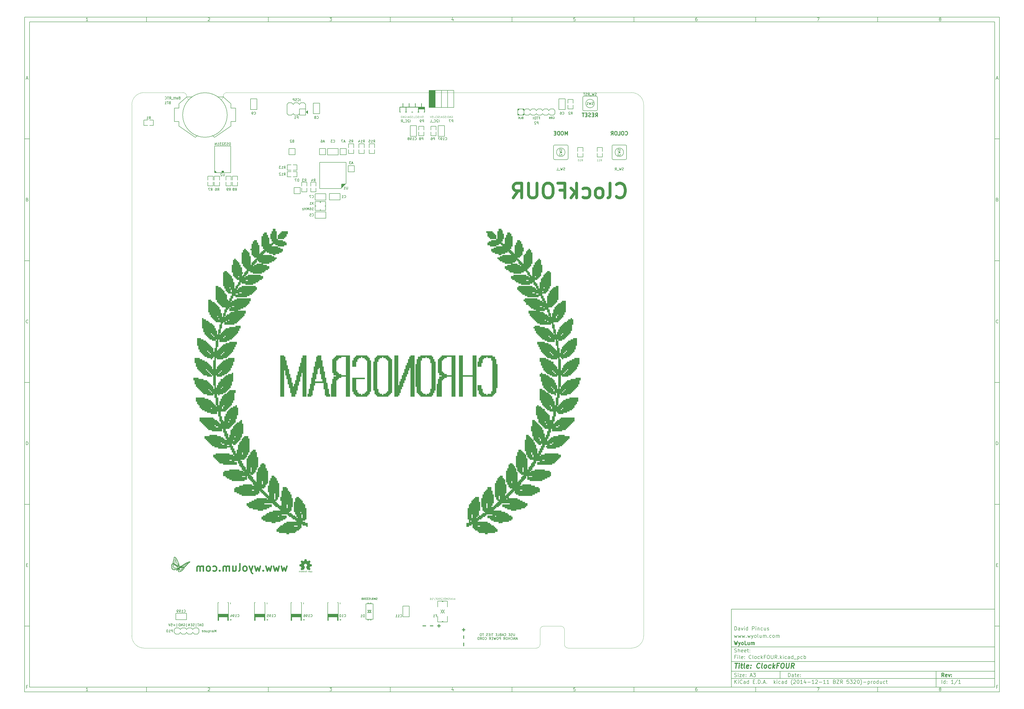
<source format=gbo>
G04 #@! TF.FileFunction,Legend,Bot*
%FSLAX46Y46*%
G04 Gerber Fmt 4.6, Leading zero omitted, Abs format (unit mm)*
G04 Created by KiCad (PCBNEW (2014-12-11 BZR 5320)-product) date Thu Jan 29 13:35:59 2015*
%MOMM*%
G01*
G04 APERTURE LIST*
%ADD10C,0.150000*%
%ADD11C,0.300000*%
%ADD12C,0.400000*%
%ADD13C,0.100000*%
%ADD14C,1.200000*%
%ADD15C,0.600000*%
%ADD16C,0.152400*%
%ADD17C,0.127000*%
%ADD18C,0.002540*%
%ADD19C,0.254000*%
%ADD20C,0.075000*%
%ADD21C,0.101600*%
%ADD22R,1.498600X1.300480*%
%ADD23R,1.300480X1.498600*%
%ADD24C,6.500000*%
%ADD25R,1.524000X1.524000*%
%ADD26R,1.300480X1.049020*%
%ADD27R,0.449580X1.998980*%
%ADD28R,1.998980X0.449580*%
%ADD29R,1.600000X1.600000*%
%ADD30C,1.600000*%
%ADD31R,3.048000X3.048000*%
%ADD32R,1.550000X1.350000*%
%ADD33R,1.350000X1.550000*%
%ADD34C,1.524000*%
%ADD35C,1.778000*%
%ADD36R,1.778000X1.778000*%
%ADD37R,2.100000X1.400000*%
%ADD38R,1.400000X2.100000*%
%ADD39R,1.998980X0.599440*%
%ADD40C,2.000000*%
%ADD41O,4.200000X2.100000*%
%ADD42R,2.159000X1.778000*%
%ADD43R,3.149600X2.184400*%
%ADD44R,2.800000X5.100000*%
%ADD45C,18.000000*%
%ADD46C,1.800000*%
G04 APERTURE END LIST*
D10*
X299989000Y-253002200D02*
X299989000Y-285002200D01*
X407989000Y-285002200D01*
X407989000Y-253002200D01*
X299989000Y-253002200D01*
X10000000Y-10000000D02*
X10000000Y-287002200D01*
X409989000Y-287002200D01*
X409989000Y-10000000D01*
X10000000Y-10000000D01*
X12000000Y-12000000D02*
X12000000Y-285002200D01*
X407989000Y-285002200D01*
X407989000Y-12000000D01*
X12000000Y-12000000D01*
X60000000Y-12000000D02*
X60000000Y-10000000D01*
X110000000Y-12000000D02*
X110000000Y-10000000D01*
X160000000Y-12000000D02*
X160000000Y-10000000D01*
X210000000Y-12000000D02*
X210000000Y-10000000D01*
X260000000Y-12000000D02*
X260000000Y-10000000D01*
X310000000Y-12000000D02*
X310000000Y-10000000D01*
X360000000Y-12000000D02*
X360000000Y-10000000D01*
X35990476Y-11588095D02*
X35247619Y-11588095D01*
X35619048Y-11588095D02*
X35619048Y-10288095D01*
X35495238Y-10473810D01*
X35371429Y-10597619D01*
X35247619Y-10659524D01*
X85247619Y-10411905D02*
X85309524Y-10350000D01*
X85433333Y-10288095D01*
X85742857Y-10288095D01*
X85866667Y-10350000D01*
X85928571Y-10411905D01*
X85990476Y-10535714D01*
X85990476Y-10659524D01*
X85928571Y-10845238D01*
X85185714Y-11588095D01*
X85990476Y-11588095D01*
X135185714Y-10288095D02*
X135990476Y-10288095D01*
X135557143Y-10783333D01*
X135742857Y-10783333D01*
X135866667Y-10845238D01*
X135928571Y-10907143D01*
X135990476Y-11030952D01*
X135990476Y-11340476D01*
X135928571Y-11464286D01*
X135866667Y-11526190D01*
X135742857Y-11588095D01*
X135371429Y-11588095D01*
X135247619Y-11526190D01*
X135185714Y-11464286D01*
X185866667Y-10721429D02*
X185866667Y-11588095D01*
X185557143Y-10226190D02*
X185247619Y-11154762D01*
X186052381Y-11154762D01*
X235928571Y-10288095D02*
X235309524Y-10288095D01*
X235247619Y-10907143D01*
X235309524Y-10845238D01*
X235433333Y-10783333D01*
X235742857Y-10783333D01*
X235866667Y-10845238D01*
X235928571Y-10907143D01*
X235990476Y-11030952D01*
X235990476Y-11340476D01*
X235928571Y-11464286D01*
X235866667Y-11526190D01*
X235742857Y-11588095D01*
X235433333Y-11588095D01*
X235309524Y-11526190D01*
X235247619Y-11464286D01*
X285866667Y-10288095D02*
X285619048Y-10288095D01*
X285495238Y-10350000D01*
X285433333Y-10411905D01*
X285309524Y-10597619D01*
X285247619Y-10845238D01*
X285247619Y-11340476D01*
X285309524Y-11464286D01*
X285371429Y-11526190D01*
X285495238Y-11588095D01*
X285742857Y-11588095D01*
X285866667Y-11526190D01*
X285928571Y-11464286D01*
X285990476Y-11340476D01*
X285990476Y-11030952D01*
X285928571Y-10907143D01*
X285866667Y-10845238D01*
X285742857Y-10783333D01*
X285495238Y-10783333D01*
X285371429Y-10845238D01*
X285309524Y-10907143D01*
X285247619Y-11030952D01*
X335185714Y-10288095D02*
X336052381Y-10288095D01*
X335495238Y-11588095D01*
X385495238Y-10845238D02*
X385371429Y-10783333D01*
X385309524Y-10721429D01*
X385247619Y-10597619D01*
X385247619Y-10535714D01*
X385309524Y-10411905D01*
X385371429Y-10350000D01*
X385495238Y-10288095D01*
X385742857Y-10288095D01*
X385866667Y-10350000D01*
X385928571Y-10411905D01*
X385990476Y-10535714D01*
X385990476Y-10597619D01*
X385928571Y-10721429D01*
X385866667Y-10783333D01*
X385742857Y-10845238D01*
X385495238Y-10845238D01*
X385371429Y-10907143D01*
X385309524Y-10969048D01*
X385247619Y-11092857D01*
X385247619Y-11340476D01*
X385309524Y-11464286D01*
X385371429Y-11526190D01*
X385495238Y-11588095D01*
X385742857Y-11588095D01*
X385866667Y-11526190D01*
X385928571Y-11464286D01*
X385990476Y-11340476D01*
X385990476Y-11092857D01*
X385928571Y-10969048D01*
X385866667Y-10907143D01*
X385742857Y-10845238D01*
X60000000Y-285002200D02*
X60000000Y-287002200D01*
X110000000Y-285002200D02*
X110000000Y-287002200D01*
X160000000Y-285002200D02*
X160000000Y-287002200D01*
X210000000Y-285002200D02*
X210000000Y-287002200D01*
X260000000Y-285002200D02*
X260000000Y-287002200D01*
X310000000Y-285002200D02*
X310000000Y-287002200D01*
X360000000Y-285002200D02*
X360000000Y-287002200D01*
X35990476Y-286590295D02*
X35247619Y-286590295D01*
X35619048Y-286590295D02*
X35619048Y-285290295D01*
X35495238Y-285476010D01*
X35371429Y-285599819D01*
X35247619Y-285661724D01*
X85247619Y-285414105D02*
X85309524Y-285352200D01*
X85433333Y-285290295D01*
X85742857Y-285290295D01*
X85866667Y-285352200D01*
X85928571Y-285414105D01*
X85990476Y-285537914D01*
X85990476Y-285661724D01*
X85928571Y-285847438D01*
X85185714Y-286590295D01*
X85990476Y-286590295D01*
X135185714Y-285290295D02*
X135990476Y-285290295D01*
X135557143Y-285785533D01*
X135742857Y-285785533D01*
X135866667Y-285847438D01*
X135928571Y-285909343D01*
X135990476Y-286033152D01*
X135990476Y-286342676D01*
X135928571Y-286466486D01*
X135866667Y-286528390D01*
X135742857Y-286590295D01*
X135371429Y-286590295D01*
X135247619Y-286528390D01*
X135185714Y-286466486D01*
X185866667Y-285723629D02*
X185866667Y-286590295D01*
X185557143Y-285228390D02*
X185247619Y-286156962D01*
X186052381Y-286156962D01*
X235928571Y-285290295D02*
X235309524Y-285290295D01*
X235247619Y-285909343D01*
X235309524Y-285847438D01*
X235433333Y-285785533D01*
X235742857Y-285785533D01*
X235866667Y-285847438D01*
X235928571Y-285909343D01*
X235990476Y-286033152D01*
X235990476Y-286342676D01*
X235928571Y-286466486D01*
X235866667Y-286528390D01*
X235742857Y-286590295D01*
X235433333Y-286590295D01*
X235309524Y-286528390D01*
X235247619Y-286466486D01*
X285866667Y-285290295D02*
X285619048Y-285290295D01*
X285495238Y-285352200D01*
X285433333Y-285414105D01*
X285309524Y-285599819D01*
X285247619Y-285847438D01*
X285247619Y-286342676D01*
X285309524Y-286466486D01*
X285371429Y-286528390D01*
X285495238Y-286590295D01*
X285742857Y-286590295D01*
X285866667Y-286528390D01*
X285928571Y-286466486D01*
X285990476Y-286342676D01*
X285990476Y-286033152D01*
X285928571Y-285909343D01*
X285866667Y-285847438D01*
X285742857Y-285785533D01*
X285495238Y-285785533D01*
X285371429Y-285847438D01*
X285309524Y-285909343D01*
X285247619Y-286033152D01*
X335185714Y-285290295D02*
X336052381Y-285290295D01*
X335495238Y-286590295D01*
X385495238Y-285847438D02*
X385371429Y-285785533D01*
X385309524Y-285723629D01*
X385247619Y-285599819D01*
X385247619Y-285537914D01*
X385309524Y-285414105D01*
X385371429Y-285352200D01*
X385495238Y-285290295D01*
X385742857Y-285290295D01*
X385866667Y-285352200D01*
X385928571Y-285414105D01*
X385990476Y-285537914D01*
X385990476Y-285599819D01*
X385928571Y-285723629D01*
X385866667Y-285785533D01*
X385742857Y-285847438D01*
X385495238Y-285847438D01*
X385371429Y-285909343D01*
X385309524Y-285971248D01*
X385247619Y-286095057D01*
X385247619Y-286342676D01*
X385309524Y-286466486D01*
X385371429Y-286528390D01*
X385495238Y-286590295D01*
X385742857Y-286590295D01*
X385866667Y-286528390D01*
X385928571Y-286466486D01*
X385990476Y-286342676D01*
X385990476Y-286095057D01*
X385928571Y-285971248D01*
X385866667Y-285909343D01*
X385742857Y-285847438D01*
X10000000Y-60000000D02*
X12000000Y-60000000D01*
X10000000Y-110000000D02*
X12000000Y-110000000D01*
X10000000Y-160000000D02*
X12000000Y-160000000D01*
X10000000Y-210000000D02*
X12000000Y-210000000D01*
X10000000Y-260000000D02*
X12000000Y-260000000D01*
X10690476Y-35216667D02*
X11309524Y-35216667D01*
X10566667Y-35588095D02*
X11000000Y-34288095D01*
X11433333Y-35588095D01*
X11092857Y-84907143D02*
X11278571Y-84969048D01*
X11340476Y-85030952D01*
X11402381Y-85154762D01*
X11402381Y-85340476D01*
X11340476Y-85464286D01*
X11278571Y-85526190D01*
X11154762Y-85588095D01*
X10659524Y-85588095D01*
X10659524Y-84288095D01*
X11092857Y-84288095D01*
X11216667Y-84350000D01*
X11278571Y-84411905D01*
X11340476Y-84535714D01*
X11340476Y-84659524D01*
X11278571Y-84783333D01*
X11216667Y-84845238D01*
X11092857Y-84907143D01*
X10659524Y-84907143D01*
X11402381Y-135464286D02*
X11340476Y-135526190D01*
X11154762Y-135588095D01*
X11030952Y-135588095D01*
X10845238Y-135526190D01*
X10721429Y-135402381D01*
X10659524Y-135278571D01*
X10597619Y-135030952D01*
X10597619Y-134845238D01*
X10659524Y-134597619D01*
X10721429Y-134473810D01*
X10845238Y-134350000D01*
X11030952Y-134288095D01*
X11154762Y-134288095D01*
X11340476Y-134350000D01*
X11402381Y-134411905D01*
X10659524Y-185588095D02*
X10659524Y-184288095D01*
X10969048Y-184288095D01*
X11154762Y-184350000D01*
X11278571Y-184473810D01*
X11340476Y-184597619D01*
X11402381Y-184845238D01*
X11402381Y-185030952D01*
X11340476Y-185278571D01*
X11278571Y-185402381D01*
X11154762Y-185526190D01*
X10969048Y-185588095D01*
X10659524Y-185588095D01*
X10721429Y-234907143D02*
X11154762Y-234907143D01*
X11340476Y-235588095D02*
X10721429Y-235588095D01*
X10721429Y-234288095D01*
X11340476Y-234288095D01*
X11185714Y-284907143D02*
X10752381Y-284907143D01*
X10752381Y-285588095D02*
X10752381Y-284288095D01*
X11371428Y-284288095D01*
X409989000Y-60000000D02*
X407989000Y-60000000D01*
X409989000Y-110000000D02*
X407989000Y-110000000D01*
X409989000Y-160000000D02*
X407989000Y-160000000D01*
X409989000Y-210000000D02*
X407989000Y-210000000D01*
X409989000Y-260000000D02*
X407989000Y-260000000D01*
X408679476Y-35216667D02*
X409298524Y-35216667D01*
X408555667Y-35588095D02*
X408989000Y-34288095D01*
X409422333Y-35588095D01*
X409081857Y-84907143D02*
X409267571Y-84969048D01*
X409329476Y-85030952D01*
X409391381Y-85154762D01*
X409391381Y-85340476D01*
X409329476Y-85464286D01*
X409267571Y-85526190D01*
X409143762Y-85588095D01*
X408648524Y-85588095D01*
X408648524Y-84288095D01*
X409081857Y-84288095D01*
X409205667Y-84350000D01*
X409267571Y-84411905D01*
X409329476Y-84535714D01*
X409329476Y-84659524D01*
X409267571Y-84783333D01*
X409205667Y-84845238D01*
X409081857Y-84907143D01*
X408648524Y-84907143D01*
X409391381Y-135464286D02*
X409329476Y-135526190D01*
X409143762Y-135588095D01*
X409019952Y-135588095D01*
X408834238Y-135526190D01*
X408710429Y-135402381D01*
X408648524Y-135278571D01*
X408586619Y-135030952D01*
X408586619Y-134845238D01*
X408648524Y-134597619D01*
X408710429Y-134473810D01*
X408834238Y-134350000D01*
X409019952Y-134288095D01*
X409143762Y-134288095D01*
X409329476Y-134350000D01*
X409391381Y-134411905D01*
X408648524Y-185588095D02*
X408648524Y-184288095D01*
X408958048Y-184288095D01*
X409143762Y-184350000D01*
X409267571Y-184473810D01*
X409329476Y-184597619D01*
X409391381Y-184845238D01*
X409391381Y-185030952D01*
X409329476Y-185278571D01*
X409267571Y-185402381D01*
X409143762Y-185526190D01*
X408958048Y-185588095D01*
X408648524Y-185588095D01*
X408710429Y-234907143D02*
X409143762Y-234907143D01*
X409329476Y-235588095D02*
X408710429Y-235588095D01*
X408710429Y-234288095D01*
X409329476Y-234288095D01*
X409174714Y-284907143D02*
X408741381Y-284907143D01*
X408741381Y-285588095D02*
X408741381Y-284288095D01*
X409360428Y-284288095D01*
X323346143Y-280780771D02*
X323346143Y-279280771D01*
X323703286Y-279280771D01*
X323917571Y-279352200D01*
X324060429Y-279495057D01*
X324131857Y-279637914D01*
X324203286Y-279923629D01*
X324203286Y-280137914D01*
X324131857Y-280423629D01*
X324060429Y-280566486D01*
X323917571Y-280709343D01*
X323703286Y-280780771D01*
X323346143Y-280780771D01*
X325489000Y-280780771D02*
X325489000Y-279995057D01*
X325417571Y-279852200D01*
X325274714Y-279780771D01*
X324989000Y-279780771D01*
X324846143Y-279852200D01*
X325489000Y-280709343D02*
X325346143Y-280780771D01*
X324989000Y-280780771D01*
X324846143Y-280709343D01*
X324774714Y-280566486D01*
X324774714Y-280423629D01*
X324846143Y-280280771D01*
X324989000Y-280209343D01*
X325346143Y-280209343D01*
X325489000Y-280137914D01*
X325989000Y-279780771D02*
X326560429Y-279780771D01*
X326203286Y-279280771D02*
X326203286Y-280566486D01*
X326274714Y-280709343D01*
X326417572Y-280780771D01*
X326560429Y-280780771D01*
X327631857Y-280709343D02*
X327489000Y-280780771D01*
X327203286Y-280780771D01*
X327060429Y-280709343D01*
X326989000Y-280566486D01*
X326989000Y-279995057D01*
X327060429Y-279852200D01*
X327203286Y-279780771D01*
X327489000Y-279780771D01*
X327631857Y-279852200D01*
X327703286Y-279995057D01*
X327703286Y-280137914D01*
X326989000Y-280280771D01*
X328346143Y-280637914D02*
X328417571Y-280709343D01*
X328346143Y-280780771D01*
X328274714Y-280709343D01*
X328346143Y-280637914D01*
X328346143Y-280780771D01*
X328346143Y-279852200D02*
X328417571Y-279923629D01*
X328346143Y-279995057D01*
X328274714Y-279923629D01*
X328346143Y-279852200D01*
X328346143Y-279995057D01*
X299989000Y-281502200D02*
X407989000Y-281502200D01*
X301346143Y-283580771D02*
X301346143Y-282080771D01*
X302203286Y-283580771D02*
X301560429Y-282723629D01*
X302203286Y-282080771D02*
X301346143Y-282937914D01*
X302846143Y-283580771D02*
X302846143Y-282580771D01*
X302846143Y-282080771D02*
X302774714Y-282152200D01*
X302846143Y-282223629D01*
X302917571Y-282152200D01*
X302846143Y-282080771D01*
X302846143Y-282223629D01*
X304417572Y-283437914D02*
X304346143Y-283509343D01*
X304131857Y-283580771D01*
X303989000Y-283580771D01*
X303774715Y-283509343D01*
X303631857Y-283366486D01*
X303560429Y-283223629D01*
X303489000Y-282937914D01*
X303489000Y-282723629D01*
X303560429Y-282437914D01*
X303631857Y-282295057D01*
X303774715Y-282152200D01*
X303989000Y-282080771D01*
X304131857Y-282080771D01*
X304346143Y-282152200D01*
X304417572Y-282223629D01*
X305703286Y-283580771D02*
X305703286Y-282795057D01*
X305631857Y-282652200D01*
X305489000Y-282580771D01*
X305203286Y-282580771D01*
X305060429Y-282652200D01*
X305703286Y-283509343D02*
X305560429Y-283580771D01*
X305203286Y-283580771D01*
X305060429Y-283509343D01*
X304989000Y-283366486D01*
X304989000Y-283223629D01*
X305060429Y-283080771D01*
X305203286Y-283009343D01*
X305560429Y-283009343D01*
X305703286Y-282937914D01*
X307060429Y-283580771D02*
X307060429Y-282080771D01*
X307060429Y-283509343D02*
X306917572Y-283580771D01*
X306631858Y-283580771D01*
X306489000Y-283509343D01*
X306417572Y-283437914D01*
X306346143Y-283295057D01*
X306346143Y-282866486D01*
X306417572Y-282723629D01*
X306489000Y-282652200D01*
X306631858Y-282580771D01*
X306917572Y-282580771D01*
X307060429Y-282652200D01*
X308917572Y-282795057D02*
X309417572Y-282795057D01*
X309631858Y-283580771D02*
X308917572Y-283580771D01*
X308917572Y-282080771D01*
X309631858Y-282080771D01*
X310274715Y-283437914D02*
X310346143Y-283509343D01*
X310274715Y-283580771D01*
X310203286Y-283509343D01*
X310274715Y-283437914D01*
X310274715Y-283580771D01*
X310989001Y-283580771D02*
X310989001Y-282080771D01*
X311346144Y-282080771D01*
X311560429Y-282152200D01*
X311703287Y-282295057D01*
X311774715Y-282437914D01*
X311846144Y-282723629D01*
X311846144Y-282937914D01*
X311774715Y-283223629D01*
X311703287Y-283366486D01*
X311560429Y-283509343D01*
X311346144Y-283580771D01*
X310989001Y-283580771D01*
X312489001Y-283437914D02*
X312560429Y-283509343D01*
X312489001Y-283580771D01*
X312417572Y-283509343D01*
X312489001Y-283437914D01*
X312489001Y-283580771D01*
X313131858Y-283152200D02*
X313846144Y-283152200D01*
X312989001Y-283580771D02*
X313489001Y-282080771D01*
X313989001Y-283580771D01*
X314489001Y-283437914D02*
X314560429Y-283509343D01*
X314489001Y-283580771D01*
X314417572Y-283509343D01*
X314489001Y-283437914D01*
X314489001Y-283580771D01*
X317489001Y-283580771D02*
X317489001Y-282080771D01*
X317631858Y-283009343D02*
X318060429Y-283580771D01*
X318060429Y-282580771D02*
X317489001Y-283152200D01*
X318703287Y-283580771D02*
X318703287Y-282580771D01*
X318703287Y-282080771D02*
X318631858Y-282152200D01*
X318703287Y-282223629D01*
X318774715Y-282152200D01*
X318703287Y-282080771D01*
X318703287Y-282223629D01*
X320060430Y-283509343D02*
X319917573Y-283580771D01*
X319631859Y-283580771D01*
X319489001Y-283509343D01*
X319417573Y-283437914D01*
X319346144Y-283295057D01*
X319346144Y-282866486D01*
X319417573Y-282723629D01*
X319489001Y-282652200D01*
X319631859Y-282580771D01*
X319917573Y-282580771D01*
X320060430Y-282652200D01*
X321346144Y-283580771D02*
X321346144Y-282795057D01*
X321274715Y-282652200D01*
X321131858Y-282580771D01*
X320846144Y-282580771D01*
X320703287Y-282652200D01*
X321346144Y-283509343D02*
X321203287Y-283580771D01*
X320846144Y-283580771D01*
X320703287Y-283509343D01*
X320631858Y-283366486D01*
X320631858Y-283223629D01*
X320703287Y-283080771D01*
X320846144Y-283009343D01*
X321203287Y-283009343D01*
X321346144Y-282937914D01*
X322703287Y-283580771D02*
X322703287Y-282080771D01*
X322703287Y-283509343D02*
X322560430Y-283580771D01*
X322274716Y-283580771D01*
X322131858Y-283509343D01*
X322060430Y-283437914D01*
X321989001Y-283295057D01*
X321989001Y-282866486D01*
X322060430Y-282723629D01*
X322131858Y-282652200D01*
X322274716Y-282580771D01*
X322560430Y-282580771D01*
X322703287Y-282652200D01*
X324989001Y-284152200D02*
X324917573Y-284080771D01*
X324774716Y-283866486D01*
X324703287Y-283723629D01*
X324631858Y-283509343D01*
X324560430Y-283152200D01*
X324560430Y-282866486D01*
X324631858Y-282509343D01*
X324703287Y-282295057D01*
X324774716Y-282152200D01*
X324917573Y-281937914D01*
X324989001Y-281866486D01*
X325489001Y-282223629D02*
X325560430Y-282152200D01*
X325703287Y-282080771D01*
X326060430Y-282080771D01*
X326203287Y-282152200D01*
X326274716Y-282223629D01*
X326346144Y-282366486D01*
X326346144Y-282509343D01*
X326274716Y-282723629D01*
X325417573Y-283580771D01*
X326346144Y-283580771D01*
X327274715Y-282080771D02*
X327417572Y-282080771D01*
X327560429Y-282152200D01*
X327631858Y-282223629D01*
X327703287Y-282366486D01*
X327774715Y-282652200D01*
X327774715Y-283009343D01*
X327703287Y-283295057D01*
X327631858Y-283437914D01*
X327560429Y-283509343D01*
X327417572Y-283580771D01*
X327274715Y-283580771D01*
X327131858Y-283509343D01*
X327060429Y-283437914D01*
X326989001Y-283295057D01*
X326917572Y-283009343D01*
X326917572Y-282652200D01*
X326989001Y-282366486D01*
X327060429Y-282223629D01*
X327131858Y-282152200D01*
X327274715Y-282080771D01*
X329203286Y-283580771D02*
X328346143Y-283580771D01*
X328774715Y-283580771D02*
X328774715Y-282080771D01*
X328631858Y-282295057D01*
X328489000Y-282437914D01*
X328346143Y-282509343D01*
X330489000Y-282580771D02*
X330489000Y-283580771D01*
X330131857Y-282009343D02*
X329774714Y-283080771D01*
X330703286Y-283080771D01*
X331274714Y-283009343D02*
X332417571Y-283009343D01*
X333917571Y-283580771D02*
X333060428Y-283580771D01*
X333489000Y-283580771D02*
X333489000Y-282080771D01*
X333346143Y-282295057D01*
X333203285Y-282437914D01*
X333060428Y-282509343D01*
X334488999Y-282223629D02*
X334560428Y-282152200D01*
X334703285Y-282080771D01*
X335060428Y-282080771D01*
X335203285Y-282152200D01*
X335274714Y-282223629D01*
X335346142Y-282366486D01*
X335346142Y-282509343D01*
X335274714Y-282723629D01*
X334417571Y-283580771D01*
X335346142Y-283580771D01*
X335988999Y-283009343D02*
X337131856Y-283009343D01*
X338631856Y-283580771D02*
X337774713Y-283580771D01*
X338203285Y-283580771D02*
X338203285Y-282080771D01*
X338060428Y-282295057D01*
X337917570Y-282437914D01*
X337774713Y-282509343D01*
X340060427Y-283580771D02*
X339203284Y-283580771D01*
X339631856Y-283580771D02*
X339631856Y-282080771D01*
X339488999Y-282295057D01*
X339346141Y-282437914D01*
X339203284Y-282509343D01*
X342346141Y-282795057D02*
X342560427Y-282866486D01*
X342631855Y-282937914D01*
X342703284Y-283080771D01*
X342703284Y-283295057D01*
X342631855Y-283437914D01*
X342560427Y-283509343D01*
X342417569Y-283580771D01*
X341846141Y-283580771D01*
X341846141Y-282080771D01*
X342346141Y-282080771D01*
X342488998Y-282152200D01*
X342560427Y-282223629D01*
X342631855Y-282366486D01*
X342631855Y-282509343D01*
X342560427Y-282652200D01*
X342488998Y-282723629D01*
X342346141Y-282795057D01*
X341846141Y-282795057D01*
X343203284Y-282080771D02*
X344203284Y-282080771D01*
X343203284Y-283580771D01*
X344203284Y-283580771D01*
X345631855Y-283580771D02*
X345131855Y-282866486D01*
X344774712Y-283580771D02*
X344774712Y-282080771D01*
X345346140Y-282080771D01*
X345488998Y-282152200D01*
X345560426Y-282223629D01*
X345631855Y-282366486D01*
X345631855Y-282580771D01*
X345560426Y-282723629D01*
X345488998Y-282795057D01*
X345346140Y-282866486D01*
X344774712Y-282866486D01*
X348131855Y-282080771D02*
X347417569Y-282080771D01*
X347346140Y-282795057D01*
X347417569Y-282723629D01*
X347560426Y-282652200D01*
X347917569Y-282652200D01*
X348060426Y-282723629D01*
X348131855Y-282795057D01*
X348203283Y-282937914D01*
X348203283Y-283295057D01*
X348131855Y-283437914D01*
X348060426Y-283509343D01*
X347917569Y-283580771D01*
X347560426Y-283580771D01*
X347417569Y-283509343D01*
X347346140Y-283437914D01*
X348703283Y-282080771D02*
X349631854Y-282080771D01*
X349131854Y-282652200D01*
X349346140Y-282652200D01*
X349488997Y-282723629D01*
X349560426Y-282795057D01*
X349631854Y-282937914D01*
X349631854Y-283295057D01*
X349560426Y-283437914D01*
X349488997Y-283509343D01*
X349346140Y-283580771D01*
X348917568Y-283580771D01*
X348774711Y-283509343D01*
X348703283Y-283437914D01*
X350203282Y-282223629D02*
X350274711Y-282152200D01*
X350417568Y-282080771D01*
X350774711Y-282080771D01*
X350917568Y-282152200D01*
X350988997Y-282223629D01*
X351060425Y-282366486D01*
X351060425Y-282509343D01*
X350988997Y-282723629D01*
X350131854Y-283580771D01*
X351060425Y-283580771D01*
X351988996Y-282080771D02*
X352131853Y-282080771D01*
X352274710Y-282152200D01*
X352346139Y-282223629D01*
X352417568Y-282366486D01*
X352488996Y-282652200D01*
X352488996Y-283009343D01*
X352417568Y-283295057D01*
X352346139Y-283437914D01*
X352274710Y-283509343D01*
X352131853Y-283580771D01*
X351988996Y-283580771D01*
X351846139Y-283509343D01*
X351774710Y-283437914D01*
X351703282Y-283295057D01*
X351631853Y-283009343D01*
X351631853Y-282652200D01*
X351703282Y-282366486D01*
X351774710Y-282223629D01*
X351846139Y-282152200D01*
X351988996Y-282080771D01*
X352988996Y-284152200D02*
X353060424Y-284080771D01*
X353203281Y-283866486D01*
X353274710Y-283723629D01*
X353346139Y-283509343D01*
X353417567Y-283152200D01*
X353417567Y-282866486D01*
X353346139Y-282509343D01*
X353274710Y-282295057D01*
X353203281Y-282152200D01*
X353060424Y-281937914D01*
X352988996Y-281866486D01*
X354131853Y-283009343D02*
X355274710Y-283009343D01*
X355988996Y-282580771D02*
X355988996Y-284080771D01*
X355988996Y-282652200D02*
X356131853Y-282580771D01*
X356417567Y-282580771D01*
X356560424Y-282652200D01*
X356631853Y-282723629D01*
X356703282Y-282866486D01*
X356703282Y-283295057D01*
X356631853Y-283437914D01*
X356560424Y-283509343D01*
X356417567Y-283580771D01*
X356131853Y-283580771D01*
X355988996Y-283509343D01*
X357346139Y-283580771D02*
X357346139Y-282580771D01*
X357346139Y-282866486D02*
X357417567Y-282723629D01*
X357488996Y-282652200D01*
X357631853Y-282580771D01*
X357774710Y-282580771D01*
X358488996Y-283580771D02*
X358346138Y-283509343D01*
X358274710Y-283437914D01*
X358203281Y-283295057D01*
X358203281Y-282866486D01*
X358274710Y-282723629D01*
X358346138Y-282652200D01*
X358488996Y-282580771D01*
X358703281Y-282580771D01*
X358846138Y-282652200D01*
X358917567Y-282723629D01*
X358988996Y-282866486D01*
X358988996Y-283295057D01*
X358917567Y-283437914D01*
X358846138Y-283509343D01*
X358703281Y-283580771D01*
X358488996Y-283580771D01*
X360274710Y-283580771D02*
X360274710Y-282080771D01*
X360274710Y-283509343D02*
X360131853Y-283580771D01*
X359846139Y-283580771D01*
X359703281Y-283509343D01*
X359631853Y-283437914D01*
X359560424Y-283295057D01*
X359560424Y-282866486D01*
X359631853Y-282723629D01*
X359703281Y-282652200D01*
X359846139Y-282580771D01*
X360131853Y-282580771D01*
X360274710Y-282652200D01*
X361631853Y-282580771D02*
X361631853Y-283580771D01*
X360988996Y-282580771D02*
X360988996Y-283366486D01*
X361060424Y-283509343D01*
X361203282Y-283580771D01*
X361417567Y-283580771D01*
X361560424Y-283509343D01*
X361631853Y-283437914D01*
X362988996Y-283509343D02*
X362846139Y-283580771D01*
X362560425Y-283580771D01*
X362417567Y-283509343D01*
X362346139Y-283437914D01*
X362274710Y-283295057D01*
X362274710Y-282866486D01*
X362346139Y-282723629D01*
X362417567Y-282652200D01*
X362560425Y-282580771D01*
X362846139Y-282580771D01*
X362988996Y-282652200D01*
X363417567Y-282580771D02*
X363988996Y-282580771D01*
X363631853Y-282080771D02*
X363631853Y-283366486D01*
X363703281Y-283509343D01*
X363846139Y-283580771D01*
X363988996Y-283580771D01*
X299989000Y-278502200D02*
X407989000Y-278502200D01*
D11*
X387203286Y-280780771D02*
X386703286Y-280066486D01*
X386346143Y-280780771D02*
X386346143Y-279280771D01*
X386917571Y-279280771D01*
X387060429Y-279352200D01*
X387131857Y-279423629D01*
X387203286Y-279566486D01*
X387203286Y-279780771D01*
X387131857Y-279923629D01*
X387060429Y-279995057D01*
X386917571Y-280066486D01*
X386346143Y-280066486D01*
X388417571Y-280709343D02*
X388274714Y-280780771D01*
X387989000Y-280780771D01*
X387846143Y-280709343D01*
X387774714Y-280566486D01*
X387774714Y-279995057D01*
X387846143Y-279852200D01*
X387989000Y-279780771D01*
X388274714Y-279780771D01*
X388417571Y-279852200D01*
X388489000Y-279995057D01*
X388489000Y-280137914D01*
X387774714Y-280280771D01*
X388989000Y-279780771D02*
X389346143Y-280780771D01*
X389703285Y-279780771D01*
X390274714Y-280637914D02*
X390346142Y-280709343D01*
X390274714Y-280780771D01*
X390203285Y-280709343D01*
X390274714Y-280637914D01*
X390274714Y-280780771D01*
X390274714Y-279852200D02*
X390346142Y-279923629D01*
X390274714Y-279995057D01*
X390203285Y-279923629D01*
X390274714Y-279852200D01*
X390274714Y-279995057D01*
D10*
X301274714Y-280709343D02*
X301489000Y-280780771D01*
X301846143Y-280780771D01*
X301989000Y-280709343D01*
X302060429Y-280637914D01*
X302131857Y-280495057D01*
X302131857Y-280352200D01*
X302060429Y-280209343D01*
X301989000Y-280137914D01*
X301846143Y-280066486D01*
X301560429Y-279995057D01*
X301417571Y-279923629D01*
X301346143Y-279852200D01*
X301274714Y-279709343D01*
X301274714Y-279566486D01*
X301346143Y-279423629D01*
X301417571Y-279352200D01*
X301560429Y-279280771D01*
X301917571Y-279280771D01*
X302131857Y-279352200D01*
X302774714Y-280780771D02*
X302774714Y-279780771D01*
X302774714Y-279280771D02*
X302703285Y-279352200D01*
X302774714Y-279423629D01*
X302846142Y-279352200D01*
X302774714Y-279280771D01*
X302774714Y-279423629D01*
X303346143Y-279780771D02*
X304131857Y-279780771D01*
X303346143Y-280780771D01*
X304131857Y-280780771D01*
X305274714Y-280709343D02*
X305131857Y-280780771D01*
X304846143Y-280780771D01*
X304703286Y-280709343D01*
X304631857Y-280566486D01*
X304631857Y-279995057D01*
X304703286Y-279852200D01*
X304846143Y-279780771D01*
X305131857Y-279780771D01*
X305274714Y-279852200D01*
X305346143Y-279995057D01*
X305346143Y-280137914D01*
X304631857Y-280280771D01*
X305989000Y-280637914D02*
X306060428Y-280709343D01*
X305989000Y-280780771D01*
X305917571Y-280709343D01*
X305989000Y-280637914D01*
X305989000Y-280780771D01*
X305989000Y-279852200D02*
X306060428Y-279923629D01*
X305989000Y-279995057D01*
X305917571Y-279923629D01*
X305989000Y-279852200D01*
X305989000Y-279995057D01*
X307774714Y-280352200D02*
X308489000Y-280352200D01*
X307631857Y-280780771D02*
X308131857Y-279280771D01*
X308631857Y-280780771D01*
X308989000Y-279280771D02*
X309917571Y-279280771D01*
X309417571Y-279852200D01*
X309631857Y-279852200D01*
X309774714Y-279923629D01*
X309846143Y-279995057D01*
X309917571Y-280137914D01*
X309917571Y-280495057D01*
X309846143Y-280637914D01*
X309774714Y-280709343D01*
X309631857Y-280780771D01*
X309203285Y-280780771D01*
X309060428Y-280709343D01*
X308989000Y-280637914D01*
X386346143Y-283580771D02*
X386346143Y-282080771D01*
X387703286Y-283580771D02*
X387703286Y-282080771D01*
X387703286Y-283509343D02*
X387560429Y-283580771D01*
X387274715Y-283580771D01*
X387131857Y-283509343D01*
X387060429Y-283437914D01*
X386989000Y-283295057D01*
X386989000Y-282866486D01*
X387060429Y-282723629D01*
X387131857Y-282652200D01*
X387274715Y-282580771D01*
X387560429Y-282580771D01*
X387703286Y-282652200D01*
X388417572Y-283437914D02*
X388489000Y-283509343D01*
X388417572Y-283580771D01*
X388346143Y-283509343D01*
X388417572Y-283437914D01*
X388417572Y-283580771D01*
X388417572Y-282652200D02*
X388489000Y-282723629D01*
X388417572Y-282795057D01*
X388346143Y-282723629D01*
X388417572Y-282652200D01*
X388417572Y-282795057D01*
X391060429Y-283580771D02*
X390203286Y-283580771D01*
X390631858Y-283580771D02*
X390631858Y-282080771D01*
X390489001Y-282295057D01*
X390346143Y-282437914D01*
X390203286Y-282509343D01*
X392774714Y-282009343D02*
X391489000Y-283937914D01*
X394060429Y-283580771D02*
X393203286Y-283580771D01*
X393631858Y-283580771D02*
X393631858Y-282080771D01*
X393489001Y-282295057D01*
X393346143Y-282437914D01*
X393203286Y-282509343D01*
X299989000Y-274502200D02*
X407989000Y-274502200D01*
D12*
X301441381Y-275206962D02*
X302584238Y-275206962D01*
X301762810Y-277206962D02*
X302012810Y-275206962D01*
X303000905Y-277206962D02*
X303167571Y-275873629D01*
X303250905Y-275206962D02*
X303143762Y-275302200D01*
X303227095Y-275397438D01*
X303334239Y-275302200D01*
X303250905Y-275206962D01*
X303227095Y-275397438D01*
X303834238Y-275873629D02*
X304596143Y-275873629D01*
X304203286Y-275206962D02*
X303989000Y-276921248D01*
X304060430Y-277111724D01*
X304239001Y-277206962D01*
X304429477Y-277206962D01*
X305381858Y-277206962D02*
X305203287Y-277111724D01*
X305131857Y-276921248D01*
X305346143Y-275206962D01*
X306917572Y-277111724D02*
X306715191Y-277206962D01*
X306334239Y-277206962D01*
X306155667Y-277111724D01*
X306084238Y-276921248D01*
X306179476Y-276159343D01*
X306298524Y-275968867D01*
X306500905Y-275873629D01*
X306881857Y-275873629D01*
X307060429Y-275968867D01*
X307131857Y-276159343D01*
X307108048Y-276349819D01*
X306131857Y-276540295D01*
X307881857Y-277016486D02*
X307965192Y-277111724D01*
X307858048Y-277206962D01*
X307774715Y-277111724D01*
X307881857Y-277016486D01*
X307858048Y-277206962D01*
X308012810Y-275968867D02*
X308096144Y-276064105D01*
X307989000Y-276159343D01*
X307905667Y-276064105D01*
X308012810Y-275968867D01*
X307989000Y-276159343D01*
X311500906Y-277016486D02*
X311393764Y-277111724D01*
X311096144Y-277206962D01*
X310905668Y-277206962D01*
X310631859Y-277111724D01*
X310465192Y-276921248D01*
X310393763Y-276730771D01*
X310346144Y-276349819D01*
X310381858Y-276064105D01*
X310524715Y-275683152D01*
X310643764Y-275492676D01*
X310858049Y-275302200D01*
X311155668Y-275206962D01*
X311346144Y-275206962D01*
X311619954Y-275302200D01*
X311703287Y-275397438D01*
X312619954Y-277206962D02*
X312441383Y-277111724D01*
X312369953Y-276921248D01*
X312584239Y-275206962D01*
X313667573Y-277206962D02*
X313489002Y-277111724D01*
X313405667Y-277016486D01*
X313334239Y-276826010D01*
X313405667Y-276254581D01*
X313524715Y-276064105D01*
X313631859Y-275968867D01*
X313834239Y-275873629D01*
X314119953Y-275873629D01*
X314298525Y-275968867D01*
X314381858Y-276064105D01*
X314453286Y-276254581D01*
X314381858Y-276826010D01*
X314262810Y-277016486D01*
X314155668Y-277111724D01*
X313953287Y-277206962D01*
X313667573Y-277206962D01*
X316060430Y-277111724D02*
X315858049Y-277206962D01*
X315477097Y-277206962D01*
X315298526Y-277111724D01*
X315215191Y-277016486D01*
X315143763Y-276826010D01*
X315215191Y-276254581D01*
X315334239Y-276064105D01*
X315441383Y-275968867D01*
X315643763Y-275873629D01*
X316024715Y-275873629D01*
X316203287Y-275968867D01*
X316905668Y-277206962D02*
X317155668Y-275206962D01*
X317191383Y-276445057D02*
X317667573Y-277206962D01*
X317834239Y-275873629D02*
X316977096Y-276635533D01*
X319322335Y-276159343D02*
X318655668Y-276159343D01*
X318524716Y-277206962D02*
X318774716Y-275206962D01*
X319727097Y-275206962D01*
X320869955Y-275206962D02*
X321250907Y-275206962D01*
X321429478Y-275302200D01*
X321596146Y-275492676D01*
X321643764Y-275873629D01*
X321560431Y-276540295D01*
X321417574Y-276921248D01*
X321203288Y-277111724D01*
X321000907Y-277206962D01*
X320619955Y-277206962D01*
X320441384Y-277111724D01*
X320274716Y-276921248D01*
X320227097Y-276540295D01*
X320310430Y-275873629D01*
X320453288Y-275492676D01*
X320667574Y-275302200D01*
X320869955Y-275206962D01*
X322584240Y-275206962D02*
X322381859Y-276826010D01*
X322453288Y-277016486D01*
X322536622Y-277111724D01*
X322715193Y-277206962D01*
X323096145Y-277206962D01*
X323298526Y-277111724D01*
X323405669Y-277016486D01*
X323524717Y-276826010D01*
X323727098Y-275206962D01*
X325572336Y-277206962D02*
X325024716Y-276254581D01*
X324429478Y-277206962D02*
X324679478Y-275206962D01*
X325441383Y-275206962D01*
X325619954Y-275302200D01*
X325703288Y-275397438D01*
X325774717Y-275587914D01*
X325739002Y-275873629D01*
X325619955Y-276064105D01*
X325512811Y-276159343D01*
X325310430Y-276254581D01*
X324548525Y-276254581D01*
D10*
X301846143Y-272595057D02*
X301346143Y-272595057D01*
X301346143Y-273380771D02*
X301346143Y-271880771D01*
X302060429Y-271880771D01*
X302631857Y-273380771D02*
X302631857Y-272380771D01*
X302631857Y-271880771D02*
X302560428Y-271952200D01*
X302631857Y-272023629D01*
X302703285Y-271952200D01*
X302631857Y-271880771D01*
X302631857Y-272023629D01*
X303560429Y-273380771D02*
X303417571Y-273309343D01*
X303346143Y-273166486D01*
X303346143Y-271880771D01*
X304703285Y-273309343D02*
X304560428Y-273380771D01*
X304274714Y-273380771D01*
X304131857Y-273309343D01*
X304060428Y-273166486D01*
X304060428Y-272595057D01*
X304131857Y-272452200D01*
X304274714Y-272380771D01*
X304560428Y-272380771D01*
X304703285Y-272452200D01*
X304774714Y-272595057D01*
X304774714Y-272737914D01*
X304060428Y-272880771D01*
X305417571Y-273237914D02*
X305488999Y-273309343D01*
X305417571Y-273380771D01*
X305346142Y-273309343D01*
X305417571Y-273237914D01*
X305417571Y-273380771D01*
X305417571Y-272452200D02*
X305488999Y-272523629D01*
X305417571Y-272595057D01*
X305346142Y-272523629D01*
X305417571Y-272452200D01*
X305417571Y-272595057D01*
X308131857Y-273237914D02*
X308060428Y-273309343D01*
X307846142Y-273380771D01*
X307703285Y-273380771D01*
X307489000Y-273309343D01*
X307346142Y-273166486D01*
X307274714Y-273023629D01*
X307203285Y-272737914D01*
X307203285Y-272523629D01*
X307274714Y-272237914D01*
X307346142Y-272095057D01*
X307489000Y-271952200D01*
X307703285Y-271880771D01*
X307846142Y-271880771D01*
X308060428Y-271952200D01*
X308131857Y-272023629D01*
X308989000Y-273380771D02*
X308846142Y-273309343D01*
X308774714Y-273166486D01*
X308774714Y-271880771D01*
X309774714Y-273380771D02*
X309631856Y-273309343D01*
X309560428Y-273237914D01*
X309488999Y-273095057D01*
X309488999Y-272666486D01*
X309560428Y-272523629D01*
X309631856Y-272452200D01*
X309774714Y-272380771D01*
X309988999Y-272380771D01*
X310131856Y-272452200D01*
X310203285Y-272523629D01*
X310274714Y-272666486D01*
X310274714Y-273095057D01*
X310203285Y-273237914D01*
X310131856Y-273309343D01*
X309988999Y-273380771D01*
X309774714Y-273380771D01*
X311560428Y-273309343D02*
X311417571Y-273380771D01*
X311131857Y-273380771D01*
X310988999Y-273309343D01*
X310917571Y-273237914D01*
X310846142Y-273095057D01*
X310846142Y-272666486D01*
X310917571Y-272523629D01*
X310988999Y-272452200D01*
X311131857Y-272380771D01*
X311417571Y-272380771D01*
X311560428Y-272452200D01*
X312203285Y-273380771D02*
X312203285Y-271880771D01*
X312346142Y-272809343D02*
X312774713Y-273380771D01*
X312774713Y-272380771D02*
X312203285Y-272952200D01*
X313917571Y-272595057D02*
X313417571Y-272595057D01*
X313417571Y-273380771D02*
X313417571Y-271880771D01*
X314131857Y-271880771D01*
X314988999Y-271880771D02*
X315274713Y-271880771D01*
X315417571Y-271952200D01*
X315560428Y-272095057D01*
X315631856Y-272380771D01*
X315631856Y-272880771D01*
X315560428Y-273166486D01*
X315417571Y-273309343D01*
X315274713Y-273380771D01*
X314988999Y-273380771D01*
X314846142Y-273309343D01*
X314703285Y-273166486D01*
X314631856Y-272880771D01*
X314631856Y-272380771D01*
X314703285Y-272095057D01*
X314846142Y-271952200D01*
X314988999Y-271880771D01*
X316274714Y-271880771D02*
X316274714Y-273095057D01*
X316346142Y-273237914D01*
X316417571Y-273309343D01*
X316560428Y-273380771D01*
X316846142Y-273380771D01*
X316989000Y-273309343D01*
X317060428Y-273237914D01*
X317131857Y-273095057D01*
X317131857Y-271880771D01*
X318703286Y-273380771D02*
X318203286Y-272666486D01*
X317846143Y-273380771D02*
X317846143Y-271880771D01*
X318417571Y-271880771D01*
X318560429Y-271952200D01*
X318631857Y-272023629D01*
X318703286Y-272166486D01*
X318703286Y-272380771D01*
X318631857Y-272523629D01*
X318560429Y-272595057D01*
X318417571Y-272666486D01*
X317846143Y-272666486D01*
X319346143Y-273237914D02*
X319417571Y-273309343D01*
X319346143Y-273380771D01*
X319274714Y-273309343D01*
X319346143Y-273237914D01*
X319346143Y-273380771D01*
X320060429Y-273380771D02*
X320060429Y-271880771D01*
X320203286Y-272809343D02*
X320631857Y-273380771D01*
X320631857Y-272380771D02*
X320060429Y-272952200D01*
X321274715Y-273380771D02*
X321274715Y-272380771D01*
X321274715Y-271880771D02*
X321203286Y-271952200D01*
X321274715Y-272023629D01*
X321346143Y-271952200D01*
X321274715Y-271880771D01*
X321274715Y-272023629D01*
X322631858Y-273309343D02*
X322489001Y-273380771D01*
X322203287Y-273380771D01*
X322060429Y-273309343D01*
X321989001Y-273237914D01*
X321917572Y-273095057D01*
X321917572Y-272666486D01*
X321989001Y-272523629D01*
X322060429Y-272452200D01*
X322203287Y-272380771D01*
X322489001Y-272380771D01*
X322631858Y-272452200D01*
X323917572Y-273380771D02*
X323917572Y-272595057D01*
X323846143Y-272452200D01*
X323703286Y-272380771D01*
X323417572Y-272380771D01*
X323274715Y-272452200D01*
X323917572Y-273309343D02*
X323774715Y-273380771D01*
X323417572Y-273380771D01*
X323274715Y-273309343D01*
X323203286Y-273166486D01*
X323203286Y-273023629D01*
X323274715Y-272880771D01*
X323417572Y-272809343D01*
X323774715Y-272809343D01*
X323917572Y-272737914D01*
X325274715Y-273380771D02*
X325274715Y-271880771D01*
X325274715Y-273309343D02*
X325131858Y-273380771D01*
X324846144Y-273380771D01*
X324703286Y-273309343D01*
X324631858Y-273237914D01*
X324560429Y-273095057D01*
X324560429Y-272666486D01*
X324631858Y-272523629D01*
X324703286Y-272452200D01*
X324846144Y-272380771D01*
X325131858Y-272380771D01*
X325274715Y-272452200D01*
X325631858Y-273523629D02*
X326774715Y-273523629D01*
X327131858Y-272380771D02*
X327131858Y-273880771D01*
X327131858Y-272452200D02*
X327274715Y-272380771D01*
X327560429Y-272380771D01*
X327703286Y-272452200D01*
X327774715Y-272523629D01*
X327846144Y-272666486D01*
X327846144Y-273095057D01*
X327774715Y-273237914D01*
X327703286Y-273309343D01*
X327560429Y-273380771D01*
X327274715Y-273380771D01*
X327131858Y-273309343D01*
X329131858Y-273309343D02*
X328989001Y-273380771D01*
X328703287Y-273380771D01*
X328560429Y-273309343D01*
X328489001Y-273237914D01*
X328417572Y-273095057D01*
X328417572Y-272666486D01*
X328489001Y-272523629D01*
X328560429Y-272452200D01*
X328703287Y-272380771D01*
X328989001Y-272380771D01*
X329131858Y-272452200D01*
X329774715Y-273380771D02*
X329774715Y-271880771D01*
X329774715Y-272452200D02*
X329917572Y-272380771D01*
X330203286Y-272380771D01*
X330346143Y-272452200D01*
X330417572Y-272523629D01*
X330489001Y-272666486D01*
X330489001Y-273095057D01*
X330417572Y-273237914D01*
X330346143Y-273309343D01*
X330203286Y-273380771D01*
X329917572Y-273380771D01*
X329774715Y-273309343D01*
X299989000Y-268502200D02*
X407989000Y-268502200D01*
X301274714Y-270609343D02*
X301489000Y-270680771D01*
X301846143Y-270680771D01*
X301989000Y-270609343D01*
X302060429Y-270537914D01*
X302131857Y-270395057D01*
X302131857Y-270252200D01*
X302060429Y-270109343D01*
X301989000Y-270037914D01*
X301846143Y-269966486D01*
X301560429Y-269895057D01*
X301417571Y-269823629D01*
X301346143Y-269752200D01*
X301274714Y-269609343D01*
X301274714Y-269466486D01*
X301346143Y-269323629D01*
X301417571Y-269252200D01*
X301560429Y-269180771D01*
X301917571Y-269180771D01*
X302131857Y-269252200D01*
X302774714Y-270680771D02*
X302774714Y-269180771D01*
X303417571Y-270680771D02*
X303417571Y-269895057D01*
X303346142Y-269752200D01*
X303203285Y-269680771D01*
X302989000Y-269680771D01*
X302846142Y-269752200D01*
X302774714Y-269823629D01*
X304703285Y-270609343D02*
X304560428Y-270680771D01*
X304274714Y-270680771D01*
X304131857Y-270609343D01*
X304060428Y-270466486D01*
X304060428Y-269895057D01*
X304131857Y-269752200D01*
X304274714Y-269680771D01*
X304560428Y-269680771D01*
X304703285Y-269752200D01*
X304774714Y-269895057D01*
X304774714Y-270037914D01*
X304060428Y-270180771D01*
X305988999Y-270609343D02*
X305846142Y-270680771D01*
X305560428Y-270680771D01*
X305417571Y-270609343D01*
X305346142Y-270466486D01*
X305346142Y-269895057D01*
X305417571Y-269752200D01*
X305560428Y-269680771D01*
X305846142Y-269680771D01*
X305988999Y-269752200D01*
X306060428Y-269895057D01*
X306060428Y-270037914D01*
X305346142Y-270180771D01*
X306488999Y-269680771D02*
X307060428Y-269680771D01*
X306703285Y-269180771D02*
X306703285Y-270466486D01*
X306774713Y-270609343D01*
X306917571Y-270680771D01*
X307060428Y-270680771D01*
X307560428Y-270537914D02*
X307631856Y-270609343D01*
X307560428Y-270680771D01*
X307488999Y-270609343D01*
X307560428Y-270537914D01*
X307560428Y-270680771D01*
X307560428Y-269752200D02*
X307631856Y-269823629D01*
X307560428Y-269895057D01*
X307488999Y-269823629D01*
X307560428Y-269752200D01*
X307560428Y-269895057D01*
D11*
X301203286Y-266180771D02*
X301560429Y-267680771D01*
X301846143Y-266609343D01*
X302131857Y-267680771D01*
X302489000Y-266180771D01*
X302917572Y-266680771D02*
X303274715Y-267680771D01*
X303631857Y-266680771D02*
X303274715Y-267680771D01*
X303131857Y-268037914D01*
X303060429Y-268109343D01*
X302917572Y-268180771D01*
X304417572Y-267680771D02*
X304274714Y-267609343D01*
X304203286Y-267537914D01*
X304131857Y-267395057D01*
X304131857Y-266966486D01*
X304203286Y-266823629D01*
X304274714Y-266752200D01*
X304417572Y-266680771D01*
X304631857Y-266680771D01*
X304774714Y-266752200D01*
X304846143Y-266823629D01*
X304917572Y-266966486D01*
X304917572Y-267395057D01*
X304846143Y-267537914D01*
X304774714Y-267609343D01*
X304631857Y-267680771D01*
X304417572Y-267680771D01*
X306274715Y-267680771D02*
X305560429Y-267680771D01*
X305560429Y-266180771D01*
X307417572Y-266680771D02*
X307417572Y-267680771D01*
X306774715Y-266680771D02*
X306774715Y-267466486D01*
X306846143Y-267609343D01*
X306989001Y-267680771D01*
X307203286Y-267680771D01*
X307346143Y-267609343D01*
X307417572Y-267537914D01*
X308131858Y-267680771D02*
X308131858Y-266680771D01*
X308131858Y-266823629D02*
X308203286Y-266752200D01*
X308346144Y-266680771D01*
X308560429Y-266680771D01*
X308703286Y-266752200D01*
X308774715Y-266895057D01*
X308774715Y-267680771D01*
X308774715Y-266895057D02*
X308846144Y-266752200D01*
X308989001Y-266680771D01*
X309203286Y-266680771D01*
X309346144Y-266752200D01*
X309417572Y-266895057D01*
X309417572Y-267680771D01*
D10*
X301203286Y-263680771D02*
X301489000Y-264680771D01*
X301774714Y-263966486D01*
X302060429Y-264680771D01*
X302346143Y-263680771D01*
X302774715Y-263680771D02*
X303060429Y-264680771D01*
X303346143Y-263966486D01*
X303631858Y-264680771D01*
X303917572Y-263680771D01*
X304346144Y-263680771D02*
X304631858Y-264680771D01*
X304917572Y-263966486D01*
X305203287Y-264680771D01*
X305489001Y-263680771D01*
X306060430Y-264537914D02*
X306131858Y-264609343D01*
X306060430Y-264680771D01*
X305989001Y-264609343D01*
X306060430Y-264537914D01*
X306060430Y-264680771D01*
X306631859Y-263680771D02*
X306917573Y-264680771D01*
X307203287Y-263966486D01*
X307489002Y-264680771D01*
X307774716Y-263680771D01*
X308203288Y-263680771D02*
X308560431Y-264680771D01*
X308917573Y-263680771D02*
X308560431Y-264680771D01*
X308417573Y-265037914D01*
X308346145Y-265109343D01*
X308203288Y-265180771D01*
X309703288Y-264680771D02*
X309560430Y-264609343D01*
X309489002Y-264537914D01*
X309417573Y-264395057D01*
X309417573Y-263966486D01*
X309489002Y-263823629D01*
X309560430Y-263752200D01*
X309703288Y-263680771D01*
X309917573Y-263680771D01*
X310060430Y-263752200D01*
X310131859Y-263823629D01*
X310203288Y-263966486D01*
X310203288Y-264395057D01*
X310131859Y-264537914D01*
X310060430Y-264609343D01*
X309917573Y-264680771D01*
X309703288Y-264680771D01*
X311060431Y-264680771D02*
X310917573Y-264609343D01*
X310846145Y-264466486D01*
X310846145Y-263180771D01*
X312274716Y-263680771D02*
X312274716Y-264680771D01*
X311631859Y-263680771D02*
X311631859Y-264466486D01*
X311703287Y-264609343D01*
X311846145Y-264680771D01*
X312060430Y-264680771D01*
X312203287Y-264609343D01*
X312274716Y-264537914D01*
X312989002Y-264680771D02*
X312989002Y-263680771D01*
X312989002Y-263823629D02*
X313060430Y-263752200D01*
X313203288Y-263680771D01*
X313417573Y-263680771D01*
X313560430Y-263752200D01*
X313631859Y-263895057D01*
X313631859Y-264680771D01*
X313631859Y-263895057D02*
X313703288Y-263752200D01*
X313846145Y-263680771D01*
X314060430Y-263680771D01*
X314203288Y-263752200D01*
X314274716Y-263895057D01*
X314274716Y-264680771D01*
X314989002Y-264537914D02*
X315060430Y-264609343D01*
X314989002Y-264680771D01*
X314917573Y-264609343D01*
X314989002Y-264537914D01*
X314989002Y-264680771D01*
X316346145Y-264609343D02*
X316203288Y-264680771D01*
X315917574Y-264680771D01*
X315774716Y-264609343D01*
X315703288Y-264537914D01*
X315631859Y-264395057D01*
X315631859Y-263966486D01*
X315703288Y-263823629D01*
X315774716Y-263752200D01*
X315917574Y-263680771D01*
X316203288Y-263680771D01*
X316346145Y-263752200D01*
X317203288Y-264680771D02*
X317060430Y-264609343D01*
X316989002Y-264537914D01*
X316917573Y-264395057D01*
X316917573Y-263966486D01*
X316989002Y-263823629D01*
X317060430Y-263752200D01*
X317203288Y-263680771D01*
X317417573Y-263680771D01*
X317560430Y-263752200D01*
X317631859Y-263823629D01*
X317703288Y-263966486D01*
X317703288Y-264395057D01*
X317631859Y-264537914D01*
X317560430Y-264609343D01*
X317417573Y-264680771D01*
X317203288Y-264680771D01*
X318346145Y-264680771D02*
X318346145Y-263680771D01*
X318346145Y-263823629D02*
X318417573Y-263752200D01*
X318560431Y-263680771D01*
X318774716Y-263680771D01*
X318917573Y-263752200D01*
X318989002Y-263895057D01*
X318989002Y-264680771D01*
X318989002Y-263895057D02*
X319060431Y-263752200D01*
X319203288Y-263680771D01*
X319417573Y-263680771D01*
X319560431Y-263752200D01*
X319631859Y-263895057D01*
X319631859Y-264680771D01*
X301346143Y-261680771D02*
X301346143Y-260180771D01*
X301703286Y-260180771D01*
X301917571Y-260252200D01*
X302060429Y-260395057D01*
X302131857Y-260537914D01*
X302203286Y-260823629D01*
X302203286Y-261037914D01*
X302131857Y-261323629D01*
X302060429Y-261466486D01*
X301917571Y-261609343D01*
X301703286Y-261680771D01*
X301346143Y-261680771D01*
X303489000Y-261680771D02*
X303489000Y-260895057D01*
X303417571Y-260752200D01*
X303274714Y-260680771D01*
X302989000Y-260680771D01*
X302846143Y-260752200D01*
X303489000Y-261609343D02*
X303346143Y-261680771D01*
X302989000Y-261680771D01*
X302846143Y-261609343D01*
X302774714Y-261466486D01*
X302774714Y-261323629D01*
X302846143Y-261180771D01*
X302989000Y-261109343D01*
X303346143Y-261109343D01*
X303489000Y-261037914D01*
X304060429Y-260680771D02*
X304417572Y-261680771D01*
X304774714Y-260680771D01*
X305346143Y-261680771D02*
X305346143Y-260680771D01*
X305346143Y-260180771D02*
X305274714Y-260252200D01*
X305346143Y-260323629D01*
X305417571Y-260252200D01*
X305346143Y-260180771D01*
X305346143Y-260323629D01*
X306703286Y-261680771D02*
X306703286Y-260180771D01*
X306703286Y-261609343D02*
X306560429Y-261680771D01*
X306274715Y-261680771D01*
X306131857Y-261609343D01*
X306060429Y-261537914D01*
X305989000Y-261395057D01*
X305989000Y-260966486D01*
X306060429Y-260823629D01*
X306131857Y-260752200D01*
X306274715Y-260680771D01*
X306560429Y-260680771D01*
X306703286Y-260752200D01*
X308560429Y-261680771D02*
X308560429Y-260180771D01*
X309131857Y-260180771D01*
X309274715Y-260252200D01*
X309346143Y-260323629D01*
X309417572Y-260466486D01*
X309417572Y-260680771D01*
X309346143Y-260823629D01*
X309274715Y-260895057D01*
X309131857Y-260966486D01*
X308560429Y-260966486D01*
X310060429Y-261680771D02*
X310060429Y-260680771D01*
X310060429Y-260180771D02*
X309989000Y-260252200D01*
X310060429Y-260323629D01*
X310131857Y-260252200D01*
X310060429Y-260180771D01*
X310060429Y-260323629D01*
X310774715Y-260680771D02*
X310774715Y-261680771D01*
X310774715Y-260823629D02*
X310846143Y-260752200D01*
X310989001Y-260680771D01*
X311203286Y-260680771D01*
X311346143Y-260752200D01*
X311417572Y-260895057D01*
X311417572Y-261680771D01*
X312774715Y-261609343D02*
X312631858Y-261680771D01*
X312346144Y-261680771D01*
X312203286Y-261609343D01*
X312131858Y-261537914D01*
X312060429Y-261395057D01*
X312060429Y-260966486D01*
X312131858Y-260823629D01*
X312203286Y-260752200D01*
X312346144Y-260680771D01*
X312631858Y-260680771D01*
X312774715Y-260752200D01*
X314060429Y-260680771D02*
X314060429Y-261680771D01*
X313417572Y-260680771D02*
X313417572Y-261466486D01*
X313489000Y-261609343D01*
X313631858Y-261680771D01*
X313846143Y-261680771D01*
X313989000Y-261609343D01*
X314060429Y-261537914D01*
X314703286Y-261609343D02*
X314846143Y-261680771D01*
X315131858Y-261680771D01*
X315274715Y-261609343D01*
X315346143Y-261466486D01*
X315346143Y-261395057D01*
X315274715Y-261252200D01*
X315131858Y-261180771D01*
X314917572Y-261180771D01*
X314774715Y-261109343D01*
X314703286Y-260966486D01*
X314703286Y-260895057D01*
X314774715Y-260752200D01*
X314917572Y-260680771D01*
X315131858Y-260680771D01*
X315274715Y-260752200D01*
X319989000Y-278502200D02*
X319989000Y-281502200D01*
X383989000Y-278502200D02*
X383989000Y-285002200D01*
D11*
X173428572Y-259892857D02*
X174571429Y-259892857D01*
X176428572Y-259892857D02*
X177571429Y-259892857D01*
X179428572Y-259892857D02*
X180571429Y-259892857D01*
X180000000Y-259321429D02*
X180000000Y-260464286D01*
X190142857Y-268071428D02*
X190142857Y-266928571D01*
X190142857Y-265071428D02*
X190142857Y-263928571D01*
X190142857Y-262071428D02*
X190142857Y-260928571D01*
X189571429Y-261500000D02*
X190714286Y-261500000D01*
X244178571Y-50928571D02*
X244678571Y-50214286D01*
X245035714Y-50928571D02*
X245035714Y-49428571D01*
X244464286Y-49428571D01*
X244321428Y-49500000D01*
X244250000Y-49571429D01*
X244178571Y-49714286D01*
X244178571Y-49928571D01*
X244250000Y-50071429D01*
X244321428Y-50142857D01*
X244464286Y-50214286D01*
X245035714Y-50214286D01*
X243535714Y-50142857D02*
X243035714Y-50142857D01*
X242821428Y-50928571D02*
X243535714Y-50928571D01*
X243535714Y-49428571D01*
X242821428Y-49428571D01*
X242250000Y-50857143D02*
X242035714Y-50928571D01*
X241678571Y-50928571D01*
X241535714Y-50857143D01*
X241464285Y-50785714D01*
X241392857Y-50642857D01*
X241392857Y-50500000D01*
X241464285Y-50357143D01*
X241535714Y-50285714D01*
X241678571Y-50214286D01*
X241964285Y-50142857D01*
X242107143Y-50071429D01*
X242178571Y-50000000D01*
X242250000Y-49857143D01*
X242250000Y-49714286D01*
X242178571Y-49571429D01*
X242107143Y-49500000D01*
X241964285Y-49428571D01*
X241607143Y-49428571D01*
X241392857Y-49500000D01*
X240750000Y-50142857D02*
X240250000Y-50142857D01*
X240035714Y-50928571D02*
X240750000Y-50928571D01*
X240750000Y-49428571D01*
X240035714Y-49428571D01*
X239607143Y-49428571D02*
X238750000Y-49428571D01*
X239178571Y-50928571D02*
X239178571Y-49428571D01*
X256464286Y-58285714D02*
X256535715Y-58357143D01*
X256750001Y-58428571D01*
X256892858Y-58428571D01*
X257107143Y-58357143D01*
X257250001Y-58214286D01*
X257321429Y-58071429D01*
X257392858Y-57785714D01*
X257392858Y-57571429D01*
X257321429Y-57285714D01*
X257250001Y-57142857D01*
X257107143Y-57000000D01*
X256892858Y-56928571D01*
X256750001Y-56928571D01*
X256535715Y-57000000D01*
X256464286Y-57071429D01*
X255535715Y-56928571D02*
X255250001Y-56928571D01*
X255107143Y-57000000D01*
X254964286Y-57142857D01*
X254892858Y-57428571D01*
X254892858Y-57928571D01*
X254964286Y-58214286D01*
X255107143Y-58357143D01*
X255250001Y-58428571D01*
X255535715Y-58428571D01*
X255678572Y-58357143D01*
X255821429Y-58214286D01*
X255892858Y-57928571D01*
X255892858Y-57428571D01*
X255821429Y-57142857D01*
X255678572Y-57000000D01*
X255535715Y-56928571D01*
X253535714Y-58428571D02*
X254250000Y-58428571D01*
X254250000Y-56928571D01*
X252750000Y-56928571D02*
X252464286Y-56928571D01*
X252321428Y-57000000D01*
X252178571Y-57142857D01*
X252107143Y-57428571D01*
X252107143Y-57928571D01*
X252178571Y-58214286D01*
X252321428Y-58357143D01*
X252464286Y-58428571D01*
X252750000Y-58428571D01*
X252892857Y-58357143D01*
X253035714Y-58214286D01*
X253107143Y-57928571D01*
X253107143Y-57428571D01*
X253035714Y-57142857D01*
X252892857Y-57000000D01*
X252750000Y-56928571D01*
X250607142Y-58428571D02*
X251107142Y-57714286D01*
X251464285Y-58428571D02*
X251464285Y-56928571D01*
X250892857Y-56928571D01*
X250749999Y-57000000D01*
X250678571Y-57071429D01*
X250607142Y-57214286D01*
X250607142Y-57428571D01*
X250678571Y-57571429D01*
X250749999Y-57642857D01*
X250892857Y-57714286D01*
X251464285Y-57714286D01*
X232714286Y-58428571D02*
X232714286Y-56928571D01*
X232214286Y-58000000D01*
X231714286Y-56928571D01*
X231714286Y-58428571D01*
X230714286Y-56928571D02*
X230428572Y-56928571D01*
X230285714Y-57000000D01*
X230142857Y-57142857D01*
X230071429Y-57428571D01*
X230071429Y-57928571D01*
X230142857Y-58214286D01*
X230285714Y-58357143D01*
X230428572Y-58428571D01*
X230714286Y-58428571D01*
X230857143Y-58357143D01*
X231000000Y-58214286D01*
X231071429Y-57928571D01*
X231071429Y-57428571D01*
X231000000Y-57142857D01*
X230857143Y-57000000D01*
X230714286Y-56928571D01*
X229428571Y-58428571D02*
X229428571Y-56928571D01*
X229071428Y-56928571D01*
X228857143Y-57000000D01*
X228714285Y-57142857D01*
X228642857Y-57285714D01*
X228571428Y-57571429D01*
X228571428Y-57785714D01*
X228642857Y-58071429D01*
X228714285Y-58214286D01*
X228857143Y-58357143D01*
X229071428Y-58428571D01*
X229428571Y-58428571D01*
X227928571Y-57642857D02*
X227428571Y-57642857D01*
X227214285Y-58428571D02*
X227928571Y-58428571D01*
X227928571Y-56928571D01*
X227214285Y-56928571D01*
D10*
X83200000Y-259952381D02*
X83200000Y-258952381D01*
X82961905Y-258952381D01*
X82819047Y-259000000D01*
X82723809Y-259095238D01*
X82676190Y-259190476D01*
X82628571Y-259380952D01*
X82628571Y-259523810D01*
X82676190Y-259714286D01*
X82723809Y-259809524D01*
X82819047Y-259904762D01*
X82961905Y-259952381D01*
X83200000Y-259952381D01*
X82247619Y-259666667D02*
X81771428Y-259666667D01*
X82342857Y-259952381D02*
X82009524Y-258952381D01*
X81676190Y-259952381D01*
X81485714Y-258952381D02*
X80914285Y-258952381D01*
X81200000Y-259952381D02*
X81200000Y-258952381D01*
X80342857Y-260285714D02*
X80342857Y-258857143D01*
X79676190Y-259904762D02*
X79533333Y-259952381D01*
X79295237Y-259952381D01*
X79199999Y-259904762D01*
X79152380Y-259857143D01*
X79104761Y-259761905D01*
X79104761Y-259666667D01*
X79152380Y-259571429D01*
X79199999Y-259523810D01*
X79295237Y-259476190D01*
X79485714Y-259428571D01*
X79580952Y-259380952D01*
X79628571Y-259333333D01*
X79676190Y-259238095D01*
X79676190Y-259142857D01*
X79628571Y-259047619D01*
X79580952Y-259000000D01*
X79485714Y-258952381D01*
X79247618Y-258952381D01*
X79104761Y-259000000D01*
X78676190Y-259428571D02*
X78342856Y-259428571D01*
X78199999Y-259952381D02*
X78676190Y-259952381D01*
X78676190Y-258952381D01*
X78199999Y-258952381D01*
X77771428Y-259952381D02*
X77771428Y-258952381D01*
X77199999Y-259952381D01*
X77199999Y-258952381D01*
X76485714Y-260285714D02*
X76485714Y-258857143D01*
X75247618Y-259000000D02*
X75342856Y-258952381D01*
X75485713Y-258952381D01*
X75628571Y-259000000D01*
X75723809Y-259095238D01*
X75771428Y-259190476D01*
X75819047Y-259380952D01*
X75819047Y-259523810D01*
X75771428Y-259714286D01*
X75723809Y-259809524D01*
X75628571Y-259904762D01*
X75485713Y-259952381D01*
X75390475Y-259952381D01*
X75247618Y-259904762D01*
X75199999Y-259857143D01*
X75199999Y-259523810D01*
X75390475Y-259523810D01*
X74771428Y-259952381D02*
X74771428Y-258952381D01*
X74199999Y-259952381D01*
X74199999Y-258952381D01*
X73723809Y-259952381D02*
X73723809Y-258952381D01*
X73485714Y-258952381D01*
X73342856Y-259000000D01*
X73247618Y-259095238D01*
X73199999Y-259190476D01*
X73152380Y-259380952D01*
X73152380Y-259523810D01*
X73199999Y-259714286D01*
X73247618Y-259809524D01*
X73342856Y-259904762D01*
X73485714Y-259952381D01*
X73723809Y-259952381D01*
X72485714Y-260285714D02*
X72485714Y-258857143D01*
X71771428Y-259571429D02*
X71009523Y-259571429D01*
X71390475Y-259952381D02*
X71390475Y-259190476D01*
X70057142Y-258952381D02*
X70533333Y-258952381D01*
X70580952Y-259428571D01*
X70533333Y-259380952D01*
X70438095Y-259333333D01*
X70199999Y-259333333D01*
X70104761Y-259380952D01*
X70057142Y-259428571D01*
X70009523Y-259523810D01*
X70009523Y-259761905D01*
X70057142Y-259857143D01*
X70104761Y-259904762D01*
X70199999Y-259952381D01*
X70438095Y-259952381D01*
X70533333Y-259904762D01*
X70580952Y-259857143D01*
X69723809Y-258952381D02*
X69390476Y-259952381D01*
X69057142Y-258952381D01*
D13*
X220000000Y-269000000D02*
X59000000Y-269000000D01*
X233000000Y-269000000D02*
X259000000Y-269000000D01*
X231500000Y-261500000D02*
X231500000Y-267500000D01*
X221500000Y-267500000D02*
X221500000Y-261500000D01*
X231500000Y-267500000D02*
G75*
G03X233000000Y-269000000I1500000J0D01*
G01*
X220000000Y-269000000D02*
G75*
G03X221500000Y-267500000I0J1500000D01*
G01*
X231500000Y-261500000D02*
G75*
G03X230000000Y-260000000I-1500000J0D01*
G01*
X223000000Y-260000000D02*
G75*
G03X221500000Y-261500000I0J-1500000D01*
G01*
X185133332Y-50600000D02*
X185209523Y-50561905D01*
X185323808Y-50561905D01*
X185438094Y-50600000D01*
X185514285Y-50676190D01*
X185552380Y-50752381D01*
X185590475Y-50904762D01*
X185590475Y-51019048D01*
X185552380Y-51171429D01*
X185514285Y-51247619D01*
X185438094Y-51323810D01*
X185323808Y-51361905D01*
X185247618Y-51361905D01*
X185133332Y-51323810D01*
X185095237Y-51285714D01*
X185095237Y-51019048D01*
X185247618Y-51019048D01*
X184752380Y-51361905D02*
X184752380Y-50561905D01*
X184295237Y-51361905D01*
X184295237Y-50561905D01*
X183914285Y-51361905D02*
X183914285Y-50561905D01*
X183723809Y-50561905D01*
X183609523Y-50600000D01*
X183533332Y-50676190D01*
X183495237Y-50752381D01*
X183457142Y-50904762D01*
X183457142Y-51019048D01*
X183495237Y-51171429D01*
X183533332Y-51247619D01*
X183609523Y-51323810D01*
X183723809Y-51361905D01*
X183914285Y-51361905D01*
X183114285Y-51285714D02*
X183076190Y-51323810D01*
X183114285Y-51361905D01*
X183152380Y-51323810D01*
X183114285Y-51285714D01*
X183114285Y-51361905D01*
X183114285Y-50866667D02*
X183076190Y-50904762D01*
X183114285Y-50942857D01*
X183152380Y-50904762D01*
X183114285Y-50866667D01*
X183114285Y-50942857D01*
X182771428Y-51323810D02*
X182657142Y-51361905D01*
X182466666Y-51361905D01*
X182390476Y-51323810D01*
X182352380Y-51285714D01*
X182314285Y-51209524D01*
X182314285Y-51133333D01*
X182352380Y-51057143D01*
X182390476Y-51019048D01*
X182466666Y-50980952D01*
X182619047Y-50942857D01*
X182695238Y-50904762D01*
X182733333Y-50866667D01*
X182771428Y-50790476D01*
X182771428Y-50714286D01*
X182733333Y-50638095D01*
X182695238Y-50600000D01*
X182619047Y-50561905D01*
X182428571Y-50561905D01*
X182314285Y-50600000D01*
X181971428Y-51361905D02*
X181971428Y-50561905D01*
X181780952Y-50561905D01*
X181666666Y-50600000D01*
X181590475Y-50676190D01*
X181552380Y-50752381D01*
X181514285Y-50904762D01*
X181514285Y-51019048D01*
X181552380Y-51171429D01*
X181590475Y-51247619D01*
X181666666Y-51323810D01*
X181780952Y-51361905D01*
X181971428Y-51361905D01*
X181209523Y-51133333D02*
X180828571Y-51133333D01*
X181285714Y-51361905D02*
X181019047Y-50561905D01*
X180752380Y-51361905D01*
X180485714Y-51285714D02*
X180447619Y-51323810D01*
X180485714Y-51361905D01*
X180523809Y-51323810D01*
X180485714Y-51285714D01*
X180485714Y-51361905D01*
X180485714Y-50866667D02*
X180447619Y-50904762D01*
X180485714Y-50942857D01*
X180523809Y-50904762D01*
X180485714Y-50866667D01*
X180485714Y-50942857D01*
X180142857Y-51323810D02*
X180028571Y-51361905D01*
X179838095Y-51361905D01*
X179761905Y-51323810D01*
X179723809Y-51285714D01*
X179685714Y-51209524D01*
X179685714Y-51133333D01*
X179723809Y-51057143D01*
X179761905Y-51019048D01*
X179838095Y-50980952D01*
X179990476Y-50942857D01*
X180066667Y-50904762D01*
X180104762Y-50866667D01*
X180142857Y-50790476D01*
X180142857Y-50714286D01*
X180104762Y-50638095D01*
X180066667Y-50600000D01*
X179990476Y-50561905D01*
X179800000Y-50561905D01*
X179685714Y-50600000D01*
X178885714Y-51285714D02*
X178923809Y-51323810D01*
X179038095Y-51361905D01*
X179114285Y-51361905D01*
X179228571Y-51323810D01*
X179304762Y-51247619D01*
X179342857Y-51171429D01*
X179380952Y-51019048D01*
X179380952Y-50904762D01*
X179342857Y-50752381D01*
X179304762Y-50676190D01*
X179228571Y-50600000D01*
X179114285Y-50561905D01*
X179038095Y-50561905D01*
X178923809Y-50600000D01*
X178885714Y-50638095D01*
X178161904Y-51361905D02*
X178542857Y-51361905D01*
X178542857Y-50561905D01*
X177895238Y-51285714D02*
X177857143Y-51323810D01*
X177895238Y-51361905D01*
X177933333Y-51323810D01*
X177895238Y-51285714D01*
X177895238Y-51361905D01*
X177895238Y-50866667D02*
X177857143Y-50904762D01*
X177895238Y-50942857D01*
X177933333Y-50904762D01*
X177895238Y-50866667D01*
X177895238Y-50942857D01*
X177133333Y-50561905D02*
X177514286Y-50561905D01*
X177552381Y-50942857D01*
X177514286Y-50904762D01*
X177438095Y-50866667D01*
X177247619Y-50866667D01*
X177171429Y-50904762D01*
X177133333Y-50942857D01*
X177095238Y-51019048D01*
X177095238Y-51209524D01*
X177133333Y-51285714D01*
X177171429Y-51323810D01*
X177247619Y-51361905D01*
X177438095Y-51361905D01*
X177514286Y-51323810D01*
X177552381Y-51285714D01*
X176866667Y-50561905D02*
X176600000Y-51361905D01*
X176333333Y-50561905D01*
X173171427Y-50561905D02*
X173552380Y-50561905D01*
X173590475Y-50942857D01*
X173552380Y-50904762D01*
X173476189Y-50866667D01*
X173285713Y-50866667D01*
X173209523Y-50904762D01*
X173171427Y-50942857D01*
X173133332Y-51019048D01*
X173133332Y-51209524D01*
X173171427Y-51285714D01*
X173209523Y-51323810D01*
X173285713Y-51361905D01*
X173476189Y-51361905D01*
X173552380Y-51323810D01*
X173590475Y-51285714D01*
X172904761Y-50561905D02*
X172638094Y-51361905D01*
X172371427Y-50561905D01*
X172104761Y-51285714D02*
X172066666Y-51323810D01*
X172104761Y-51361905D01*
X172142856Y-51323810D01*
X172104761Y-51285714D01*
X172104761Y-51361905D01*
X172104761Y-50866667D02*
X172066666Y-50904762D01*
X172104761Y-50942857D01*
X172142856Y-50904762D01*
X172104761Y-50866667D01*
X172104761Y-50942857D01*
X171761904Y-51323810D02*
X171647618Y-51361905D01*
X171457142Y-51361905D01*
X171380952Y-51323810D01*
X171342856Y-51285714D01*
X171304761Y-51209524D01*
X171304761Y-51133333D01*
X171342856Y-51057143D01*
X171380952Y-51019048D01*
X171457142Y-50980952D01*
X171609523Y-50942857D01*
X171685714Y-50904762D01*
X171723809Y-50866667D01*
X171761904Y-50790476D01*
X171761904Y-50714286D01*
X171723809Y-50638095D01*
X171685714Y-50600000D01*
X171609523Y-50561905D01*
X171419047Y-50561905D01*
X171304761Y-50600000D01*
X170504761Y-51285714D02*
X170542856Y-51323810D01*
X170657142Y-51361905D01*
X170733332Y-51361905D01*
X170847618Y-51323810D01*
X170923809Y-51247619D01*
X170961904Y-51171429D01*
X170999999Y-51019048D01*
X170999999Y-50904762D01*
X170961904Y-50752381D01*
X170923809Y-50676190D01*
X170847618Y-50600000D01*
X170733332Y-50561905D01*
X170657142Y-50561905D01*
X170542856Y-50600000D01*
X170504761Y-50638095D01*
X169780951Y-51361905D02*
X170161904Y-51361905D01*
X170161904Y-50561905D01*
X169514285Y-51285714D02*
X169476190Y-51323810D01*
X169514285Y-51361905D01*
X169552380Y-51323810D01*
X169514285Y-51285714D01*
X169514285Y-51361905D01*
X169514285Y-50866667D02*
X169476190Y-50904762D01*
X169514285Y-50942857D01*
X169552380Y-50904762D01*
X169514285Y-50866667D01*
X169514285Y-50942857D01*
X169171428Y-51323810D02*
X169057142Y-51361905D01*
X168866666Y-51361905D01*
X168790476Y-51323810D01*
X168752380Y-51285714D01*
X168714285Y-51209524D01*
X168714285Y-51133333D01*
X168752380Y-51057143D01*
X168790476Y-51019048D01*
X168866666Y-50980952D01*
X169019047Y-50942857D01*
X169095238Y-50904762D01*
X169133333Y-50866667D01*
X169171428Y-50790476D01*
X169171428Y-50714286D01*
X169133333Y-50638095D01*
X169095238Y-50600000D01*
X169019047Y-50561905D01*
X168828571Y-50561905D01*
X168714285Y-50600000D01*
X168371428Y-51361905D02*
X168371428Y-50561905D01*
X168180952Y-50561905D01*
X168066666Y-50600000D01*
X167990475Y-50676190D01*
X167952380Y-50752381D01*
X167914285Y-50904762D01*
X167914285Y-51019048D01*
X167952380Y-51171429D01*
X167990475Y-51247619D01*
X168066666Y-51323810D01*
X168180952Y-51361905D01*
X168371428Y-51361905D01*
X167609523Y-51133333D02*
X167228571Y-51133333D01*
X167685714Y-51361905D02*
X167419047Y-50561905D01*
X167152380Y-51361905D01*
X166885714Y-51285714D02*
X166847619Y-51323810D01*
X166885714Y-51361905D01*
X166923809Y-51323810D01*
X166885714Y-51285714D01*
X166885714Y-51361905D01*
X166885714Y-50866667D02*
X166847619Y-50904762D01*
X166885714Y-50942857D01*
X166923809Y-50904762D01*
X166885714Y-50866667D01*
X166885714Y-50942857D01*
X166085714Y-50600000D02*
X166161905Y-50561905D01*
X166276190Y-50561905D01*
X166390476Y-50600000D01*
X166466667Y-50676190D01*
X166504762Y-50752381D01*
X166542857Y-50904762D01*
X166542857Y-51019048D01*
X166504762Y-51171429D01*
X166466667Y-51247619D01*
X166390476Y-51323810D01*
X166276190Y-51361905D01*
X166200000Y-51361905D01*
X166085714Y-51323810D01*
X166047619Y-51285714D01*
X166047619Y-51019048D01*
X166200000Y-51019048D01*
X165704762Y-51361905D02*
X165704762Y-50561905D01*
X165247619Y-51361905D01*
X165247619Y-50561905D01*
X164866667Y-51361905D02*
X164866667Y-50561905D01*
X164676191Y-50561905D01*
X164561905Y-50600000D01*
X164485714Y-50676190D01*
X164447619Y-50752381D01*
X164409524Y-50904762D01*
X164409524Y-51019048D01*
X164447619Y-51171429D01*
X164485714Y-51247619D01*
X164561905Y-51323810D01*
X164676191Y-51361905D01*
X164866667Y-51361905D01*
D14*
X252785713Y-83642857D02*
X253071427Y-83928571D01*
X253928570Y-84214286D01*
X254499999Y-84214286D01*
X255357142Y-83928571D01*
X255928570Y-83357143D01*
X256214285Y-82785714D01*
X256499999Y-81642857D01*
X256499999Y-80785714D01*
X256214285Y-79642857D01*
X255928570Y-79071429D01*
X255357142Y-78500000D01*
X254499999Y-78214286D01*
X253928570Y-78214286D01*
X253071427Y-78500000D01*
X252785713Y-78785714D01*
X249357142Y-84214286D02*
X249928570Y-83928571D01*
X250214285Y-83357143D01*
X250214285Y-78214286D01*
X246214285Y-84214286D02*
X246785713Y-83928571D01*
X247071428Y-83642857D01*
X247357142Y-83071429D01*
X247357142Y-81357143D01*
X247071428Y-80785714D01*
X246785713Y-80500000D01*
X246214285Y-80214286D01*
X245357142Y-80214286D01*
X244785713Y-80500000D01*
X244499999Y-80785714D01*
X244214285Y-81357143D01*
X244214285Y-83071429D01*
X244499999Y-83642857D01*
X244785713Y-83928571D01*
X245357142Y-84214286D01*
X246214285Y-84214286D01*
X239071428Y-83928571D02*
X239642857Y-84214286D01*
X240785714Y-84214286D01*
X241357142Y-83928571D01*
X241642857Y-83642857D01*
X241928571Y-83071429D01*
X241928571Y-81357143D01*
X241642857Y-80785714D01*
X241357142Y-80500000D01*
X240785714Y-80214286D01*
X239642857Y-80214286D01*
X239071428Y-80500000D01*
X236500000Y-84214286D02*
X236500000Y-78214286D01*
X235928571Y-81928571D02*
X234214285Y-84214286D01*
X234214285Y-80214286D02*
X236500000Y-82500000D01*
X229642857Y-81071429D02*
X231642857Y-81071429D01*
X231642857Y-84214286D02*
X231642857Y-78214286D01*
X228785714Y-78214286D01*
X225357142Y-78214286D02*
X224214285Y-78214286D01*
X223642857Y-78500000D01*
X223071428Y-79071429D01*
X222785714Y-80214286D01*
X222785714Y-82214286D01*
X223071428Y-83357143D01*
X223642857Y-83928571D01*
X224214285Y-84214286D01*
X225357142Y-84214286D01*
X225928571Y-83928571D01*
X226500000Y-83357143D01*
X226785714Y-82214286D01*
X226785714Y-80214286D01*
X226500000Y-79071429D01*
X225928571Y-78500000D01*
X225357142Y-78214286D01*
X220214286Y-78214286D02*
X220214286Y-83071429D01*
X219928571Y-83642857D01*
X219642857Y-83928571D01*
X219071428Y-84214286D01*
X217928571Y-84214286D01*
X217357143Y-83928571D01*
X217071428Y-83642857D01*
X216785714Y-83071429D01*
X216785714Y-78214286D01*
X210500000Y-84214286D02*
X212500000Y-81357143D01*
X213928572Y-84214286D02*
X213928572Y-78214286D01*
X211642857Y-78214286D01*
X211071429Y-78500000D01*
X210785714Y-78785714D01*
X210500000Y-79357143D01*
X210500000Y-80214286D01*
X210785714Y-80785714D01*
X211071429Y-81071429D01*
X211642857Y-81357143D01*
X213928572Y-81357143D01*
D15*
X117571429Y-235357143D02*
X117000000Y-237357143D01*
X116428571Y-235928571D01*
X115857143Y-237357143D01*
X115285714Y-235357143D01*
X114428572Y-235357143D02*
X113857143Y-237357143D01*
X113285714Y-235928571D01*
X112714286Y-237357143D01*
X112142857Y-235357143D01*
X111285715Y-235357143D02*
X110714286Y-237357143D01*
X110142857Y-235928571D01*
X109571429Y-237357143D01*
X109000000Y-235357143D01*
X107857143Y-237071429D02*
X107714286Y-237214286D01*
X107857143Y-237357143D01*
X108000000Y-237214286D01*
X107857143Y-237071429D01*
X107857143Y-237357143D01*
X106714287Y-235357143D02*
X106142858Y-237357143D01*
X105571429Y-235928571D01*
X105000001Y-237357143D01*
X104428572Y-235357143D01*
X103571430Y-235357143D02*
X102857144Y-237357143D01*
X102142858Y-235357143D02*
X102857144Y-237357143D01*
X103142858Y-238071429D01*
X103285715Y-238214286D01*
X103571430Y-238357143D01*
X100571430Y-237357143D02*
X100857144Y-237214286D01*
X101000001Y-237071429D01*
X101142858Y-236785714D01*
X101142858Y-235928571D01*
X101000001Y-235642857D01*
X100857144Y-235500000D01*
X100571430Y-235357143D01*
X100142858Y-235357143D01*
X99857144Y-235500000D01*
X99714287Y-235642857D01*
X99571430Y-235928571D01*
X99571430Y-236785714D01*
X99714287Y-237071429D01*
X99857144Y-237214286D01*
X100142858Y-237357143D01*
X100571430Y-237357143D01*
X97857144Y-237357143D02*
X98142858Y-237214286D01*
X98285715Y-236928571D01*
X98285715Y-234357143D01*
X95428572Y-235357143D02*
X95428572Y-237357143D01*
X96714286Y-235357143D02*
X96714286Y-236928571D01*
X96571429Y-237214286D01*
X96285715Y-237357143D01*
X95857143Y-237357143D01*
X95571429Y-237214286D01*
X95428572Y-237071429D01*
X94000000Y-237357143D02*
X94000000Y-235357143D01*
X94000000Y-235642857D02*
X93857143Y-235500000D01*
X93571429Y-235357143D01*
X93142857Y-235357143D01*
X92857143Y-235500000D01*
X92714286Y-235785714D01*
X92714286Y-237357143D01*
X92714286Y-235785714D02*
X92571429Y-235500000D01*
X92285715Y-235357143D01*
X91857143Y-235357143D01*
X91571429Y-235500000D01*
X91428572Y-235785714D01*
X91428572Y-237357143D01*
X90000000Y-237071429D02*
X89857143Y-237214286D01*
X90000000Y-237357143D01*
X90142857Y-237214286D01*
X90000000Y-237071429D01*
X90000000Y-237357143D01*
X87285715Y-237214286D02*
X87571429Y-237357143D01*
X88142858Y-237357143D01*
X88428572Y-237214286D01*
X88571429Y-237071429D01*
X88714286Y-236785714D01*
X88714286Y-235928571D01*
X88571429Y-235642857D01*
X88428572Y-235500000D01*
X88142858Y-235357143D01*
X87571429Y-235357143D01*
X87285715Y-235500000D01*
X85571429Y-237357143D02*
X85857143Y-237214286D01*
X86000000Y-237071429D01*
X86142857Y-236785714D01*
X86142857Y-235928571D01*
X86000000Y-235642857D01*
X85857143Y-235500000D01*
X85571429Y-235357143D01*
X85142857Y-235357143D01*
X84857143Y-235500000D01*
X84714286Y-235642857D01*
X84571429Y-235928571D01*
X84571429Y-236785714D01*
X84714286Y-237071429D01*
X84857143Y-237214286D01*
X85142857Y-237357143D01*
X85571429Y-237357143D01*
X83285714Y-237357143D02*
X83285714Y-235357143D01*
X83285714Y-235642857D02*
X83142857Y-235500000D01*
X82857143Y-235357143D01*
X82428571Y-235357143D01*
X82142857Y-235500000D01*
X82000000Y-235785714D01*
X82000000Y-237357143D01*
X82000000Y-235785714D02*
X81857143Y-235500000D01*
X81571429Y-235357143D01*
X81142857Y-235357143D01*
X80857143Y-235500000D01*
X80714286Y-235785714D01*
X80714286Y-237357143D01*
D13*
X264000000Y-46000000D02*
X264000000Y-264000000D01*
X93000000Y-41000000D02*
X259000000Y-41000000D01*
X75000000Y-41000000D02*
X59000000Y-41000000D01*
X76500000Y-42500000D02*
X76500000Y-42600000D01*
X76500000Y-42500000D02*
G75*
G03X75000000Y-41000000I-1500000J0D01*
G01*
X91500000Y-42500000D02*
X91500000Y-42600000D01*
X93000000Y-41000000D02*
G75*
G03X91500000Y-42500000I0J-1500000D01*
G01*
X90000000Y-44100000D02*
G75*
G03X91500000Y-42600000I0J1500000D01*
G01*
X76500000Y-42600000D02*
G75*
G03X78000000Y-44100000I1500000J0D01*
G01*
X84000000Y-44100000D02*
X90000000Y-44100000D01*
X84000000Y-44100000D02*
X78000000Y-44100000D01*
X54000000Y-264000000D02*
X54000000Y-46000000D01*
X259000000Y-269000000D02*
G75*
G03X264000000Y-264000000I0J5000000D01*
G01*
X264000000Y-46000000D02*
G75*
G03X259000000Y-41000000I-5000000J0D01*
G01*
X59000000Y-41000000D02*
G75*
G03X54000000Y-46000000I0J-5000000D01*
G01*
X54000000Y-264000000D02*
G75*
G03X59000000Y-269000000I5000000J0D01*
G01*
X230000000Y-260000000D02*
X223000000Y-260000000D01*
D10*
X211095239Y-262977381D02*
X211095239Y-263786905D01*
X211047620Y-263882143D01*
X211000001Y-263929762D01*
X210904763Y-263977381D01*
X210714286Y-263977381D01*
X210619048Y-263929762D01*
X210571429Y-263882143D01*
X210523810Y-263786905D01*
X210523810Y-262977381D01*
X210095239Y-263929762D02*
X209952382Y-263977381D01*
X209714286Y-263977381D01*
X209619048Y-263929762D01*
X209571429Y-263882143D01*
X209523810Y-263786905D01*
X209523810Y-263691667D01*
X209571429Y-263596429D01*
X209619048Y-263548810D01*
X209714286Y-263501190D01*
X209904763Y-263453571D01*
X210000001Y-263405952D01*
X210047620Y-263358333D01*
X210095239Y-263263095D01*
X210095239Y-263167857D01*
X210047620Y-263072619D01*
X210000001Y-263025000D01*
X209904763Y-262977381D01*
X209666667Y-262977381D01*
X209523810Y-263025000D01*
X209095239Y-263453571D02*
X208761905Y-263453571D01*
X208619048Y-263977381D02*
X209095239Y-263977381D01*
X209095239Y-262977381D01*
X208619048Y-262977381D01*
X206857143Y-263882143D02*
X206904762Y-263929762D01*
X207047619Y-263977381D01*
X207142857Y-263977381D01*
X207285715Y-263929762D01*
X207380953Y-263834524D01*
X207428572Y-263739286D01*
X207476191Y-263548810D01*
X207476191Y-263405952D01*
X207428572Y-263215476D01*
X207380953Y-263120238D01*
X207285715Y-263025000D01*
X207142857Y-262977381D01*
X207047619Y-262977381D01*
X206904762Y-263025000D01*
X206857143Y-263072619D01*
X206476191Y-263691667D02*
X206000000Y-263691667D01*
X206571429Y-263977381D02*
X206238096Y-262977381D01*
X205904762Y-263977381D01*
X205238095Y-263453571D02*
X205095238Y-263501190D01*
X205047619Y-263548810D01*
X205000000Y-263644048D01*
X205000000Y-263786905D01*
X205047619Y-263882143D01*
X205095238Y-263929762D01*
X205190476Y-263977381D01*
X205571429Y-263977381D01*
X205571429Y-262977381D01*
X205238095Y-262977381D01*
X205142857Y-263025000D01*
X205095238Y-263072619D01*
X205047619Y-263167857D01*
X205047619Y-263263095D01*
X205095238Y-263358333D01*
X205142857Y-263405952D01*
X205238095Y-263453571D01*
X205571429Y-263453571D01*
X204095238Y-263977381D02*
X204571429Y-263977381D01*
X204571429Y-262977381D01*
X203761905Y-263453571D02*
X203428571Y-263453571D01*
X203285714Y-263977381D02*
X203761905Y-263977381D01*
X203761905Y-262977381D01*
X203285714Y-262977381D01*
X202238095Y-262977381D02*
X201666666Y-262977381D01*
X201952381Y-263977381D02*
X201952381Y-262977381D01*
X201333333Y-263977381D02*
X201333333Y-262977381D01*
X200857143Y-263453571D02*
X200523809Y-263453571D01*
X200380952Y-263977381D02*
X200857143Y-263977381D01*
X200857143Y-262977381D01*
X200380952Y-262977381D01*
X200000000Y-263929762D02*
X199857143Y-263977381D01*
X199619047Y-263977381D01*
X199523809Y-263929762D01*
X199476190Y-263882143D01*
X199428571Y-263786905D01*
X199428571Y-263691667D01*
X199476190Y-263596429D01*
X199523809Y-263548810D01*
X199619047Y-263501190D01*
X199809524Y-263453571D01*
X199904762Y-263405952D01*
X199952381Y-263358333D01*
X200000000Y-263263095D01*
X200000000Y-263167857D01*
X199952381Y-263072619D01*
X199904762Y-263025000D01*
X199809524Y-262977381D01*
X199571428Y-262977381D01*
X199428571Y-263025000D01*
X198380952Y-262977381D02*
X197809523Y-262977381D01*
X198095238Y-263977381D02*
X198095238Y-262977381D01*
X197285714Y-262977381D02*
X197095237Y-262977381D01*
X196999999Y-263025000D01*
X196904761Y-263120238D01*
X196857142Y-263310714D01*
X196857142Y-263644048D01*
X196904761Y-263834524D01*
X196999999Y-263929762D01*
X197095237Y-263977381D01*
X197285714Y-263977381D01*
X197380952Y-263929762D01*
X197476190Y-263834524D01*
X197523809Y-263644048D01*
X197523809Y-263310714D01*
X197476190Y-263120238D01*
X197380952Y-263025000D01*
X197285714Y-262977381D01*
X212142857Y-265241667D02*
X211666666Y-265241667D01*
X212238095Y-265527381D02*
X211904762Y-264527381D01*
X211571428Y-265527381D01*
X211238095Y-265527381D02*
X211238095Y-264527381D01*
X210666666Y-265527381D01*
X210666666Y-264527381D01*
X209619047Y-265432143D02*
X209666666Y-265479762D01*
X209809523Y-265527381D01*
X209904761Y-265527381D01*
X210047619Y-265479762D01*
X210142857Y-265384524D01*
X210190476Y-265289286D01*
X210238095Y-265098810D01*
X210238095Y-264955952D01*
X210190476Y-264765476D01*
X210142857Y-264670238D01*
X210047619Y-264575000D01*
X209904761Y-264527381D01*
X209809523Y-264527381D01*
X209666666Y-264575000D01*
X209619047Y-264622619D01*
X209190476Y-265527381D02*
X209190476Y-264527381D01*
X209190476Y-265003571D02*
X208619047Y-265003571D01*
X208619047Y-265527381D02*
X208619047Y-264527381D01*
X207952381Y-264527381D02*
X207761904Y-264527381D01*
X207666666Y-264575000D01*
X207571428Y-264670238D01*
X207523809Y-264860714D01*
X207523809Y-265194048D01*
X207571428Y-265384524D01*
X207666666Y-265479762D01*
X207761904Y-265527381D01*
X207952381Y-265527381D01*
X208047619Y-265479762D01*
X208142857Y-265384524D01*
X208190476Y-265194048D01*
X208190476Y-264860714D01*
X208142857Y-264670238D01*
X208047619Y-264575000D01*
X207952381Y-264527381D01*
X206523809Y-265527381D02*
X206857143Y-265051190D01*
X207095238Y-265527381D02*
X207095238Y-264527381D01*
X206714285Y-264527381D01*
X206619047Y-264575000D01*
X206571428Y-264622619D01*
X206523809Y-264717857D01*
X206523809Y-264860714D01*
X206571428Y-264955952D01*
X206619047Y-265003571D01*
X206714285Y-265051190D01*
X207095238Y-265051190D01*
X205333333Y-265527381D02*
X205333333Y-264527381D01*
X204952380Y-264527381D01*
X204857142Y-264575000D01*
X204809523Y-264622619D01*
X204761904Y-264717857D01*
X204761904Y-264860714D01*
X204809523Y-264955952D01*
X204857142Y-265003571D01*
X204952380Y-265051190D01*
X205333333Y-265051190D01*
X204142857Y-264527381D02*
X203952380Y-264527381D01*
X203857142Y-264575000D01*
X203761904Y-264670238D01*
X203714285Y-264860714D01*
X203714285Y-265194048D01*
X203761904Y-265384524D01*
X203857142Y-265479762D01*
X203952380Y-265527381D01*
X204142857Y-265527381D01*
X204238095Y-265479762D01*
X204333333Y-265384524D01*
X204380952Y-265194048D01*
X204380952Y-264860714D01*
X204333333Y-264670238D01*
X204238095Y-264575000D01*
X204142857Y-264527381D01*
X203380952Y-264527381D02*
X203142857Y-265527381D01*
X202952380Y-264813095D01*
X202761904Y-265527381D01*
X202523809Y-264527381D01*
X202142857Y-265003571D02*
X201809523Y-265003571D01*
X201666666Y-265527381D02*
X202142857Y-265527381D01*
X202142857Y-264527381D01*
X201666666Y-264527381D01*
X200666666Y-265527381D02*
X201000000Y-265051190D01*
X201238095Y-265527381D02*
X201238095Y-264527381D01*
X200857142Y-264527381D01*
X200761904Y-264575000D01*
X200714285Y-264622619D01*
X200666666Y-264717857D01*
X200666666Y-264860714D01*
X200714285Y-264955952D01*
X200761904Y-265003571D01*
X200857142Y-265051190D01*
X201238095Y-265051190D01*
X198904761Y-265432143D02*
X198952380Y-265479762D01*
X199095237Y-265527381D01*
X199190475Y-265527381D01*
X199333333Y-265479762D01*
X199428571Y-265384524D01*
X199476190Y-265289286D01*
X199523809Y-265098810D01*
X199523809Y-264955952D01*
X199476190Y-264765476D01*
X199428571Y-264670238D01*
X199333333Y-264575000D01*
X199190475Y-264527381D01*
X199095237Y-264527381D01*
X198952380Y-264575000D01*
X198904761Y-264622619D01*
X198285714Y-264527381D02*
X198095237Y-264527381D01*
X197999999Y-264575000D01*
X197904761Y-264670238D01*
X197857142Y-264860714D01*
X197857142Y-265194048D01*
X197904761Y-265384524D01*
X197999999Y-265479762D01*
X198095237Y-265527381D01*
X198285714Y-265527381D01*
X198380952Y-265479762D01*
X198476190Y-265384524D01*
X198523809Y-265194048D01*
X198523809Y-264860714D01*
X198476190Y-264670238D01*
X198380952Y-264575000D01*
X198285714Y-264527381D01*
X196857142Y-265527381D02*
X197190476Y-265051190D01*
X197428571Y-265527381D02*
X197428571Y-264527381D01*
X197047618Y-264527381D01*
X196952380Y-264575000D01*
X196904761Y-264622619D01*
X196857142Y-264717857D01*
X196857142Y-264860714D01*
X196904761Y-264955952D01*
X196952380Y-265003571D01*
X197047618Y-265051190D01*
X197428571Y-265051190D01*
X196428571Y-265527381D02*
X196428571Y-264527381D01*
X196190476Y-264527381D01*
X196047618Y-264575000D01*
X195952380Y-264670238D01*
X195904761Y-264765476D01*
X195857142Y-264955952D01*
X195857142Y-265098810D01*
X195904761Y-265289286D01*
X195952380Y-265384524D01*
X196047618Y-265479762D01*
X196190476Y-265527381D01*
X196428571Y-265527381D01*
D16*
X145079500Y-64381000D02*
X145079500Y-65968500D01*
X145079500Y-65968500D02*
X142920500Y-65968500D01*
X142920500Y-65968500D02*
X142920500Y-64381000D01*
X142920500Y-63619000D02*
X142920500Y-62095000D01*
X142920500Y-62095000D02*
X142920500Y-62031500D01*
X142920500Y-62031500D02*
X145079500Y-62031500D01*
X145079500Y-62031500D02*
X145079500Y-63619000D01*
X61281000Y-52320500D02*
X62868500Y-52320500D01*
X62868500Y-52320500D02*
X62868500Y-54479500D01*
X62868500Y-54479500D02*
X61281000Y-54479500D01*
X60519000Y-54479500D02*
X58995000Y-54479500D01*
X58995000Y-54479500D02*
X58931500Y-54479500D01*
X58931500Y-54479500D02*
X58931500Y-52320500D01*
X58931500Y-52320500D02*
X60519000Y-52320500D01*
X123070000Y-79930000D02*
X120530000Y-79930000D01*
X120530000Y-82470000D02*
X123070000Y-82470000D01*
X120530000Y-79930000D02*
X120530000Y-82470000D01*
X123070000Y-82470000D02*
X123070000Y-79930000D01*
X142020000Y-63980000D02*
X139480000Y-63980000D01*
X139480000Y-66520000D02*
X142020000Y-66520000D01*
X139480000Y-63980000D02*
X139480000Y-66520000D01*
X142020000Y-66520000D02*
X142020000Y-63980000D01*
X133520000Y-63980000D02*
X130980000Y-63980000D01*
X130980000Y-66520000D02*
X133520000Y-66520000D01*
X130980000Y-63980000D02*
X130980000Y-66520000D01*
X133520000Y-66520000D02*
X133520000Y-63980000D01*
X87379500Y-77681000D02*
X87379500Y-79268500D01*
X87379500Y-79268500D02*
X85220500Y-79268500D01*
X85220500Y-79268500D02*
X85220500Y-77681000D01*
X85220500Y-76919000D02*
X85220500Y-75395000D01*
X85220500Y-75395000D02*
X85220500Y-75331500D01*
X85220500Y-75331500D02*
X87379500Y-75331500D01*
X87379500Y-75331500D02*
X87379500Y-76919000D01*
X89979500Y-77681000D02*
X89979500Y-79268500D01*
X89979500Y-79268500D02*
X87820500Y-79268500D01*
X87820500Y-79268500D02*
X87820500Y-77681000D01*
X87820500Y-76919000D02*
X87820500Y-75395000D01*
X87820500Y-75395000D02*
X87820500Y-75331500D01*
X87820500Y-75331500D02*
X89979500Y-75331500D01*
X89979500Y-75331500D02*
X89979500Y-76919000D01*
X94779500Y-77681000D02*
X94779500Y-79268500D01*
X94779500Y-79268500D02*
X92620500Y-79268500D01*
X92620500Y-79268500D02*
X92620500Y-77681000D01*
X92620500Y-76919000D02*
X92620500Y-75395000D01*
X92620500Y-75395000D02*
X92620500Y-75331500D01*
X92620500Y-75331500D02*
X94779500Y-75331500D01*
X94779500Y-75331500D02*
X94779500Y-76919000D01*
X131400000Y-86026000D02*
X131400000Y-85708500D01*
X131273000Y-85708500D02*
X131273000Y-86026000D01*
X131273000Y-86026000D02*
X131527000Y-86026000D01*
X131527000Y-86026000D02*
X131527000Y-85708500D01*
X131400000Y-89074000D02*
X131400000Y-89391500D01*
X131527000Y-89391500D02*
X131527000Y-89074000D01*
X131527000Y-89074000D02*
X131273000Y-89074000D01*
X131273000Y-89074000D02*
X131273000Y-89391500D01*
X129241000Y-87486500D02*
X129558500Y-87486500D01*
X129558500Y-87486500D02*
X129558500Y-87613500D01*
X129558500Y-87613500D02*
X129241000Y-87613500D01*
X133559000Y-87486500D02*
X133241500Y-87486500D01*
X133241500Y-87486500D02*
X133241500Y-87613500D01*
X133241500Y-87613500D02*
X133559000Y-87613500D01*
X133559000Y-87550000D02*
X133559000Y-85772000D01*
X133559000Y-85772000D02*
X133559000Y-85708500D01*
X133559000Y-85708500D02*
X129241000Y-85708500D01*
X129241000Y-85708500D02*
X129241000Y-89391500D01*
X129241000Y-89391500D02*
X133559000Y-89391500D01*
X133559000Y-89391500D02*
X133559000Y-87550000D01*
X140691000Y-79191000D02*
X140691000Y-79381500D01*
X140691000Y-79191000D02*
X140881500Y-79191000D01*
X140564000Y-79064000D02*
X140564000Y-79508500D01*
X140564000Y-79064000D02*
X141008500Y-79064000D01*
X140437000Y-78937000D02*
X140437000Y-79635500D01*
X140437000Y-78937000D02*
X141135500Y-78937000D01*
X140310000Y-78810000D02*
X140310000Y-79762500D01*
X140310000Y-78810000D02*
X141262500Y-78810000D01*
X140183000Y-78683000D02*
X140183000Y-79889500D01*
X140183000Y-78683000D02*
X141389500Y-78683000D01*
X140056000Y-80143500D02*
X140056000Y-78556000D01*
X140056000Y-78556000D02*
X141580000Y-78556000D01*
X141897500Y-78238500D02*
X141897500Y-69602500D01*
X141897500Y-69602500D02*
X131102500Y-69602500D01*
X131102500Y-69602500D02*
X131102500Y-80397500D01*
X131102500Y-80397500D02*
X139802000Y-80397500D01*
X139802000Y-80397500D02*
X141897500Y-78238500D01*
D10*
X125691000Y-48893000D02*
X125691000Y-49147000D01*
X125818000Y-48766000D02*
X125818000Y-49274000D01*
X125945000Y-48639000D02*
X125945000Y-49401000D01*
X126072000Y-48512000D02*
X126072000Y-49528000D01*
X125564000Y-49020000D02*
X126199000Y-48385000D01*
X126199000Y-48385000D02*
X126199000Y-49655000D01*
X126199000Y-49655000D02*
X125564000Y-49020000D01*
D16*
X125310000Y-49655000D02*
X125310000Y-50290000D01*
X125310000Y-50290000D02*
X124675000Y-50290000D01*
X122770000Y-49655000D02*
X122770000Y-50290000D01*
X122770000Y-50290000D02*
X123405000Y-50290000D01*
X123405000Y-47750000D02*
X122770000Y-47750000D01*
X122770000Y-47750000D02*
X122770000Y-48385000D01*
X124675000Y-47750000D02*
X125310000Y-47750000D01*
X122770000Y-49655000D02*
X122770000Y-49020000D01*
X122770000Y-49020000D02*
X122770000Y-48385000D01*
X123405000Y-47750000D02*
X124675000Y-47750000D01*
X123405000Y-50290000D02*
X124675000Y-50290000D01*
X120865000Y-50290000D02*
X122135000Y-50290000D01*
X118325000Y-50290000D02*
X119595000Y-50290000D01*
X117690000Y-45845000D02*
X117690000Y-49655000D01*
X119595000Y-45210000D02*
X118325000Y-45210000D01*
X122135000Y-45210000D02*
X120865000Y-45210000D01*
X124675000Y-45210000D02*
X123405000Y-45210000D01*
X125310000Y-49655000D02*
X125310000Y-45845000D01*
X118325000Y-45210000D02*
X117690000Y-45845000D01*
X120865000Y-45210000D02*
X120230000Y-45845000D01*
X120230000Y-45845000D02*
X119595000Y-45210000D01*
X123405000Y-45210000D02*
X122770000Y-45845000D01*
X122770000Y-45845000D02*
X122135000Y-45210000D01*
X125310000Y-45845000D02*
X124675000Y-45210000D01*
X122135000Y-50290000D02*
X122770000Y-49655000D01*
X119595000Y-50290000D02*
X120230000Y-49655000D01*
X120230000Y-49655000D02*
X120865000Y-50290000D01*
X117690000Y-49655000D02*
X118325000Y-50290000D01*
X125829500Y-80131000D02*
X125829500Y-81718500D01*
X125829500Y-81718500D02*
X123670500Y-81718500D01*
X123670500Y-81718500D02*
X123670500Y-80131000D01*
X123670500Y-79369000D02*
X123670500Y-77845000D01*
X123670500Y-77845000D02*
X123670500Y-77781500D01*
X123670500Y-77781500D02*
X125829500Y-77781500D01*
X125829500Y-77781500D02*
X125829500Y-79369000D01*
X127420500Y-79369000D02*
X127420500Y-77781500D01*
X127420500Y-77781500D02*
X129579500Y-77781500D01*
X129579500Y-77781500D02*
X129579500Y-79369000D01*
X129579500Y-80131000D02*
X129579500Y-81655000D01*
X129579500Y-81655000D02*
X129579500Y-81718500D01*
X129579500Y-81718500D02*
X127420500Y-81718500D01*
X127420500Y-81718500D02*
X127420500Y-80131000D01*
X235079500Y-46131000D02*
X235079500Y-47718500D01*
X235079500Y-47718500D02*
X232920500Y-47718500D01*
X232920500Y-47718500D02*
X232920500Y-46131000D01*
X232920500Y-45369000D02*
X232920500Y-43845000D01*
X232920500Y-43845000D02*
X232920500Y-43781500D01*
X232920500Y-43781500D02*
X235079500Y-43781500D01*
X235079500Y-43781500D02*
X235079500Y-45369000D01*
X97379500Y-77681000D02*
X97379500Y-79268500D01*
X97379500Y-79268500D02*
X95220500Y-79268500D01*
X95220500Y-79268500D02*
X95220500Y-77681000D01*
X95220500Y-76919000D02*
X95220500Y-75395000D01*
X95220500Y-75395000D02*
X95220500Y-75331500D01*
X95220500Y-75331500D02*
X97379500Y-75331500D01*
X97379500Y-75331500D02*
X97379500Y-76919000D01*
D17*
X134404500Y-255079500D02*
X138595500Y-255079500D01*
X134404500Y-255206500D02*
X138595500Y-255206500D01*
X134404500Y-255333500D02*
X138595500Y-255333500D01*
X138595500Y-255460500D02*
X134404500Y-255460500D01*
X134404500Y-255587500D02*
X138595500Y-255587500D01*
X138595500Y-255714500D02*
X134404500Y-255714500D01*
X134404500Y-255841500D02*
X138595500Y-255841500D01*
X134404500Y-257619500D02*
X134404500Y-255968500D01*
X134404500Y-255968500D02*
X138595500Y-255968500D01*
X138595500Y-255968500D02*
X138595500Y-257619500D01*
X138468500Y-257683000D02*
X138468500Y-256095500D01*
X138468500Y-256095500D02*
X134531500Y-256095500D01*
X134531500Y-256095500D02*
X134531500Y-257619500D01*
X134658500Y-257683000D02*
X134658500Y-256222500D01*
X134658500Y-256222500D02*
X138341500Y-256222500D01*
X138341500Y-256222500D02*
X138341500Y-257683000D01*
X134658500Y-250317000D02*
X134341000Y-250317000D01*
X138341500Y-257683000D02*
X138659000Y-257683000D01*
X138659000Y-257683000D02*
X138659000Y-250317000D01*
X138659000Y-250317000D02*
X138341500Y-250317000D01*
X134341000Y-250317000D02*
X134341000Y-257683000D01*
X134341000Y-257683000D02*
X134658500Y-257683000D01*
X119404500Y-255079500D02*
X123595500Y-255079500D01*
X119404500Y-255206500D02*
X123595500Y-255206500D01*
X119404500Y-255333500D02*
X123595500Y-255333500D01*
X123595500Y-255460500D02*
X119404500Y-255460500D01*
X119404500Y-255587500D02*
X123595500Y-255587500D01*
X123595500Y-255714500D02*
X119404500Y-255714500D01*
X119404500Y-255841500D02*
X123595500Y-255841500D01*
X119404500Y-257619500D02*
X119404500Y-255968500D01*
X119404500Y-255968500D02*
X123595500Y-255968500D01*
X123595500Y-255968500D02*
X123595500Y-257619500D01*
X123468500Y-257683000D02*
X123468500Y-256095500D01*
X123468500Y-256095500D02*
X119531500Y-256095500D01*
X119531500Y-256095500D02*
X119531500Y-257619500D01*
X119658500Y-257683000D02*
X119658500Y-256222500D01*
X119658500Y-256222500D02*
X123341500Y-256222500D01*
X123341500Y-256222500D02*
X123341500Y-257683000D01*
X119658500Y-250317000D02*
X119341000Y-250317000D01*
X123341500Y-257683000D02*
X123659000Y-257683000D01*
X123659000Y-257683000D02*
X123659000Y-250317000D01*
X123659000Y-250317000D02*
X123341500Y-250317000D01*
X119341000Y-250317000D02*
X119341000Y-257683000D01*
X119341000Y-257683000D02*
X119658500Y-257683000D01*
X104404500Y-255079500D02*
X108595500Y-255079500D01*
X104404500Y-255206500D02*
X108595500Y-255206500D01*
X104404500Y-255333500D02*
X108595500Y-255333500D01*
X108595500Y-255460500D02*
X104404500Y-255460500D01*
X104404500Y-255587500D02*
X108595500Y-255587500D01*
X108595500Y-255714500D02*
X104404500Y-255714500D01*
X104404500Y-255841500D02*
X108595500Y-255841500D01*
X104404500Y-257619500D02*
X104404500Y-255968500D01*
X104404500Y-255968500D02*
X108595500Y-255968500D01*
X108595500Y-255968500D02*
X108595500Y-257619500D01*
X108468500Y-257683000D02*
X108468500Y-256095500D01*
X108468500Y-256095500D02*
X104531500Y-256095500D01*
X104531500Y-256095500D02*
X104531500Y-257619500D01*
X104658500Y-257683000D02*
X104658500Y-256222500D01*
X104658500Y-256222500D02*
X108341500Y-256222500D01*
X108341500Y-256222500D02*
X108341500Y-257683000D01*
X104658500Y-250317000D02*
X104341000Y-250317000D01*
X108341500Y-257683000D02*
X108659000Y-257683000D01*
X108659000Y-257683000D02*
X108659000Y-250317000D01*
X108659000Y-250317000D02*
X108341500Y-250317000D01*
X104341000Y-250317000D02*
X104341000Y-257683000D01*
X104341000Y-257683000D02*
X104658500Y-257683000D01*
X89404500Y-255079500D02*
X93595500Y-255079500D01*
X89404500Y-255206500D02*
X93595500Y-255206500D01*
X89404500Y-255333500D02*
X93595500Y-255333500D01*
X93595500Y-255460500D02*
X89404500Y-255460500D01*
X89404500Y-255587500D02*
X93595500Y-255587500D01*
X93595500Y-255714500D02*
X89404500Y-255714500D01*
X89404500Y-255841500D02*
X93595500Y-255841500D01*
X89404500Y-257619500D02*
X89404500Y-255968500D01*
X89404500Y-255968500D02*
X93595500Y-255968500D01*
X93595500Y-255968500D02*
X93595500Y-257619500D01*
X93468500Y-257683000D02*
X93468500Y-256095500D01*
X93468500Y-256095500D02*
X89531500Y-256095500D01*
X89531500Y-256095500D02*
X89531500Y-257619500D01*
X89658500Y-257683000D02*
X89658500Y-256222500D01*
X89658500Y-256222500D02*
X93341500Y-256222500D01*
X93341500Y-256222500D02*
X93341500Y-257683000D01*
X89658500Y-250317000D02*
X89341000Y-250317000D01*
X93341500Y-257683000D02*
X93659000Y-257683000D01*
X93659000Y-257683000D02*
X93659000Y-250317000D01*
X93659000Y-250317000D02*
X93341500Y-250317000D01*
X89341000Y-250317000D02*
X89341000Y-257683000D01*
X89341000Y-257683000D02*
X89658500Y-257683000D01*
D10*
X231800000Y-47950000D02*
X231800000Y-43550000D01*
X231800000Y-43550000D02*
X229200000Y-43550000D01*
X229200000Y-43550000D02*
X229200000Y-47950000D01*
X229200000Y-47950000D02*
X231800000Y-47950000D01*
X128450000Y-45300000D02*
X128450000Y-49700000D01*
X128450000Y-49700000D02*
X131050000Y-49700000D01*
X131050000Y-49700000D02*
X131050000Y-45300000D01*
X131050000Y-45300000D02*
X128450000Y-45300000D01*
X102700000Y-43550000D02*
X102700000Y-47950000D01*
X102700000Y-47950000D02*
X105300000Y-47950000D01*
X105300000Y-47950000D02*
X105300000Y-43550000D01*
X105300000Y-43550000D02*
X102700000Y-43550000D01*
X138700000Y-63950000D02*
X134300000Y-63950000D01*
X134300000Y-63950000D02*
X134300000Y-66550000D01*
X134300000Y-66550000D02*
X138700000Y-66550000D01*
X138700000Y-66550000D02*
X138700000Y-63950000D01*
X139450000Y-82450000D02*
X135050000Y-82450000D01*
X135050000Y-82450000D02*
X135050000Y-85050000D01*
X135050000Y-85050000D02*
X139450000Y-85050000D01*
X139450000Y-85050000D02*
X139450000Y-82450000D01*
X129200000Y-85100000D02*
X133600000Y-85100000D01*
X133600000Y-85100000D02*
X133600000Y-82500000D01*
X133600000Y-82500000D02*
X129200000Y-82500000D01*
X129200000Y-82500000D02*
X129200000Y-85100000D01*
X129200000Y-92550000D02*
X133600000Y-92550000D01*
X133600000Y-92550000D02*
X133600000Y-89950000D01*
X133600000Y-89950000D02*
X129200000Y-89950000D01*
X129200000Y-89950000D02*
X129200000Y-92550000D01*
X165200000Y-251800000D02*
X165200000Y-256200000D01*
X165200000Y-256200000D02*
X167800000Y-256200000D01*
X167800000Y-256200000D02*
X167800000Y-251800000D01*
X167800000Y-251800000D02*
X165200000Y-251800000D01*
D16*
X214539000Y-50206500D02*
X214539000Y-50079500D01*
X214666000Y-50206500D02*
X214666000Y-49952500D01*
X214793000Y-50206500D02*
X214793000Y-49825500D01*
X212761000Y-50206500D02*
X212761000Y-50079500D01*
X212634000Y-50206500D02*
X212634000Y-49952500D01*
X212507000Y-50206500D02*
X212507000Y-49825500D01*
X212761000Y-47793500D02*
X212761000Y-47920500D01*
X212634000Y-47793500D02*
X212634000Y-48047500D01*
X212507000Y-47793500D02*
X212507000Y-48174500D01*
X214539000Y-47793500D02*
X214539000Y-47920500D01*
X214666000Y-47793500D02*
X214666000Y-47984000D01*
X214793000Y-47793500D02*
X214793000Y-48174500D01*
X214285000Y-50270000D02*
X214856500Y-50270000D01*
X214856500Y-50270000D02*
X214920000Y-50270000D01*
X214920000Y-50270000D02*
X214920000Y-49698500D01*
X212380000Y-49635000D02*
X212380000Y-50270000D01*
X212380000Y-50270000D02*
X213015000Y-50270000D01*
X214920000Y-48365000D02*
X214920000Y-47730000D01*
X214920000Y-47730000D02*
X214285000Y-47730000D01*
X212380000Y-48365000D02*
X212380000Y-47730000D01*
X212380000Y-47730000D02*
X213015000Y-47730000D01*
X214920000Y-49635000D02*
X214920000Y-48365000D01*
X212380000Y-49635000D02*
X212380000Y-48365000D01*
X212380000Y-48365000D02*
X213015000Y-47730000D01*
X213015000Y-47730000D02*
X214285000Y-47730000D01*
X214285000Y-47730000D02*
X214920000Y-48365000D01*
X214920000Y-48365000D02*
X215555000Y-47730000D01*
X215555000Y-47730000D02*
X216825000Y-47730000D01*
X216825000Y-47730000D02*
X217460000Y-48365000D01*
X217460000Y-48365000D02*
X218095000Y-47730000D01*
X218095000Y-47730000D02*
X219365000Y-47730000D01*
X219365000Y-47730000D02*
X220000000Y-48365000D01*
X220000000Y-48365000D02*
X220635000Y-47730000D01*
X220635000Y-47730000D02*
X221905000Y-47730000D01*
X221905000Y-47730000D02*
X222540000Y-48365000D01*
X222540000Y-48365000D02*
X223175000Y-47730000D01*
X223175000Y-47730000D02*
X224445000Y-47730000D01*
X224445000Y-47730000D02*
X225080000Y-48365000D01*
X225080000Y-48365000D02*
X225715000Y-47730000D01*
X225715000Y-47730000D02*
X226985000Y-47730000D01*
X226985000Y-47730000D02*
X227620000Y-48365000D01*
X227620000Y-48365000D02*
X227620000Y-49635000D01*
X227620000Y-49635000D02*
X226985000Y-50270000D01*
X226985000Y-50270000D02*
X225715000Y-50270000D01*
X225715000Y-50270000D02*
X225080000Y-49635000D01*
X225080000Y-49635000D02*
X224445000Y-50270000D01*
X224445000Y-50270000D02*
X223175000Y-50270000D01*
X223175000Y-50270000D02*
X222540000Y-49635000D01*
X222540000Y-49635000D02*
X221905000Y-50270000D01*
X221905000Y-50270000D02*
X220635000Y-50270000D01*
X220635000Y-50270000D02*
X220000000Y-49635000D01*
X220000000Y-49635000D02*
X219365000Y-50270000D01*
X219365000Y-50270000D02*
X218095000Y-50270000D01*
X218095000Y-50270000D02*
X217460000Y-49635000D01*
X217460000Y-49635000D02*
X216825000Y-50270000D01*
X216825000Y-50270000D02*
X215555000Y-50270000D01*
X215555000Y-50270000D02*
X214920000Y-49635000D01*
X214920000Y-49635000D02*
X214285000Y-50270000D01*
X214285000Y-50270000D02*
X213015000Y-50270000D01*
X213015000Y-50270000D02*
X212380000Y-49635000D01*
D18*
G36*
X71659400Y-231558800D02*
X71634000Y-231558800D01*
X71634000Y-231584200D01*
X71659400Y-231584200D01*
X71659400Y-231558800D01*
X71659400Y-231558800D01*
G37*
X71659400Y-231558800D02*
X71634000Y-231558800D01*
X71634000Y-231584200D01*
X71659400Y-231584200D01*
X71659400Y-231558800D01*
G36*
X71634000Y-231558800D02*
X71608600Y-231558800D01*
X71608600Y-231584200D01*
X71634000Y-231584200D01*
X71634000Y-231558800D01*
X71634000Y-231558800D01*
G37*
X71634000Y-231558800D02*
X71608600Y-231558800D01*
X71608600Y-231584200D01*
X71634000Y-231584200D01*
X71634000Y-231558800D01*
G36*
X71608600Y-231558800D02*
X71583200Y-231558800D01*
X71583200Y-231584200D01*
X71608600Y-231584200D01*
X71608600Y-231558800D01*
X71608600Y-231558800D01*
G37*
X71608600Y-231558800D02*
X71583200Y-231558800D01*
X71583200Y-231584200D01*
X71608600Y-231584200D01*
X71608600Y-231558800D01*
G36*
X71583200Y-231558800D02*
X71557800Y-231558800D01*
X71557800Y-231584200D01*
X71583200Y-231584200D01*
X71583200Y-231558800D01*
X71583200Y-231558800D01*
G37*
X71583200Y-231558800D02*
X71557800Y-231558800D01*
X71557800Y-231584200D01*
X71583200Y-231584200D01*
X71583200Y-231558800D01*
G36*
X71557800Y-231558800D02*
X71532400Y-231558800D01*
X71532400Y-231584200D01*
X71557800Y-231584200D01*
X71557800Y-231558800D01*
X71557800Y-231558800D01*
G37*
X71557800Y-231558800D02*
X71532400Y-231558800D01*
X71532400Y-231584200D01*
X71557800Y-231584200D01*
X71557800Y-231558800D01*
G36*
X71684800Y-231584200D02*
X71659400Y-231584200D01*
X71659400Y-231609600D01*
X71684800Y-231609600D01*
X71684800Y-231584200D01*
X71684800Y-231584200D01*
G37*
X71684800Y-231584200D02*
X71659400Y-231584200D01*
X71659400Y-231609600D01*
X71684800Y-231609600D01*
X71684800Y-231584200D01*
G36*
X71659400Y-231584200D02*
X71634000Y-231584200D01*
X71634000Y-231609600D01*
X71659400Y-231609600D01*
X71659400Y-231584200D01*
X71659400Y-231584200D01*
G37*
X71659400Y-231584200D02*
X71634000Y-231584200D01*
X71634000Y-231609600D01*
X71659400Y-231609600D01*
X71659400Y-231584200D01*
G36*
X71634000Y-231584200D02*
X71608600Y-231584200D01*
X71608600Y-231609600D01*
X71634000Y-231609600D01*
X71634000Y-231584200D01*
X71634000Y-231584200D01*
G37*
X71634000Y-231584200D02*
X71608600Y-231584200D01*
X71608600Y-231609600D01*
X71634000Y-231609600D01*
X71634000Y-231584200D01*
G36*
X71608600Y-231584200D02*
X71583200Y-231584200D01*
X71583200Y-231609600D01*
X71608600Y-231609600D01*
X71608600Y-231584200D01*
X71608600Y-231584200D01*
G37*
X71608600Y-231584200D02*
X71583200Y-231584200D01*
X71583200Y-231609600D01*
X71608600Y-231609600D01*
X71608600Y-231584200D01*
G36*
X71583200Y-231584200D02*
X71557800Y-231584200D01*
X71557800Y-231609600D01*
X71583200Y-231609600D01*
X71583200Y-231584200D01*
X71583200Y-231584200D01*
G37*
X71583200Y-231584200D02*
X71557800Y-231584200D01*
X71557800Y-231609600D01*
X71583200Y-231609600D01*
X71583200Y-231584200D01*
G36*
X71557800Y-231584200D02*
X71532400Y-231584200D01*
X71532400Y-231609600D01*
X71557800Y-231609600D01*
X71557800Y-231584200D01*
X71557800Y-231584200D01*
G37*
X71557800Y-231584200D02*
X71532400Y-231584200D01*
X71532400Y-231609600D01*
X71557800Y-231609600D01*
X71557800Y-231584200D01*
G36*
X71532400Y-231584200D02*
X71507000Y-231584200D01*
X71507000Y-231609600D01*
X71532400Y-231609600D01*
X71532400Y-231584200D01*
X71532400Y-231584200D01*
G37*
X71532400Y-231584200D02*
X71507000Y-231584200D01*
X71507000Y-231609600D01*
X71532400Y-231609600D01*
X71532400Y-231584200D01*
G36*
X71507000Y-231584200D02*
X71481600Y-231584200D01*
X71481600Y-231609600D01*
X71507000Y-231609600D01*
X71507000Y-231584200D01*
X71507000Y-231584200D01*
G37*
X71507000Y-231584200D02*
X71481600Y-231584200D01*
X71481600Y-231609600D01*
X71507000Y-231609600D01*
X71507000Y-231584200D01*
G36*
X71481600Y-231584200D02*
X71456200Y-231584200D01*
X71456200Y-231609600D01*
X71481600Y-231609600D01*
X71481600Y-231584200D01*
X71481600Y-231584200D01*
G37*
X71481600Y-231584200D02*
X71456200Y-231584200D01*
X71456200Y-231609600D01*
X71481600Y-231609600D01*
X71481600Y-231584200D01*
G36*
X71456200Y-231584200D02*
X71430800Y-231584200D01*
X71430800Y-231609600D01*
X71456200Y-231609600D01*
X71456200Y-231584200D01*
X71456200Y-231584200D01*
G37*
X71456200Y-231584200D02*
X71430800Y-231584200D01*
X71430800Y-231609600D01*
X71456200Y-231609600D01*
X71456200Y-231584200D01*
G36*
X71735600Y-231609600D02*
X71710200Y-231609600D01*
X71710200Y-231635000D01*
X71735600Y-231635000D01*
X71735600Y-231609600D01*
X71735600Y-231609600D01*
G37*
X71735600Y-231609600D02*
X71710200Y-231609600D01*
X71710200Y-231635000D01*
X71735600Y-231635000D01*
X71735600Y-231609600D01*
G36*
X71710200Y-231609600D02*
X71684800Y-231609600D01*
X71684800Y-231635000D01*
X71710200Y-231635000D01*
X71710200Y-231609600D01*
X71710200Y-231609600D01*
G37*
X71710200Y-231609600D02*
X71684800Y-231609600D01*
X71684800Y-231635000D01*
X71710200Y-231635000D01*
X71710200Y-231609600D01*
G36*
X71684800Y-231609600D02*
X71659400Y-231609600D01*
X71659400Y-231635000D01*
X71684800Y-231635000D01*
X71684800Y-231609600D01*
X71684800Y-231609600D01*
G37*
X71684800Y-231609600D02*
X71659400Y-231609600D01*
X71659400Y-231635000D01*
X71684800Y-231635000D01*
X71684800Y-231609600D01*
G36*
X71659400Y-231609600D02*
X71634000Y-231609600D01*
X71634000Y-231635000D01*
X71659400Y-231635000D01*
X71659400Y-231609600D01*
X71659400Y-231609600D01*
G37*
X71659400Y-231609600D02*
X71634000Y-231609600D01*
X71634000Y-231635000D01*
X71659400Y-231635000D01*
X71659400Y-231609600D01*
G36*
X71634000Y-231609600D02*
X71608600Y-231609600D01*
X71608600Y-231635000D01*
X71634000Y-231635000D01*
X71634000Y-231609600D01*
X71634000Y-231609600D01*
G37*
X71634000Y-231609600D02*
X71608600Y-231609600D01*
X71608600Y-231635000D01*
X71634000Y-231635000D01*
X71634000Y-231609600D01*
G36*
X71608600Y-231609600D02*
X71583200Y-231609600D01*
X71583200Y-231635000D01*
X71608600Y-231635000D01*
X71608600Y-231609600D01*
X71608600Y-231609600D01*
G37*
X71608600Y-231609600D02*
X71583200Y-231609600D01*
X71583200Y-231635000D01*
X71608600Y-231635000D01*
X71608600Y-231609600D01*
G36*
X71583200Y-231609600D02*
X71557800Y-231609600D01*
X71557800Y-231635000D01*
X71583200Y-231635000D01*
X71583200Y-231609600D01*
X71583200Y-231609600D01*
G37*
X71583200Y-231609600D02*
X71557800Y-231609600D01*
X71557800Y-231635000D01*
X71583200Y-231635000D01*
X71583200Y-231609600D01*
G36*
X71557800Y-231609600D02*
X71532400Y-231609600D01*
X71532400Y-231635000D01*
X71557800Y-231635000D01*
X71557800Y-231609600D01*
X71557800Y-231609600D01*
G37*
X71557800Y-231609600D02*
X71532400Y-231609600D01*
X71532400Y-231635000D01*
X71557800Y-231635000D01*
X71557800Y-231609600D01*
G36*
X71532400Y-231609600D02*
X71507000Y-231609600D01*
X71507000Y-231635000D01*
X71532400Y-231635000D01*
X71532400Y-231609600D01*
X71532400Y-231609600D01*
G37*
X71532400Y-231609600D02*
X71507000Y-231609600D01*
X71507000Y-231635000D01*
X71532400Y-231635000D01*
X71532400Y-231609600D01*
G36*
X71507000Y-231609600D02*
X71481600Y-231609600D01*
X71481600Y-231635000D01*
X71507000Y-231635000D01*
X71507000Y-231609600D01*
X71507000Y-231609600D01*
G37*
X71507000Y-231609600D02*
X71481600Y-231609600D01*
X71481600Y-231635000D01*
X71507000Y-231635000D01*
X71507000Y-231609600D01*
G36*
X71481600Y-231609600D02*
X71456200Y-231609600D01*
X71456200Y-231635000D01*
X71481600Y-231635000D01*
X71481600Y-231609600D01*
X71481600Y-231609600D01*
G37*
X71481600Y-231609600D02*
X71456200Y-231609600D01*
X71456200Y-231635000D01*
X71481600Y-231635000D01*
X71481600Y-231609600D01*
G36*
X71456200Y-231609600D02*
X71430800Y-231609600D01*
X71430800Y-231635000D01*
X71456200Y-231635000D01*
X71456200Y-231609600D01*
X71456200Y-231609600D01*
G37*
X71456200Y-231609600D02*
X71430800Y-231609600D01*
X71430800Y-231635000D01*
X71456200Y-231635000D01*
X71456200Y-231609600D01*
G36*
X71430800Y-231609600D02*
X71405400Y-231609600D01*
X71405400Y-231635000D01*
X71430800Y-231635000D01*
X71430800Y-231609600D01*
X71430800Y-231609600D01*
G37*
X71430800Y-231609600D02*
X71405400Y-231609600D01*
X71405400Y-231635000D01*
X71430800Y-231635000D01*
X71430800Y-231609600D01*
G36*
X71405400Y-231609600D02*
X71380000Y-231609600D01*
X71380000Y-231635000D01*
X71405400Y-231635000D01*
X71405400Y-231609600D01*
X71405400Y-231609600D01*
G37*
X71405400Y-231609600D02*
X71380000Y-231609600D01*
X71380000Y-231635000D01*
X71405400Y-231635000D01*
X71405400Y-231609600D01*
G36*
X71380000Y-231609600D02*
X71354600Y-231609600D01*
X71354600Y-231635000D01*
X71380000Y-231635000D01*
X71380000Y-231609600D01*
X71380000Y-231609600D01*
G37*
X71380000Y-231609600D02*
X71354600Y-231609600D01*
X71354600Y-231635000D01*
X71380000Y-231635000D01*
X71380000Y-231609600D01*
G36*
X71786400Y-231635000D02*
X71761000Y-231635000D01*
X71761000Y-231660400D01*
X71786400Y-231660400D01*
X71786400Y-231635000D01*
X71786400Y-231635000D01*
G37*
X71786400Y-231635000D02*
X71761000Y-231635000D01*
X71761000Y-231660400D01*
X71786400Y-231660400D01*
X71786400Y-231635000D01*
G36*
X71761000Y-231635000D02*
X71735600Y-231635000D01*
X71735600Y-231660400D01*
X71761000Y-231660400D01*
X71761000Y-231635000D01*
X71761000Y-231635000D01*
G37*
X71761000Y-231635000D02*
X71735600Y-231635000D01*
X71735600Y-231660400D01*
X71761000Y-231660400D01*
X71761000Y-231635000D01*
G36*
X71735600Y-231635000D02*
X71710200Y-231635000D01*
X71710200Y-231660400D01*
X71735600Y-231660400D01*
X71735600Y-231635000D01*
X71735600Y-231635000D01*
G37*
X71735600Y-231635000D02*
X71710200Y-231635000D01*
X71710200Y-231660400D01*
X71735600Y-231660400D01*
X71735600Y-231635000D01*
G36*
X71710200Y-231635000D02*
X71684800Y-231635000D01*
X71684800Y-231660400D01*
X71710200Y-231660400D01*
X71710200Y-231635000D01*
X71710200Y-231635000D01*
G37*
X71710200Y-231635000D02*
X71684800Y-231635000D01*
X71684800Y-231660400D01*
X71710200Y-231660400D01*
X71710200Y-231635000D01*
G36*
X71684800Y-231635000D02*
X71659400Y-231635000D01*
X71659400Y-231660400D01*
X71684800Y-231660400D01*
X71684800Y-231635000D01*
X71684800Y-231635000D01*
G37*
X71684800Y-231635000D02*
X71659400Y-231635000D01*
X71659400Y-231660400D01*
X71684800Y-231660400D01*
X71684800Y-231635000D01*
G36*
X71659400Y-231635000D02*
X71634000Y-231635000D01*
X71634000Y-231660400D01*
X71659400Y-231660400D01*
X71659400Y-231635000D01*
X71659400Y-231635000D01*
G37*
X71659400Y-231635000D02*
X71634000Y-231635000D01*
X71634000Y-231660400D01*
X71659400Y-231660400D01*
X71659400Y-231635000D01*
G36*
X71634000Y-231635000D02*
X71608600Y-231635000D01*
X71608600Y-231660400D01*
X71634000Y-231660400D01*
X71634000Y-231635000D01*
X71634000Y-231635000D01*
G37*
X71634000Y-231635000D02*
X71608600Y-231635000D01*
X71608600Y-231660400D01*
X71634000Y-231660400D01*
X71634000Y-231635000D01*
G36*
X71608600Y-231635000D02*
X71583200Y-231635000D01*
X71583200Y-231660400D01*
X71608600Y-231660400D01*
X71608600Y-231635000D01*
X71608600Y-231635000D01*
G37*
X71608600Y-231635000D02*
X71583200Y-231635000D01*
X71583200Y-231660400D01*
X71608600Y-231660400D01*
X71608600Y-231635000D01*
G36*
X71583200Y-231635000D02*
X71557800Y-231635000D01*
X71557800Y-231660400D01*
X71583200Y-231660400D01*
X71583200Y-231635000D01*
X71583200Y-231635000D01*
G37*
X71583200Y-231635000D02*
X71557800Y-231635000D01*
X71557800Y-231660400D01*
X71583200Y-231660400D01*
X71583200Y-231635000D01*
G36*
X71557800Y-231635000D02*
X71532400Y-231635000D01*
X71532400Y-231660400D01*
X71557800Y-231660400D01*
X71557800Y-231635000D01*
X71557800Y-231635000D01*
G37*
X71557800Y-231635000D02*
X71532400Y-231635000D01*
X71532400Y-231660400D01*
X71557800Y-231660400D01*
X71557800Y-231635000D01*
G36*
X71532400Y-231635000D02*
X71507000Y-231635000D01*
X71507000Y-231660400D01*
X71532400Y-231660400D01*
X71532400Y-231635000D01*
X71532400Y-231635000D01*
G37*
X71532400Y-231635000D02*
X71507000Y-231635000D01*
X71507000Y-231660400D01*
X71532400Y-231660400D01*
X71532400Y-231635000D01*
G36*
X71507000Y-231635000D02*
X71481600Y-231635000D01*
X71481600Y-231660400D01*
X71507000Y-231660400D01*
X71507000Y-231635000D01*
X71507000Y-231635000D01*
G37*
X71507000Y-231635000D02*
X71481600Y-231635000D01*
X71481600Y-231660400D01*
X71507000Y-231660400D01*
X71507000Y-231635000D01*
G36*
X71481600Y-231635000D02*
X71456200Y-231635000D01*
X71456200Y-231660400D01*
X71481600Y-231660400D01*
X71481600Y-231635000D01*
X71481600Y-231635000D01*
G37*
X71481600Y-231635000D02*
X71456200Y-231635000D01*
X71456200Y-231660400D01*
X71481600Y-231660400D01*
X71481600Y-231635000D01*
G36*
X71456200Y-231635000D02*
X71430800Y-231635000D01*
X71430800Y-231660400D01*
X71456200Y-231660400D01*
X71456200Y-231635000D01*
X71456200Y-231635000D01*
G37*
X71456200Y-231635000D02*
X71430800Y-231635000D01*
X71430800Y-231660400D01*
X71456200Y-231660400D01*
X71456200Y-231635000D01*
G36*
X71430800Y-231635000D02*
X71405400Y-231635000D01*
X71405400Y-231660400D01*
X71430800Y-231660400D01*
X71430800Y-231635000D01*
X71430800Y-231635000D01*
G37*
X71430800Y-231635000D02*
X71405400Y-231635000D01*
X71405400Y-231660400D01*
X71430800Y-231660400D01*
X71430800Y-231635000D01*
G36*
X71405400Y-231635000D02*
X71380000Y-231635000D01*
X71380000Y-231660400D01*
X71405400Y-231660400D01*
X71405400Y-231635000D01*
X71405400Y-231635000D01*
G37*
X71405400Y-231635000D02*
X71380000Y-231635000D01*
X71380000Y-231660400D01*
X71405400Y-231660400D01*
X71405400Y-231635000D01*
G36*
X71380000Y-231635000D02*
X71354600Y-231635000D01*
X71354600Y-231660400D01*
X71380000Y-231660400D01*
X71380000Y-231635000D01*
X71380000Y-231635000D01*
G37*
X71380000Y-231635000D02*
X71354600Y-231635000D01*
X71354600Y-231660400D01*
X71380000Y-231660400D01*
X71380000Y-231635000D01*
G36*
X71354600Y-231635000D02*
X71329200Y-231635000D01*
X71329200Y-231660400D01*
X71354600Y-231660400D01*
X71354600Y-231635000D01*
X71354600Y-231635000D01*
G37*
X71354600Y-231635000D02*
X71329200Y-231635000D01*
X71329200Y-231660400D01*
X71354600Y-231660400D01*
X71354600Y-231635000D01*
G36*
X71811800Y-231660400D02*
X71786400Y-231660400D01*
X71786400Y-231685800D01*
X71811800Y-231685800D01*
X71811800Y-231660400D01*
X71811800Y-231660400D01*
G37*
X71811800Y-231660400D02*
X71786400Y-231660400D01*
X71786400Y-231685800D01*
X71811800Y-231685800D01*
X71811800Y-231660400D01*
G36*
X71786400Y-231660400D02*
X71761000Y-231660400D01*
X71761000Y-231685800D01*
X71786400Y-231685800D01*
X71786400Y-231660400D01*
X71786400Y-231660400D01*
G37*
X71786400Y-231660400D02*
X71761000Y-231660400D01*
X71761000Y-231685800D01*
X71786400Y-231685800D01*
X71786400Y-231660400D01*
G36*
X71761000Y-231660400D02*
X71735600Y-231660400D01*
X71735600Y-231685800D01*
X71761000Y-231685800D01*
X71761000Y-231660400D01*
X71761000Y-231660400D01*
G37*
X71761000Y-231660400D02*
X71735600Y-231660400D01*
X71735600Y-231685800D01*
X71761000Y-231685800D01*
X71761000Y-231660400D01*
G36*
X71735600Y-231660400D02*
X71710200Y-231660400D01*
X71710200Y-231685800D01*
X71735600Y-231685800D01*
X71735600Y-231660400D01*
X71735600Y-231660400D01*
G37*
X71735600Y-231660400D02*
X71710200Y-231660400D01*
X71710200Y-231685800D01*
X71735600Y-231685800D01*
X71735600Y-231660400D01*
G36*
X71710200Y-231660400D02*
X71684800Y-231660400D01*
X71684800Y-231685800D01*
X71710200Y-231685800D01*
X71710200Y-231660400D01*
X71710200Y-231660400D01*
G37*
X71710200Y-231660400D02*
X71684800Y-231660400D01*
X71684800Y-231685800D01*
X71710200Y-231685800D01*
X71710200Y-231660400D01*
G36*
X71684800Y-231660400D02*
X71659400Y-231660400D01*
X71659400Y-231685800D01*
X71684800Y-231685800D01*
X71684800Y-231660400D01*
X71684800Y-231660400D01*
G37*
X71684800Y-231660400D02*
X71659400Y-231660400D01*
X71659400Y-231685800D01*
X71684800Y-231685800D01*
X71684800Y-231660400D01*
G36*
X71659400Y-231660400D02*
X71634000Y-231660400D01*
X71634000Y-231685800D01*
X71659400Y-231685800D01*
X71659400Y-231660400D01*
X71659400Y-231660400D01*
G37*
X71659400Y-231660400D02*
X71634000Y-231660400D01*
X71634000Y-231685800D01*
X71659400Y-231685800D01*
X71659400Y-231660400D01*
G36*
X71634000Y-231660400D02*
X71608600Y-231660400D01*
X71608600Y-231685800D01*
X71634000Y-231685800D01*
X71634000Y-231660400D01*
X71634000Y-231660400D01*
G37*
X71634000Y-231660400D02*
X71608600Y-231660400D01*
X71608600Y-231685800D01*
X71634000Y-231685800D01*
X71634000Y-231660400D01*
G36*
X71608600Y-231660400D02*
X71583200Y-231660400D01*
X71583200Y-231685800D01*
X71608600Y-231685800D01*
X71608600Y-231660400D01*
X71608600Y-231660400D01*
G37*
X71608600Y-231660400D02*
X71583200Y-231660400D01*
X71583200Y-231685800D01*
X71608600Y-231685800D01*
X71608600Y-231660400D01*
G36*
X71583200Y-231660400D02*
X71557800Y-231660400D01*
X71557800Y-231685800D01*
X71583200Y-231685800D01*
X71583200Y-231660400D01*
X71583200Y-231660400D01*
G37*
X71583200Y-231660400D02*
X71557800Y-231660400D01*
X71557800Y-231685800D01*
X71583200Y-231685800D01*
X71583200Y-231660400D01*
G36*
X71557800Y-231660400D02*
X71532400Y-231660400D01*
X71532400Y-231685800D01*
X71557800Y-231685800D01*
X71557800Y-231660400D01*
X71557800Y-231660400D01*
G37*
X71557800Y-231660400D02*
X71532400Y-231660400D01*
X71532400Y-231685800D01*
X71557800Y-231685800D01*
X71557800Y-231660400D01*
G36*
X71532400Y-231660400D02*
X71507000Y-231660400D01*
X71507000Y-231685800D01*
X71532400Y-231685800D01*
X71532400Y-231660400D01*
X71532400Y-231660400D01*
G37*
X71532400Y-231660400D02*
X71507000Y-231660400D01*
X71507000Y-231685800D01*
X71532400Y-231685800D01*
X71532400Y-231660400D01*
G36*
X71507000Y-231660400D02*
X71481600Y-231660400D01*
X71481600Y-231685800D01*
X71507000Y-231685800D01*
X71507000Y-231660400D01*
X71507000Y-231660400D01*
G37*
X71507000Y-231660400D02*
X71481600Y-231660400D01*
X71481600Y-231685800D01*
X71507000Y-231685800D01*
X71507000Y-231660400D01*
G36*
X71481600Y-231660400D02*
X71456200Y-231660400D01*
X71456200Y-231685800D01*
X71481600Y-231685800D01*
X71481600Y-231660400D01*
X71481600Y-231660400D01*
G37*
X71481600Y-231660400D02*
X71456200Y-231660400D01*
X71456200Y-231685800D01*
X71481600Y-231685800D01*
X71481600Y-231660400D01*
G36*
X71456200Y-231660400D02*
X71430800Y-231660400D01*
X71430800Y-231685800D01*
X71456200Y-231685800D01*
X71456200Y-231660400D01*
X71456200Y-231660400D01*
G37*
X71456200Y-231660400D02*
X71430800Y-231660400D01*
X71430800Y-231685800D01*
X71456200Y-231685800D01*
X71456200Y-231660400D01*
G36*
X71430800Y-231660400D02*
X71405400Y-231660400D01*
X71405400Y-231685800D01*
X71430800Y-231685800D01*
X71430800Y-231660400D01*
X71430800Y-231660400D01*
G37*
X71430800Y-231660400D02*
X71405400Y-231660400D01*
X71405400Y-231685800D01*
X71430800Y-231685800D01*
X71430800Y-231660400D01*
G36*
X71405400Y-231660400D02*
X71380000Y-231660400D01*
X71380000Y-231685800D01*
X71405400Y-231685800D01*
X71405400Y-231660400D01*
X71405400Y-231660400D01*
G37*
X71405400Y-231660400D02*
X71380000Y-231660400D01*
X71380000Y-231685800D01*
X71405400Y-231685800D01*
X71405400Y-231660400D01*
G36*
X71380000Y-231660400D02*
X71354600Y-231660400D01*
X71354600Y-231685800D01*
X71380000Y-231685800D01*
X71380000Y-231660400D01*
X71380000Y-231660400D01*
G37*
X71380000Y-231660400D02*
X71354600Y-231660400D01*
X71354600Y-231685800D01*
X71380000Y-231685800D01*
X71380000Y-231660400D01*
G36*
X71354600Y-231660400D02*
X71329200Y-231660400D01*
X71329200Y-231685800D01*
X71354600Y-231685800D01*
X71354600Y-231660400D01*
X71354600Y-231660400D01*
G37*
X71354600Y-231660400D02*
X71329200Y-231660400D01*
X71329200Y-231685800D01*
X71354600Y-231685800D01*
X71354600Y-231660400D01*
G36*
X71329200Y-231660400D02*
X71303800Y-231660400D01*
X71303800Y-231685800D01*
X71329200Y-231685800D01*
X71329200Y-231660400D01*
X71329200Y-231660400D01*
G37*
X71329200Y-231660400D02*
X71303800Y-231660400D01*
X71303800Y-231685800D01*
X71329200Y-231685800D01*
X71329200Y-231660400D01*
G36*
X71862600Y-231685800D02*
X71837200Y-231685800D01*
X71837200Y-231711200D01*
X71862600Y-231711200D01*
X71862600Y-231685800D01*
X71862600Y-231685800D01*
G37*
X71862600Y-231685800D02*
X71837200Y-231685800D01*
X71837200Y-231711200D01*
X71862600Y-231711200D01*
X71862600Y-231685800D01*
G36*
X71837200Y-231685800D02*
X71811800Y-231685800D01*
X71811800Y-231711200D01*
X71837200Y-231711200D01*
X71837200Y-231685800D01*
X71837200Y-231685800D01*
G37*
X71837200Y-231685800D02*
X71811800Y-231685800D01*
X71811800Y-231711200D01*
X71837200Y-231711200D01*
X71837200Y-231685800D01*
G36*
X71811800Y-231685800D02*
X71786400Y-231685800D01*
X71786400Y-231711200D01*
X71811800Y-231711200D01*
X71811800Y-231685800D01*
X71811800Y-231685800D01*
G37*
X71811800Y-231685800D02*
X71786400Y-231685800D01*
X71786400Y-231711200D01*
X71811800Y-231711200D01*
X71811800Y-231685800D01*
G36*
X71786400Y-231685800D02*
X71761000Y-231685800D01*
X71761000Y-231711200D01*
X71786400Y-231711200D01*
X71786400Y-231685800D01*
X71786400Y-231685800D01*
G37*
X71786400Y-231685800D02*
X71761000Y-231685800D01*
X71761000Y-231711200D01*
X71786400Y-231711200D01*
X71786400Y-231685800D01*
G36*
X71761000Y-231685800D02*
X71735600Y-231685800D01*
X71735600Y-231711200D01*
X71761000Y-231711200D01*
X71761000Y-231685800D01*
X71761000Y-231685800D01*
G37*
X71761000Y-231685800D02*
X71735600Y-231685800D01*
X71735600Y-231711200D01*
X71761000Y-231711200D01*
X71761000Y-231685800D01*
G36*
X71735600Y-231685800D02*
X71710200Y-231685800D01*
X71710200Y-231711200D01*
X71735600Y-231711200D01*
X71735600Y-231685800D01*
X71735600Y-231685800D01*
G37*
X71735600Y-231685800D02*
X71710200Y-231685800D01*
X71710200Y-231711200D01*
X71735600Y-231711200D01*
X71735600Y-231685800D01*
G36*
X71710200Y-231685800D02*
X71684800Y-231685800D01*
X71684800Y-231711200D01*
X71710200Y-231711200D01*
X71710200Y-231685800D01*
X71710200Y-231685800D01*
G37*
X71710200Y-231685800D02*
X71684800Y-231685800D01*
X71684800Y-231711200D01*
X71710200Y-231711200D01*
X71710200Y-231685800D01*
G36*
X71684800Y-231685800D02*
X71659400Y-231685800D01*
X71659400Y-231711200D01*
X71684800Y-231711200D01*
X71684800Y-231685800D01*
X71684800Y-231685800D01*
G37*
X71684800Y-231685800D02*
X71659400Y-231685800D01*
X71659400Y-231711200D01*
X71684800Y-231711200D01*
X71684800Y-231685800D01*
G36*
X71659400Y-231685800D02*
X71634000Y-231685800D01*
X71634000Y-231711200D01*
X71659400Y-231711200D01*
X71659400Y-231685800D01*
X71659400Y-231685800D01*
G37*
X71659400Y-231685800D02*
X71634000Y-231685800D01*
X71634000Y-231711200D01*
X71659400Y-231711200D01*
X71659400Y-231685800D01*
G36*
X71634000Y-231685800D02*
X71608600Y-231685800D01*
X71608600Y-231711200D01*
X71634000Y-231711200D01*
X71634000Y-231685800D01*
X71634000Y-231685800D01*
G37*
X71634000Y-231685800D02*
X71608600Y-231685800D01*
X71608600Y-231711200D01*
X71634000Y-231711200D01*
X71634000Y-231685800D01*
G36*
X71608600Y-231685800D02*
X71583200Y-231685800D01*
X71583200Y-231711200D01*
X71608600Y-231711200D01*
X71608600Y-231685800D01*
X71608600Y-231685800D01*
G37*
X71608600Y-231685800D02*
X71583200Y-231685800D01*
X71583200Y-231711200D01*
X71608600Y-231711200D01*
X71608600Y-231685800D01*
G36*
X71583200Y-231685800D02*
X71557800Y-231685800D01*
X71557800Y-231711200D01*
X71583200Y-231711200D01*
X71583200Y-231685800D01*
X71583200Y-231685800D01*
G37*
X71583200Y-231685800D02*
X71557800Y-231685800D01*
X71557800Y-231711200D01*
X71583200Y-231711200D01*
X71583200Y-231685800D01*
G36*
X71557800Y-231685800D02*
X71532400Y-231685800D01*
X71532400Y-231711200D01*
X71557800Y-231711200D01*
X71557800Y-231685800D01*
X71557800Y-231685800D01*
G37*
X71557800Y-231685800D02*
X71532400Y-231685800D01*
X71532400Y-231711200D01*
X71557800Y-231711200D01*
X71557800Y-231685800D01*
G36*
X71532400Y-231685800D02*
X71507000Y-231685800D01*
X71507000Y-231711200D01*
X71532400Y-231711200D01*
X71532400Y-231685800D01*
X71532400Y-231685800D01*
G37*
X71532400Y-231685800D02*
X71507000Y-231685800D01*
X71507000Y-231711200D01*
X71532400Y-231711200D01*
X71532400Y-231685800D01*
G36*
X71507000Y-231685800D02*
X71481600Y-231685800D01*
X71481600Y-231711200D01*
X71507000Y-231711200D01*
X71507000Y-231685800D01*
X71507000Y-231685800D01*
G37*
X71507000Y-231685800D02*
X71481600Y-231685800D01*
X71481600Y-231711200D01*
X71507000Y-231711200D01*
X71507000Y-231685800D01*
G36*
X71481600Y-231685800D02*
X71456200Y-231685800D01*
X71456200Y-231711200D01*
X71481600Y-231711200D01*
X71481600Y-231685800D01*
X71481600Y-231685800D01*
G37*
X71481600Y-231685800D02*
X71456200Y-231685800D01*
X71456200Y-231711200D01*
X71481600Y-231711200D01*
X71481600Y-231685800D01*
G36*
X71456200Y-231685800D02*
X71430800Y-231685800D01*
X71430800Y-231711200D01*
X71456200Y-231711200D01*
X71456200Y-231685800D01*
X71456200Y-231685800D01*
G37*
X71456200Y-231685800D02*
X71430800Y-231685800D01*
X71430800Y-231711200D01*
X71456200Y-231711200D01*
X71456200Y-231685800D01*
G36*
X71430800Y-231685800D02*
X71405400Y-231685800D01*
X71405400Y-231711200D01*
X71430800Y-231711200D01*
X71430800Y-231685800D01*
X71430800Y-231685800D01*
G37*
X71430800Y-231685800D02*
X71405400Y-231685800D01*
X71405400Y-231711200D01*
X71430800Y-231711200D01*
X71430800Y-231685800D01*
G36*
X71405400Y-231685800D02*
X71380000Y-231685800D01*
X71380000Y-231711200D01*
X71405400Y-231711200D01*
X71405400Y-231685800D01*
X71405400Y-231685800D01*
G37*
X71405400Y-231685800D02*
X71380000Y-231685800D01*
X71380000Y-231711200D01*
X71405400Y-231711200D01*
X71405400Y-231685800D01*
G36*
X71380000Y-231685800D02*
X71354600Y-231685800D01*
X71354600Y-231711200D01*
X71380000Y-231711200D01*
X71380000Y-231685800D01*
X71380000Y-231685800D01*
G37*
X71380000Y-231685800D02*
X71354600Y-231685800D01*
X71354600Y-231711200D01*
X71380000Y-231711200D01*
X71380000Y-231685800D01*
G36*
X71354600Y-231685800D02*
X71329200Y-231685800D01*
X71329200Y-231711200D01*
X71354600Y-231711200D01*
X71354600Y-231685800D01*
X71354600Y-231685800D01*
G37*
X71354600Y-231685800D02*
X71329200Y-231685800D01*
X71329200Y-231711200D01*
X71354600Y-231711200D01*
X71354600Y-231685800D01*
G36*
X71329200Y-231685800D02*
X71303800Y-231685800D01*
X71303800Y-231711200D01*
X71329200Y-231711200D01*
X71329200Y-231685800D01*
X71329200Y-231685800D01*
G37*
X71329200Y-231685800D02*
X71303800Y-231685800D01*
X71303800Y-231711200D01*
X71329200Y-231711200D01*
X71329200Y-231685800D01*
G36*
X71888000Y-231711200D02*
X71862600Y-231711200D01*
X71862600Y-231736600D01*
X71888000Y-231736600D01*
X71888000Y-231711200D01*
X71888000Y-231711200D01*
G37*
X71888000Y-231711200D02*
X71862600Y-231711200D01*
X71862600Y-231736600D01*
X71888000Y-231736600D01*
X71888000Y-231711200D01*
G36*
X71862600Y-231711200D02*
X71837200Y-231711200D01*
X71837200Y-231736600D01*
X71862600Y-231736600D01*
X71862600Y-231711200D01*
X71862600Y-231711200D01*
G37*
X71862600Y-231711200D02*
X71837200Y-231711200D01*
X71837200Y-231736600D01*
X71862600Y-231736600D01*
X71862600Y-231711200D01*
G36*
X71837200Y-231711200D02*
X71811800Y-231711200D01*
X71811800Y-231736600D01*
X71837200Y-231736600D01*
X71837200Y-231711200D01*
X71837200Y-231711200D01*
G37*
X71837200Y-231711200D02*
X71811800Y-231711200D01*
X71811800Y-231736600D01*
X71837200Y-231736600D01*
X71837200Y-231711200D01*
G36*
X71811800Y-231711200D02*
X71786400Y-231711200D01*
X71786400Y-231736600D01*
X71811800Y-231736600D01*
X71811800Y-231711200D01*
X71811800Y-231711200D01*
G37*
X71811800Y-231711200D02*
X71786400Y-231711200D01*
X71786400Y-231736600D01*
X71811800Y-231736600D01*
X71811800Y-231711200D01*
G36*
X71786400Y-231711200D02*
X71761000Y-231711200D01*
X71761000Y-231736600D01*
X71786400Y-231736600D01*
X71786400Y-231711200D01*
X71786400Y-231711200D01*
G37*
X71786400Y-231711200D02*
X71761000Y-231711200D01*
X71761000Y-231736600D01*
X71786400Y-231736600D01*
X71786400Y-231711200D01*
G36*
X71761000Y-231711200D02*
X71735600Y-231711200D01*
X71735600Y-231736600D01*
X71761000Y-231736600D01*
X71761000Y-231711200D01*
X71761000Y-231711200D01*
G37*
X71761000Y-231711200D02*
X71735600Y-231711200D01*
X71735600Y-231736600D01*
X71761000Y-231736600D01*
X71761000Y-231711200D01*
G36*
X71735600Y-231711200D02*
X71710200Y-231711200D01*
X71710200Y-231736600D01*
X71735600Y-231736600D01*
X71735600Y-231711200D01*
X71735600Y-231711200D01*
G37*
X71735600Y-231711200D02*
X71710200Y-231711200D01*
X71710200Y-231736600D01*
X71735600Y-231736600D01*
X71735600Y-231711200D01*
G36*
X71710200Y-231711200D02*
X71684800Y-231711200D01*
X71684800Y-231736600D01*
X71710200Y-231736600D01*
X71710200Y-231711200D01*
X71710200Y-231711200D01*
G37*
X71710200Y-231711200D02*
X71684800Y-231711200D01*
X71684800Y-231736600D01*
X71710200Y-231736600D01*
X71710200Y-231711200D01*
G36*
X71684800Y-231711200D02*
X71659400Y-231711200D01*
X71659400Y-231736600D01*
X71684800Y-231736600D01*
X71684800Y-231711200D01*
X71684800Y-231711200D01*
G37*
X71684800Y-231711200D02*
X71659400Y-231711200D01*
X71659400Y-231736600D01*
X71684800Y-231736600D01*
X71684800Y-231711200D01*
G36*
X71659400Y-231711200D02*
X71634000Y-231711200D01*
X71634000Y-231736600D01*
X71659400Y-231736600D01*
X71659400Y-231711200D01*
X71659400Y-231711200D01*
G37*
X71659400Y-231711200D02*
X71634000Y-231711200D01*
X71634000Y-231736600D01*
X71659400Y-231736600D01*
X71659400Y-231711200D01*
G36*
X71634000Y-231711200D02*
X71608600Y-231711200D01*
X71608600Y-231736600D01*
X71634000Y-231736600D01*
X71634000Y-231711200D01*
X71634000Y-231711200D01*
G37*
X71634000Y-231711200D02*
X71608600Y-231711200D01*
X71608600Y-231736600D01*
X71634000Y-231736600D01*
X71634000Y-231711200D01*
G36*
X71608600Y-231711200D02*
X71583200Y-231711200D01*
X71583200Y-231736600D01*
X71608600Y-231736600D01*
X71608600Y-231711200D01*
X71608600Y-231711200D01*
G37*
X71608600Y-231711200D02*
X71583200Y-231711200D01*
X71583200Y-231736600D01*
X71608600Y-231736600D01*
X71608600Y-231711200D01*
G36*
X71583200Y-231711200D02*
X71557800Y-231711200D01*
X71557800Y-231736600D01*
X71583200Y-231736600D01*
X71583200Y-231711200D01*
X71583200Y-231711200D01*
G37*
X71583200Y-231711200D02*
X71557800Y-231711200D01*
X71557800Y-231736600D01*
X71583200Y-231736600D01*
X71583200Y-231711200D01*
G36*
X71557800Y-231711200D02*
X71532400Y-231711200D01*
X71532400Y-231736600D01*
X71557800Y-231736600D01*
X71557800Y-231711200D01*
X71557800Y-231711200D01*
G37*
X71557800Y-231711200D02*
X71532400Y-231711200D01*
X71532400Y-231736600D01*
X71557800Y-231736600D01*
X71557800Y-231711200D01*
G36*
X71532400Y-231711200D02*
X71507000Y-231711200D01*
X71507000Y-231736600D01*
X71532400Y-231736600D01*
X71532400Y-231711200D01*
X71532400Y-231711200D01*
G37*
X71532400Y-231711200D02*
X71507000Y-231711200D01*
X71507000Y-231736600D01*
X71532400Y-231736600D01*
X71532400Y-231711200D01*
G36*
X71507000Y-231711200D02*
X71481600Y-231711200D01*
X71481600Y-231736600D01*
X71507000Y-231736600D01*
X71507000Y-231711200D01*
X71507000Y-231711200D01*
G37*
X71507000Y-231711200D02*
X71481600Y-231711200D01*
X71481600Y-231736600D01*
X71507000Y-231736600D01*
X71507000Y-231711200D01*
G36*
X71481600Y-231711200D02*
X71456200Y-231711200D01*
X71456200Y-231736600D01*
X71481600Y-231736600D01*
X71481600Y-231711200D01*
X71481600Y-231711200D01*
G37*
X71481600Y-231711200D02*
X71456200Y-231711200D01*
X71456200Y-231736600D01*
X71481600Y-231736600D01*
X71481600Y-231711200D01*
G36*
X71456200Y-231711200D02*
X71430800Y-231711200D01*
X71430800Y-231736600D01*
X71456200Y-231736600D01*
X71456200Y-231711200D01*
X71456200Y-231711200D01*
G37*
X71456200Y-231711200D02*
X71430800Y-231711200D01*
X71430800Y-231736600D01*
X71456200Y-231736600D01*
X71456200Y-231711200D01*
G36*
X71430800Y-231711200D02*
X71405400Y-231711200D01*
X71405400Y-231736600D01*
X71430800Y-231736600D01*
X71430800Y-231711200D01*
X71430800Y-231711200D01*
G37*
X71430800Y-231711200D02*
X71405400Y-231711200D01*
X71405400Y-231736600D01*
X71430800Y-231736600D01*
X71430800Y-231711200D01*
G36*
X71405400Y-231711200D02*
X71380000Y-231711200D01*
X71380000Y-231736600D01*
X71405400Y-231736600D01*
X71405400Y-231711200D01*
X71405400Y-231711200D01*
G37*
X71405400Y-231711200D02*
X71380000Y-231711200D01*
X71380000Y-231736600D01*
X71405400Y-231736600D01*
X71405400Y-231711200D01*
G36*
X71380000Y-231711200D02*
X71354600Y-231711200D01*
X71354600Y-231736600D01*
X71380000Y-231736600D01*
X71380000Y-231711200D01*
X71380000Y-231711200D01*
G37*
X71380000Y-231711200D02*
X71354600Y-231711200D01*
X71354600Y-231736600D01*
X71380000Y-231736600D01*
X71380000Y-231711200D01*
G36*
X71354600Y-231711200D02*
X71329200Y-231711200D01*
X71329200Y-231736600D01*
X71354600Y-231736600D01*
X71354600Y-231711200D01*
X71354600Y-231711200D01*
G37*
X71354600Y-231711200D02*
X71329200Y-231711200D01*
X71329200Y-231736600D01*
X71354600Y-231736600D01*
X71354600Y-231711200D01*
G36*
X71329200Y-231711200D02*
X71303800Y-231711200D01*
X71303800Y-231736600D01*
X71329200Y-231736600D01*
X71329200Y-231711200D01*
X71329200Y-231711200D01*
G37*
X71329200Y-231711200D02*
X71303800Y-231711200D01*
X71303800Y-231736600D01*
X71329200Y-231736600D01*
X71329200Y-231711200D01*
G36*
X71303800Y-231711200D02*
X71278400Y-231711200D01*
X71278400Y-231736600D01*
X71303800Y-231736600D01*
X71303800Y-231711200D01*
X71303800Y-231711200D01*
G37*
X71303800Y-231711200D02*
X71278400Y-231711200D01*
X71278400Y-231736600D01*
X71303800Y-231736600D01*
X71303800Y-231711200D01*
G36*
X71938800Y-231736600D02*
X71913400Y-231736600D01*
X71913400Y-231762000D01*
X71938800Y-231762000D01*
X71938800Y-231736600D01*
X71938800Y-231736600D01*
G37*
X71938800Y-231736600D02*
X71913400Y-231736600D01*
X71913400Y-231762000D01*
X71938800Y-231762000D01*
X71938800Y-231736600D01*
G36*
X71913400Y-231736600D02*
X71888000Y-231736600D01*
X71888000Y-231762000D01*
X71913400Y-231762000D01*
X71913400Y-231736600D01*
X71913400Y-231736600D01*
G37*
X71913400Y-231736600D02*
X71888000Y-231736600D01*
X71888000Y-231762000D01*
X71913400Y-231762000D01*
X71913400Y-231736600D01*
G36*
X71888000Y-231736600D02*
X71862600Y-231736600D01*
X71862600Y-231762000D01*
X71888000Y-231762000D01*
X71888000Y-231736600D01*
X71888000Y-231736600D01*
G37*
X71888000Y-231736600D02*
X71862600Y-231736600D01*
X71862600Y-231762000D01*
X71888000Y-231762000D01*
X71888000Y-231736600D01*
G36*
X71862600Y-231736600D02*
X71837200Y-231736600D01*
X71837200Y-231762000D01*
X71862600Y-231762000D01*
X71862600Y-231736600D01*
X71862600Y-231736600D01*
G37*
X71862600Y-231736600D02*
X71837200Y-231736600D01*
X71837200Y-231762000D01*
X71862600Y-231762000D01*
X71862600Y-231736600D01*
G36*
X71837200Y-231736600D02*
X71811800Y-231736600D01*
X71811800Y-231762000D01*
X71837200Y-231762000D01*
X71837200Y-231736600D01*
X71837200Y-231736600D01*
G37*
X71837200Y-231736600D02*
X71811800Y-231736600D01*
X71811800Y-231762000D01*
X71837200Y-231762000D01*
X71837200Y-231736600D01*
G36*
X71811800Y-231736600D02*
X71786400Y-231736600D01*
X71786400Y-231762000D01*
X71811800Y-231762000D01*
X71811800Y-231736600D01*
X71811800Y-231736600D01*
G37*
X71811800Y-231736600D02*
X71786400Y-231736600D01*
X71786400Y-231762000D01*
X71811800Y-231762000D01*
X71811800Y-231736600D01*
G36*
X71786400Y-231736600D02*
X71761000Y-231736600D01*
X71761000Y-231762000D01*
X71786400Y-231762000D01*
X71786400Y-231736600D01*
X71786400Y-231736600D01*
G37*
X71786400Y-231736600D02*
X71761000Y-231736600D01*
X71761000Y-231762000D01*
X71786400Y-231762000D01*
X71786400Y-231736600D01*
G36*
X71761000Y-231736600D02*
X71735600Y-231736600D01*
X71735600Y-231762000D01*
X71761000Y-231762000D01*
X71761000Y-231736600D01*
X71761000Y-231736600D01*
G37*
X71761000Y-231736600D02*
X71735600Y-231736600D01*
X71735600Y-231762000D01*
X71761000Y-231762000D01*
X71761000Y-231736600D01*
G36*
X71735600Y-231736600D02*
X71710200Y-231736600D01*
X71710200Y-231762000D01*
X71735600Y-231762000D01*
X71735600Y-231736600D01*
X71735600Y-231736600D01*
G37*
X71735600Y-231736600D02*
X71710200Y-231736600D01*
X71710200Y-231762000D01*
X71735600Y-231762000D01*
X71735600Y-231736600D01*
G36*
X71710200Y-231736600D02*
X71684800Y-231736600D01*
X71684800Y-231762000D01*
X71710200Y-231762000D01*
X71710200Y-231736600D01*
X71710200Y-231736600D01*
G37*
X71710200Y-231736600D02*
X71684800Y-231736600D01*
X71684800Y-231762000D01*
X71710200Y-231762000D01*
X71710200Y-231736600D01*
G36*
X71684800Y-231736600D02*
X71659400Y-231736600D01*
X71659400Y-231762000D01*
X71684800Y-231762000D01*
X71684800Y-231736600D01*
X71684800Y-231736600D01*
G37*
X71684800Y-231736600D02*
X71659400Y-231736600D01*
X71659400Y-231762000D01*
X71684800Y-231762000D01*
X71684800Y-231736600D01*
G36*
X71659400Y-231736600D02*
X71634000Y-231736600D01*
X71634000Y-231762000D01*
X71659400Y-231762000D01*
X71659400Y-231736600D01*
X71659400Y-231736600D01*
G37*
X71659400Y-231736600D02*
X71634000Y-231736600D01*
X71634000Y-231762000D01*
X71659400Y-231762000D01*
X71659400Y-231736600D01*
G36*
X71481600Y-231736600D02*
X71456200Y-231736600D01*
X71456200Y-231762000D01*
X71481600Y-231762000D01*
X71481600Y-231736600D01*
X71481600Y-231736600D01*
G37*
X71481600Y-231736600D02*
X71456200Y-231736600D01*
X71456200Y-231762000D01*
X71481600Y-231762000D01*
X71481600Y-231736600D01*
G36*
X71456200Y-231736600D02*
X71430800Y-231736600D01*
X71430800Y-231762000D01*
X71456200Y-231762000D01*
X71456200Y-231736600D01*
X71456200Y-231736600D01*
G37*
X71456200Y-231736600D02*
X71430800Y-231736600D01*
X71430800Y-231762000D01*
X71456200Y-231762000D01*
X71456200Y-231736600D01*
G36*
X71430800Y-231736600D02*
X71405400Y-231736600D01*
X71405400Y-231762000D01*
X71430800Y-231762000D01*
X71430800Y-231736600D01*
X71430800Y-231736600D01*
G37*
X71430800Y-231736600D02*
X71405400Y-231736600D01*
X71405400Y-231762000D01*
X71430800Y-231762000D01*
X71430800Y-231736600D01*
G36*
X71405400Y-231736600D02*
X71380000Y-231736600D01*
X71380000Y-231762000D01*
X71405400Y-231762000D01*
X71405400Y-231736600D01*
X71405400Y-231736600D01*
G37*
X71405400Y-231736600D02*
X71380000Y-231736600D01*
X71380000Y-231762000D01*
X71405400Y-231762000D01*
X71405400Y-231736600D01*
G36*
X71380000Y-231736600D02*
X71354600Y-231736600D01*
X71354600Y-231762000D01*
X71380000Y-231762000D01*
X71380000Y-231736600D01*
X71380000Y-231736600D01*
G37*
X71380000Y-231736600D02*
X71354600Y-231736600D01*
X71354600Y-231762000D01*
X71380000Y-231762000D01*
X71380000Y-231736600D01*
G36*
X71354600Y-231736600D02*
X71329200Y-231736600D01*
X71329200Y-231762000D01*
X71354600Y-231762000D01*
X71354600Y-231736600D01*
X71354600Y-231736600D01*
G37*
X71354600Y-231736600D02*
X71329200Y-231736600D01*
X71329200Y-231762000D01*
X71354600Y-231762000D01*
X71354600Y-231736600D01*
G36*
X71329200Y-231736600D02*
X71303800Y-231736600D01*
X71303800Y-231762000D01*
X71329200Y-231762000D01*
X71329200Y-231736600D01*
X71329200Y-231736600D01*
G37*
X71329200Y-231736600D02*
X71303800Y-231736600D01*
X71303800Y-231762000D01*
X71329200Y-231762000D01*
X71329200Y-231736600D01*
G36*
X71303800Y-231736600D02*
X71278400Y-231736600D01*
X71278400Y-231762000D01*
X71303800Y-231762000D01*
X71303800Y-231736600D01*
X71303800Y-231736600D01*
G37*
X71303800Y-231736600D02*
X71278400Y-231736600D01*
X71278400Y-231762000D01*
X71303800Y-231762000D01*
X71303800Y-231736600D01*
G36*
X71964200Y-231762000D02*
X71938800Y-231762000D01*
X71938800Y-231787400D01*
X71964200Y-231787400D01*
X71964200Y-231762000D01*
X71964200Y-231762000D01*
G37*
X71964200Y-231762000D02*
X71938800Y-231762000D01*
X71938800Y-231787400D01*
X71964200Y-231787400D01*
X71964200Y-231762000D01*
G36*
X71938800Y-231762000D02*
X71913400Y-231762000D01*
X71913400Y-231787400D01*
X71938800Y-231787400D01*
X71938800Y-231762000D01*
X71938800Y-231762000D01*
G37*
X71938800Y-231762000D02*
X71913400Y-231762000D01*
X71913400Y-231787400D01*
X71938800Y-231787400D01*
X71938800Y-231762000D01*
G36*
X71913400Y-231762000D02*
X71888000Y-231762000D01*
X71888000Y-231787400D01*
X71913400Y-231787400D01*
X71913400Y-231762000D01*
X71913400Y-231762000D01*
G37*
X71913400Y-231762000D02*
X71888000Y-231762000D01*
X71888000Y-231787400D01*
X71913400Y-231787400D01*
X71913400Y-231762000D01*
G36*
X71888000Y-231762000D02*
X71862600Y-231762000D01*
X71862600Y-231787400D01*
X71888000Y-231787400D01*
X71888000Y-231762000D01*
X71888000Y-231762000D01*
G37*
X71888000Y-231762000D02*
X71862600Y-231762000D01*
X71862600Y-231787400D01*
X71888000Y-231787400D01*
X71888000Y-231762000D01*
G36*
X71862600Y-231762000D02*
X71837200Y-231762000D01*
X71837200Y-231787400D01*
X71862600Y-231787400D01*
X71862600Y-231762000D01*
X71862600Y-231762000D01*
G37*
X71862600Y-231762000D02*
X71837200Y-231762000D01*
X71837200Y-231787400D01*
X71862600Y-231787400D01*
X71862600Y-231762000D01*
G36*
X71837200Y-231762000D02*
X71811800Y-231762000D01*
X71811800Y-231787400D01*
X71837200Y-231787400D01*
X71837200Y-231762000D01*
X71837200Y-231762000D01*
G37*
X71837200Y-231762000D02*
X71811800Y-231762000D01*
X71811800Y-231787400D01*
X71837200Y-231787400D01*
X71837200Y-231762000D01*
G36*
X71811800Y-231762000D02*
X71786400Y-231762000D01*
X71786400Y-231787400D01*
X71811800Y-231787400D01*
X71811800Y-231762000D01*
X71811800Y-231762000D01*
G37*
X71811800Y-231762000D02*
X71786400Y-231762000D01*
X71786400Y-231787400D01*
X71811800Y-231787400D01*
X71811800Y-231762000D01*
G36*
X71786400Y-231762000D02*
X71761000Y-231762000D01*
X71761000Y-231787400D01*
X71786400Y-231787400D01*
X71786400Y-231762000D01*
X71786400Y-231762000D01*
G37*
X71786400Y-231762000D02*
X71761000Y-231762000D01*
X71761000Y-231787400D01*
X71786400Y-231787400D01*
X71786400Y-231762000D01*
G36*
X71761000Y-231762000D02*
X71735600Y-231762000D01*
X71735600Y-231787400D01*
X71761000Y-231787400D01*
X71761000Y-231762000D01*
X71761000Y-231762000D01*
G37*
X71761000Y-231762000D02*
X71735600Y-231762000D01*
X71735600Y-231787400D01*
X71761000Y-231787400D01*
X71761000Y-231762000D01*
G36*
X71735600Y-231762000D02*
X71710200Y-231762000D01*
X71710200Y-231787400D01*
X71735600Y-231787400D01*
X71735600Y-231762000D01*
X71735600Y-231762000D01*
G37*
X71735600Y-231762000D02*
X71710200Y-231762000D01*
X71710200Y-231787400D01*
X71735600Y-231787400D01*
X71735600Y-231762000D01*
G36*
X71710200Y-231762000D02*
X71684800Y-231762000D01*
X71684800Y-231787400D01*
X71710200Y-231787400D01*
X71710200Y-231762000D01*
X71710200Y-231762000D01*
G37*
X71710200Y-231762000D02*
X71684800Y-231762000D01*
X71684800Y-231787400D01*
X71710200Y-231787400D01*
X71710200Y-231762000D01*
G36*
X71456200Y-231762000D02*
X71430800Y-231762000D01*
X71430800Y-231787400D01*
X71456200Y-231787400D01*
X71456200Y-231762000D01*
X71456200Y-231762000D01*
G37*
X71456200Y-231762000D02*
X71430800Y-231762000D01*
X71430800Y-231787400D01*
X71456200Y-231787400D01*
X71456200Y-231762000D01*
G36*
X71430800Y-231762000D02*
X71405400Y-231762000D01*
X71405400Y-231787400D01*
X71430800Y-231787400D01*
X71430800Y-231762000D01*
X71430800Y-231762000D01*
G37*
X71430800Y-231762000D02*
X71405400Y-231762000D01*
X71405400Y-231787400D01*
X71430800Y-231787400D01*
X71430800Y-231762000D01*
G36*
X71405400Y-231762000D02*
X71380000Y-231762000D01*
X71380000Y-231787400D01*
X71405400Y-231787400D01*
X71405400Y-231762000D01*
X71405400Y-231762000D01*
G37*
X71405400Y-231762000D02*
X71380000Y-231762000D01*
X71380000Y-231787400D01*
X71405400Y-231787400D01*
X71405400Y-231762000D01*
G36*
X71380000Y-231762000D02*
X71354600Y-231762000D01*
X71354600Y-231787400D01*
X71380000Y-231787400D01*
X71380000Y-231762000D01*
X71380000Y-231762000D01*
G37*
X71380000Y-231762000D02*
X71354600Y-231762000D01*
X71354600Y-231787400D01*
X71380000Y-231787400D01*
X71380000Y-231762000D01*
G36*
X71354600Y-231762000D02*
X71329200Y-231762000D01*
X71329200Y-231787400D01*
X71354600Y-231787400D01*
X71354600Y-231762000D01*
X71354600Y-231762000D01*
G37*
X71354600Y-231762000D02*
X71329200Y-231762000D01*
X71329200Y-231787400D01*
X71354600Y-231787400D01*
X71354600Y-231762000D01*
G36*
X71329200Y-231762000D02*
X71303800Y-231762000D01*
X71303800Y-231787400D01*
X71329200Y-231787400D01*
X71329200Y-231762000D01*
X71329200Y-231762000D01*
G37*
X71329200Y-231762000D02*
X71303800Y-231762000D01*
X71303800Y-231787400D01*
X71329200Y-231787400D01*
X71329200Y-231762000D01*
G36*
X71303800Y-231762000D02*
X71278400Y-231762000D01*
X71278400Y-231787400D01*
X71303800Y-231787400D01*
X71303800Y-231762000D01*
X71303800Y-231762000D01*
G37*
X71303800Y-231762000D02*
X71278400Y-231762000D01*
X71278400Y-231787400D01*
X71303800Y-231787400D01*
X71303800Y-231762000D01*
G36*
X71278400Y-231762000D02*
X71253000Y-231762000D01*
X71253000Y-231787400D01*
X71278400Y-231787400D01*
X71278400Y-231762000D01*
X71278400Y-231762000D01*
G37*
X71278400Y-231762000D02*
X71253000Y-231762000D01*
X71253000Y-231787400D01*
X71278400Y-231787400D01*
X71278400Y-231762000D01*
G36*
X71989600Y-231787400D02*
X71964200Y-231787400D01*
X71964200Y-231812800D01*
X71989600Y-231812800D01*
X71989600Y-231787400D01*
X71989600Y-231787400D01*
G37*
X71989600Y-231787400D02*
X71964200Y-231787400D01*
X71964200Y-231812800D01*
X71989600Y-231812800D01*
X71989600Y-231787400D01*
G36*
X71964200Y-231787400D02*
X71938800Y-231787400D01*
X71938800Y-231812800D01*
X71964200Y-231812800D01*
X71964200Y-231787400D01*
X71964200Y-231787400D01*
G37*
X71964200Y-231787400D02*
X71938800Y-231787400D01*
X71938800Y-231812800D01*
X71964200Y-231812800D01*
X71964200Y-231787400D01*
G36*
X71938800Y-231787400D02*
X71913400Y-231787400D01*
X71913400Y-231812800D01*
X71938800Y-231812800D01*
X71938800Y-231787400D01*
X71938800Y-231787400D01*
G37*
X71938800Y-231787400D02*
X71913400Y-231787400D01*
X71913400Y-231812800D01*
X71938800Y-231812800D01*
X71938800Y-231787400D01*
G36*
X71913400Y-231787400D02*
X71888000Y-231787400D01*
X71888000Y-231812800D01*
X71913400Y-231812800D01*
X71913400Y-231787400D01*
X71913400Y-231787400D01*
G37*
X71913400Y-231787400D02*
X71888000Y-231787400D01*
X71888000Y-231812800D01*
X71913400Y-231812800D01*
X71913400Y-231787400D01*
G36*
X71888000Y-231787400D02*
X71862600Y-231787400D01*
X71862600Y-231812800D01*
X71888000Y-231812800D01*
X71888000Y-231787400D01*
X71888000Y-231787400D01*
G37*
X71888000Y-231787400D02*
X71862600Y-231787400D01*
X71862600Y-231812800D01*
X71888000Y-231812800D01*
X71888000Y-231787400D01*
G36*
X71862600Y-231787400D02*
X71837200Y-231787400D01*
X71837200Y-231812800D01*
X71862600Y-231812800D01*
X71862600Y-231787400D01*
X71862600Y-231787400D01*
G37*
X71862600Y-231787400D02*
X71837200Y-231787400D01*
X71837200Y-231812800D01*
X71862600Y-231812800D01*
X71862600Y-231787400D01*
G36*
X71837200Y-231787400D02*
X71811800Y-231787400D01*
X71811800Y-231812800D01*
X71837200Y-231812800D01*
X71837200Y-231787400D01*
X71837200Y-231787400D01*
G37*
X71837200Y-231787400D02*
X71811800Y-231787400D01*
X71811800Y-231812800D01*
X71837200Y-231812800D01*
X71837200Y-231787400D01*
G36*
X71811800Y-231787400D02*
X71786400Y-231787400D01*
X71786400Y-231812800D01*
X71811800Y-231812800D01*
X71811800Y-231787400D01*
X71811800Y-231787400D01*
G37*
X71811800Y-231787400D02*
X71786400Y-231787400D01*
X71786400Y-231812800D01*
X71811800Y-231812800D01*
X71811800Y-231787400D01*
G36*
X71786400Y-231787400D02*
X71761000Y-231787400D01*
X71761000Y-231812800D01*
X71786400Y-231812800D01*
X71786400Y-231787400D01*
X71786400Y-231787400D01*
G37*
X71786400Y-231787400D02*
X71761000Y-231787400D01*
X71761000Y-231812800D01*
X71786400Y-231812800D01*
X71786400Y-231787400D01*
G36*
X71761000Y-231787400D02*
X71735600Y-231787400D01*
X71735600Y-231812800D01*
X71761000Y-231812800D01*
X71761000Y-231787400D01*
X71761000Y-231787400D01*
G37*
X71761000Y-231787400D02*
X71735600Y-231787400D01*
X71735600Y-231812800D01*
X71761000Y-231812800D01*
X71761000Y-231787400D01*
G36*
X71735600Y-231787400D02*
X71710200Y-231787400D01*
X71710200Y-231812800D01*
X71735600Y-231812800D01*
X71735600Y-231787400D01*
X71735600Y-231787400D01*
G37*
X71735600Y-231787400D02*
X71710200Y-231787400D01*
X71710200Y-231812800D01*
X71735600Y-231812800D01*
X71735600Y-231787400D01*
G36*
X71430800Y-231787400D02*
X71405400Y-231787400D01*
X71405400Y-231812800D01*
X71430800Y-231812800D01*
X71430800Y-231787400D01*
X71430800Y-231787400D01*
G37*
X71430800Y-231787400D02*
X71405400Y-231787400D01*
X71405400Y-231812800D01*
X71430800Y-231812800D01*
X71430800Y-231787400D01*
G36*
X71405400Y-231787400D02*
X71380000Y-231787400D01*
X71380000Y-231812800D01*
X71405400Y-231812800D01*
X71405400Y-231787400D01*
X71405400Y-231787400D01*
G37*
X71405400Y-231787400D02*
X71380000Y-231787400D01*
X71380000Y-231812800D01*
X71405400Y-231812800D01*
X71405400Y-231787400D01*
G36*
X71380000Y-231787400D02*
X71354600Y-231787400D01*
X71354600Y-231812800D01*
X71380000Y-231812800D01*
X71380000Y-231787400D01*
X71380000Y-231787400D01*
G37*
X71380000Y-231787400D02*
X71354600Y-231787400D01*
X71354600Y-231812800D01*
X71380000Y-231812800D01*
X71380000Y-231787400D01*
G36*
X71354600Y-231787400D02*
X71329200Y-231787400D01*
X71329200Y-231812800D01*
X71354600Y-231812800D01*
X71354600Y-231787400D01*
X71354600Y-231787400D01*
G37*
X71354600Y-231787400D02*
X71329200Y-231787400D01*
X71329200Y-231812800D01*
X71354600Y-231812800D01*
X71354600Y-231787400D01*
G36*
X71329200Y-231787400D02*
X71303800Y-231787400D01*
X71303800Y-231812800D01*
X71329200Y-231812800D01*
X71329200Y-231787400D01*
X71329200Y-231787400D01*
G37*
X71329200Y-231787400D02*
X71303800Y-231787400D01*
X71303800Y-231812800D01*
X71329200Y-231812800D01*
X71329200Y-231787400D01*
G36*
X71303800Y-231787400D02*
X71278400Y-231787400D01*
X71278400Y-231812800D01*
X71303800Y-231812800D01*
X71303800Y-231787400D01*
X71303800Y-231787400D01*
G37*
X71303800Y-231787400D02*
X71278400Y-231787400D01*
X71278400Y-231812800D01*
X71303800Y-231812800D01*
X71303800Y-231787400D01*
G36*
X71278400Y-231787400D02*
X71253000Y-231787400D01*
X71253000Y-231812800D01*
X71278400Y-231812800D01*
X71278400Y-231787400D01*
X71278400Y-231787400D01*
G37*
X71278400Y-231787400D02*
X71253000Y-231787400D01*
X71253000Y-231812800D01*
X71278400Y-231812800D01*
X71278400Y-231787400D01*
G36*
X71253000Y-231787400D02*
X71227600Y-231787400D01*
X71227600Y-231812800D01*
X71253000Y-231812800D01*
X71253000Y-231787400D01*
X71253000Y-231787400D01*
G37*
X71253000Y-231787400D02*
X71227600Y-231787400D01*
X71227600Y-231812800D01*
X71253000Y-231812800D01*
X71253000Y-231787400D01*
G36*
X71989600Y-231812800D02*
X71964200Y-231812800D01*
X71964200Y-231838200D01*
X71989600Y-231838200D01*
X71989600Y-231812800D01*
X71989600Y-231812800D01*
G37*
X71989600Y-231812800D02*
X71964200Y-231812800D01*
X71964200Y-231838200D01*
X71989600Y-231838200D01*
X71989600Y-231812800D01*
G36*
X71964200Y-231812800D02*
X71938800Y-231812800D01*
X71938800Y-231838200D01*
X71964200Y-231838200D01*
X71964200Y-231812800D01*
X71964200Y-231812800D01*
G37*
X71964200Y-231812800D02*
X71938800Y-231812800D01*
X71938800Y-231838200D01*
X71964200Y-231838200D01*
X71964200Y-231812800D01*
G36*
X71938800Y-231812800D02*
X71913400Y-231812800D01*
X71913400Y-231838200D01*
X71938800Y-231838200D01*
X71938800Y-231812800D01*
X71938800Y-231812800D01*
G37*
X71938800Y-231812800D02*
X71913400Y-231812800D01*
X71913400Y-231838200D01*
X71938800Y-231838200D01*
X71938800Y-231812800D01*
G36*
X71913400Y-231812800D02*
X71888000Y-231812800D01*
X71888000Y-231838200D01*
X71913400Y-231838200D01*
X71913400Y-231812800D01*
X71913400Y-231812800D01*
G37*
X71913400Y-231812800D02*
X71888000Y-231812800D01*
X71888000Y-231838200D01*
X71913400Y-231838200D01*
X71913400Y-231812800D01*
G36*
X71888000Y-231812800D02*
X71862600Y-231812800D01*
X71862600Y-231838200D01*
X71888000Y-231838200D01*
X71888000Y-231812800D01*
X71888000Y-231812800D01*
G37*
X71888000Y-231812800D02*
X71862600Y-231812800D01*
X71862600Y-231838200D01*
X71888000Y-231838200D01*
X71888000Y-231812800D01*
G36*
X71862600Y-231812800D02*
X71837200Y-231812800D01*
X71837200Y-231838200D01*
X71862600Y-231838200D01*
X71862600Y-231812800D01*
X71862600Y-231812800D01*
G37*
X71862600Y-231812800D02*
X71837200Y-231812800D01*
X71837200Y-231838200D01*
X71862600Y-231838200D01*
X71862600Y-231812800D01*
G36*
X71837200Y-231812800D02*
X71811800Y-231812800D01*
X71811800Y-231838200D01*
X71837200Y-231838200D01*
X71837200Y-231812800D01*
X71837200Y-231812800D01*
G37*
X71837200Y-231812800D02*
X71811800Y-231812800D01*
X71811800Y-231838200D01*
X71837200Y-231838200D01*
X71837200Y-231812800D01*
G36*
X71811800Y-231812800D02*
X71786400Y-231812800D01*
X71786400Y-231838200D01*
X71811800Y-231838200D01*
X71811800Y-231812800D01*
X71811800Y-231812800D01*
G37*
X71811800Y-231812800D02*
X71786400Y-231812800D01*
X71786400Y-231838200D01*
X71811800Y-231838200D01*
X71811800Y-231812800D01*
G36*
X71786400Y-231812800D02*
X71761000Y-231812800D01*
X71761000Y-231838200D01*
X71786400Y-231838200D01*
X71786400Y-231812800D01*
X71786400Y-231812800D01*
G37*
X71786400Y-231812800D02*
X71761000Y-231812800D01*
X71761000Y-231838200D01*
X71786400Y-231838200D01*
X71786400Y-231812800D01*
G36*
X71405400Y-231812800D02*
X71380000Y-231812800D01*
X71380000Y-231838200D01*
X71405400Y-231838200D01*
X71405400Y-231812800D01*
X71405400Y-231812800D01*
G37*
X71405400Y-231812800D02*
X71380000Y-231812800D01*
X71380000Y-231838200D01*
X71405400Y-231838200D01*
X71405400Y-231812800D01*
G36*
X71380000Y-231812800D02*
X71354600Y-231812800D01*
X71354600Y-231838200D01*
X71380000Y-231838200D01*
X71380000Y-231812800D01*
X71380000Y-231812800D01*
G37*
X71380000Y-231812800D02*
X71354600Y-231812800D01*
X71354600Y-231838200D01*
X71380000Y-231838200D01*
X71380000Y-231812800D01*
G36*
X71354600Y-231812800D02*
X71329200Y-231812800D01*
X71329200Y-231838200D01*
X71354600Y-231838200D01*
X71354600Y-231812800D01*
X71354600Y-231812800D01*
G37*
X71354600Y-231812800D02*
X71329200Y-231812800D01*
X71329200Y-231838200D01*
X71354600Y-231838200D01*
X71354600Y-231812800D01*
G36*
X71329200Y-231812800D02*
X71303800Y-231812800D01*
X71303800Y-231838200D01*
X71329200Y-231838200D01*
X71329200Y-231812800D01*
X71329200Y-231812800D01*
G37*
X71329200Y-231812800D02*
X71303800Y-231812800D01*
X71303800Y-231838200D01*
X71329200Y-231838200D01*
X71329200Y-231812800D01*
G36*
X71303800Y-231812800D02*
X71278400Y-231812800D01*
X71278400Y-231838200D01*
X71303800Y-231838200D01*
X71303800Y-231812800D01*
X71303800Y-231812800D01*
G37*
X71303800Y-231812800D02*
X71278400Y-231812800D01*
X71278400Y-231838200D01*
X71303800Y-231838200D01*
X71303800Y-231812800D01*
G36*
X71278400Y-231812800D02*
X71253000Y-231812800D01*
X71253000Y-231838200D01*
X71278400Y-231838200D01*
X71278400Y-231812800D01*
X71278400Y-231812800D01*
G37*
X71278400Y-231812800D02*
X71253000Y-231812800D01*
X71253000Y-231838200D01*
X71278400Y-231838200D01*
X71278400Y-231812800D01*
G36*
X71253000Y-231812800D02*
X71227600Y-231812800D01*
X71227600Y-231838200D01*
X71253000Y-231838200D01*
X71253000Y-231812800D01*
X71253000Y-231812800D01*
G37*
X71253000Y-231812800D02*
X71227600Y-231812800D01*
X71227600Y-231838200D01*
X71253000Y-231838200D01*
X71253000Y-231812800D01*
G36*
X72015000Y-231838200D02*
X71989600Y-231838200D01*
X71989600Y-231863600D01*
X72015000Y-231863600D01*
X72015000Y-231838200D01*
X72015000Y-231838200D01*
G37*
X72015000Y-231838200D02*
X71989600Y-231838200D01*
X71989600Y-231863600D01*
X72015000Y-231863600D01*
X72015000Y-231838200D01*
G36*
X71989600Y-231838200D02*
X71964200Y-231838200D01*
X71964200Y-231863600D01*
X71989600Y-231863600D01*
X71989600Y-231838200D01*
X71989600Y-231838200D01*
G37*
X71989600Y-231838200D02*
X71964200Y-231838200D01*
X71964200Y-231863600D01*
X71989600Y-231863600D01*
X71989600Y-231838200D01*
G36*
X71964200Y-231838200D02*
X71938800Y-231838200D01*
X71938800Y-231863600D01*
X71964200Y-231863600D01*
X71964200Y-231838200D01*
X71964200Y-231838200D01*
G37*
X71964200Y-231838200D02*
X71938800Y-231838200D01*
X71938800Y-231863600D01*
X71964200Y-231863600D01*
X71964200Y-231838200D01*
G36*
X71938800Y-231838200D02*
X71913400Y-231838200D01*
X71913400Y-231863600D01*
X71938800Y-231863600D01*
X71938800Y-231838200D01*
X71938800Y-231838200D01*
G37*
X71938800Y-231838200D02*
X71913400Y-231838200D01*
X71913400Y-231863600D01*
X71938800Y-231863600D01*
X71938800Y-231838200D01*
G36*
X71913400Y-231838200D02*
X71888000Y-231838200D01*
X71888000Y-231863600D01*
X71913400Y-231863600D01*
X71913400Y-231838200D01*
X71913400Y-231838200D01*
G37*
X71913400Y-231838200D02*
X71888000Y-231838200D01*
X71888000Y-231863600D01*
X71913400Y-231863600D01*
X71913400Y-231838200D01*
G36*
X71888000Y-231838200D02*
X71862600Y-231838200D01*
X71862600Y-231863600D01*
X71888000Y-231863600D01*
X71888000Y-231838200D01*
X71888000Y-231838200D01*
G37*
X71888000Y-231838200D02*
X71862600Y-231838200D01*
X71862600Y-231863600D01*
X71888000Y-231863600D01*
X71888000Y-231838200D01*
G36*
X71862600Y-231838200D02*
X71837200Y-231838200D01*
X71837200Y-231863600D01*
X71862600Y-231863600D01*
X71862600Y-231838200D01*
X71862600Y-231838200D01*
G37*
X71862600Y-231838200D02*
X71837200Y-231838200D01*
X71837200Y-231863600D01*
X71862600Y-231863600D01*
X71862600Y-231838200D01*
G36*
X71837200Y-231838200D02*
X71811800Y-231838200D01*
X71811800Y-231863600D01*
X71837200Y-231863600D01*
X71837200Y-231838200D01*
X71837200Y-231838200D01*
G37*
X71837200Y-231838200D02*
X71811800Y-231838200D01*
X71811800Y-231863600D01*
X71837200Y-231863600D01*
X71837200Y-231838200D01*
G36*
X71811800Y-231838200D02*
X71786400Y-231838200D01*
X71786400Y-231863600D01*
X71811800Y-231863600D01*
X71811800Y-231838200D01*
X71811800Y-231838200D01*
G37*
X71811800Y-231838200D02*
X71786400Y-231838200D01*
X71786400Y-231863600D01*
X71811800Y-231863600D01*
X71811800Y-231838200D01*
G36*
X71380000Y-231838200D02*
X71354600Y-231838200D01*
X71354600Y-231863600D01*
X71380000Y-231863600D01*
X71380000Y-231838200D01*
X71380000Y-231838200D01*
G37*
X71380000Y-231838200D02*
X71354600Y-231838200D01*
X71354600Y-231863600D01*
X71380000Y-231863600D01*
X71380000Y-231838200D01*
G36*
X71354600Y-231838200D02*
X71329200Y-231838200D01*
X71329200Y-231863600D01*
X71354600Y-231863600D01*
X71354600Y-231838200D01*
X71354600Y-231838200D01*
G37*
X71354600Y-231838200D02*
X71329200Y-231838200D01*
X71329200Y-231863600D01*
X71354600Y-231863600D01*
X71354600Y-231838200D01*
G36*
X71329200Y-231838200D02*
X71303800Y-231838200D01*
X71303800Y-231863600D01*
X71329200Y-231863600D01*
X71329200Y-231838200D01*
X71329200Y-231838200D01*
G37*
X71329200Y-231838200D02*
X71303800Y-231838200D01*
X71303800Y-231863600D01*
X71329200Y-231863600D01*
X71329200Y-231838200D01*
G36*
X71303800Y-231838200D02*
X71278400Y-231838200D01*
X71278400Y-231863600D01*
X71303800Y-231863600D01*
X71303800Y-231838200D01*
X71303800Y-231838200D01*
G37*
X71303800Y-231838200D02*
X71278400Y-231838200D01*
X71278400Y-231863600D01*
X71303800Y-231863600D01*
X71303800Y-231838200D01*
G36*
X71278400Y-231838200D02*
X71253000Y-231838200D01*
X71253000Y-231863600D01*
X71278400Y-231863600D01*
X71278400Y-231838200D01*
X71278400Y-231838200D01*
G37*
X71278400Y-231838200D02*
X71253000Y-231838200D01*
X71253000Y-231863600D01*
X71278400Y-231863600D01*
X71278400Y-231838200D01*
G36*
X71253000Y-231838200D02*
X71227600Y-231838200D01*
X71227600Y-231863600D01*
X71253000Y-231863600D01*
X71253000Y-231838200D01*
X71253000Y-231838200D01*
G37*
X71253000Y-231838200D02*
X71227600Y-231838200D01*
X71227600Y-231863600D01*
X71253000Y-231863600D01*
X71253000Y-231838200D01*
G36*
X71227600Y-231838200D02*
X71202200Y-231838200D01*
X71202200Y-231863600D01*
X71227600Y-231863600D01*
X71227600Y-231838200D01*
X71227600Y-231838200D01*
G37*
X71227600Y-231838200D02*
X71202200Y-231838200D01*
X71202200Y-231863600D01*
X71227600Y-231863600D01*
X71227600Y-231838200D01*
G36*
X72040400Y-231863600D02*
X72015000Y-231863600D01*
X72015000Y-231889000D01*
X72040400Y-231889000D01*
X72040400Y-231863600D01*
X72040400Y-231863600D01*
G37*
X72040400Y-231863600D02*
X72015000Y-231863600D01*
X72015000Y-231889000D01*
X72040400Y-231889000D01*
X72040400Y-231863600D01*
G36*
X72015000Y-231863600D02*
X71989600Y-231863600D01*
X71989600Y-231889000D01*
X72015000Y-231889000D01*
X72015000Y-231863600D01*
X72015000Y-231863600D01*
G37*
X72015000Y-231863600D02*
X71989600Y-231863600D01*
X71989600Y-231889000D01*
X72015000Y-231889000D01*
X72015000Y-231863600D01*
G36*
X71989600Y-231863600D02*
X71964200Y-231863600D01*
X71964200Y-231889000D01*
X71989600Y-231889000D01*
X71989600Y-231863600D01*
X71989600Y-231863600D01*
G37*
X71989600Y-231863600D02*
X71964200Y-231863600D01*
X71964200Y-231889000D01*
X71989600Y-231889000D01*
X71989600Y-231863600D01*
G36*
X71964200Y-231863600D02*
X71938800Y-231863600D01*
X71938800Y-231889000D01*
X71964200Y-231889000D01*
X71964200Y-231863600D01*
X71964200Y-231863600D01*
G37*
X71964200Y-231863600D02*
X71938800Y-231863600D01*
X71938800Y-231889000D01*
X71964200Y-231889000D01*
X71964200Y-231863600D01*
G36*
X71938800Y-231863600D02*
X71913400Y-231863600D01*
X71913400Y-231889000D01*
X71938800Y-231889000D01*
X71938800Y-231863600D01*
X71938800Y-231863600D01*
G37*
X71938800Y-231863600D02*
X71913400Y-231863600D01*
X71913400Y-231889000D01*
X71938800Y-231889000D01*
X71938800Y-231863600D01*
G36*
X71913400Y-231863600D02*
X71888000Y-231863600D01*
X71888000Y-231889000D01*
X71913400Y-231889000D01*
X71913400Y-231863600D01*
X71913400Y-231863600D01*
G37*
X71913400Y-231863600D02*
X71888000Y-231863600D01*
X71888000Y-231889000D01*
X71913400Y-231889000D01*
X71913400Y-231863600D01*
G36*
X71888000Y-231863600D02*
X71862600Y-231863600D01*
X71862600Y-231889000D01*
X71888000Y-231889000D01*
X71888000Y-231863600D01*
X71888000Y-231863600D01*
G37*
X71888000Y-231863600D02*
X71862600Y-231863600D01*
X71862600Y-231889000D01*
X71888000Y-231889000D01*
X71888000Y-231863600D01*
G36*
X71862600Y-231863600D02*
X71837200Y-231863600D01*
X71837200Y-231889000D01*
X71862600Y-231889000D01*
X71862600Y-231863600D01*
X71862600Y-231863600D01*
G37*
X71862600Y-231863600D02*
X71837200Y-231863600D01*
X71837200Y-231889000D01*
X71862600Y-231889000D01*
X71862600Y-231863600D01*
G36*
X71837200Y-231863600D02*
X71811800Y-231863600D01*
X71811800Y-231889000D01*
X71837200Y-231889000D01*
X71837200Y-231863600D01*
X71837200Y-231863600D01*
G37*
X71837200Y-231863600D02*
X71811800Y-231863600D01*
X71811800Y-231889000D01*
X71837200Y-231889000D01*
X71837200Y-231863600D01*
G36*
X71380000Y-231863600D02*
X71354600Y-231863600D01*
X71354600Y-231889000D01*
X71380000Y-231889000D01*
X71380000Y-231863600D01*
X71380000Y-231863600D01*
G37*
X71380000Y-231863600D02*
X71354600Y-231863600D01*
X71354600Y-231889000D01*
X71380000Y-231889000D01*
X71380000Y-231863600D01*
G36*
X71354600Y-231863600D02*
X71329200Y-231863600D01*
X71329200Y-231889000D01*
X71354600Y-231889000D01*
X71354600Y-231863600D01*
X71354600Y-231863600D01*
G37*
X71354600Y-231863600D02*
X71329200Y-231863600D01*
X71329200Y-231889000D01*
X71354600Y-231889000D01*
X71354600Y-231863600D01*
G36*
X71329200Y-231863600D02*
X71303800Y-231863600D01*
X71303800Y-231889000D01*
X71329200Y-231889000D01*
X71329200Y-231863600D01*
X71329200Y-231863600D01*
G37*
X71329200Y-231863600D02*
X71303800Y-231863600D01*
X71303800Y-231889000D01*
X71329200Y-231889000D01*
X71329200Y-231863600D01*
G36*
X71303800Y-231863600D02*
X71278400Y-231863600D01*
X71278400Y-231889000D01*
X71303800Y-231889000D01*
X71303800Y-231863600D01*
X71303800Y-231863600D01*
G37*
X71303800Y-231863600D02*
X71278400Y-231863600D01*
X71278400Y-231889000D01*
X71303800Y-231889000D01*
X71303800Y-231863600D01*
G36*
X71278400Y-231863600D02*
X71253000Y-231863600D01*
X71253000Y-231889000D01*
X71278400Y-231889000D01*
X71278400Y-231863600D01*
X71278400Y-231863600D01*
G37*
X71278400Y-231863600D02*
X71253000Y-231863600D01*
X71253000Y-231889000D01*
X71278400Y-231889000D01*
X71278400Y-231863600D01*
G36*
X71253000Y-231863600D02*
X71227600Y-231863600D01*
X71227600Y-231889000D01*
X71253000Y-231889000D01*
X71253000Y-231863600D01*
X71253000Y-231863600D01*
G37*
X71253000Y-231863600D02*
X71227600Y-231863600D01*
X71227600Y-231889000D01*
X71253000Y-231889000D01*
X71253000Y-231863600D01*
G36*
X71227600Y-231863600D02*
X71202200Y-231863600D01*
X71202200Y-231889000D01*
X71227600Y-231889000D01*
X71227600Y-231863600D01*
X71227600Y-231863600D01*
G37*
X71227600Y-231863600D02*
X71202200Y-231863600D01*
X71202200Y-231889000D01*
X71227600Y-231889000D01*
X71227600Y-231863600D01*
G36*
X72040400Y-231889000D02*
X72015000Y-231889000D01*
X72015000Y-231914400D01*
X72040400Y-231914400D01*
X72040400Y-231889000D01*
X72040400Y-231889000D01*
G37*
X72040400Y-231889000D02*
X72015000Y-231889000D01*
X72015000Y-231914400D01*
X72040400Y-231914400D01*
X72040400Y-231889000D01*
G36*
X72015000Y-231889000D02*
X71989600Y-231889000D01*
X71989600Y-231914400D01*
X72015000Y-231914400D01*
X72015000Y-231889000D01*
X72015000Y-231889000D01*
G37*
X72015000Y-231889000D02*
X71989600Y-231889000D01*
X71989600Y-231914400D01*
X72015000Y-231914400D01*
X72015000Y-231889000D01*
G36*
X71989600Y-231889000D02*
X71964200Y-231889000D01*
X71964200Y-231914400D01*
X71989600Y-231914400D01*
X71989600Y-231889000D01*
X71989600Y-231889000D01*
G37*
X71989600Y-231889000D02*
X71964200Y-231889000D01*
X71964200Y-231914400D01*
X71989600Y-231914400D01*
X71989600Y-231889000D01*
G36*
X71964200Y-231889000D02*
X71938800Y-231889000D01*
X71938800Y-231914400D01*
X71964200Y-231914400D01*
X71964200Y-231889000D01*
X71964200Y-231889000D01*
G37*
X71964200Y-231889000D02*
X71938800Y-231889000D01*
X71938800Y-231914400D01*
X71964200Y-231914400D01*
X71964200Y-231889000D01*
G36*
X71938800Y-231889000D02*
X71913400Y-231889000D01*
X71913400Y-231914400D01*
X71938800Y-231914400D01*
X71938800Y-231889000D01*
X71938800Y-231889000D01*
G37*
X71938800Y-231889000D02*
X71913400Y-231889000D01*
X71913400Y-231914400D01*
X71938800Y-231914400D01*
X71938800Y-231889000D01*
G36*
X71913400Y-231889000D02*
X71888000Y-231889000D01*
X71888000Y-231914400D01*
X71913400Y-231914400D01*
X71913400Y-231889000D01*
X71913400Y-231889000D01*
G37*
X71913400Y-231889000D02*
X71888000Y-231889000D01*
X71888000Y-231914400D01*
X71913400Y-231914400D01*
X71913400Y-231889000D01*
G36*
X71888000Y-231889000D02*
X71862600Y-231889000D01*
X71862600Y-231914400D01*
X71888000Y-231914400D01*
X71888000Y-231889000D01*
X71888000Y-231889000D01*
G37*
X71888000Y-231889000D02*
X71862600Y-231889000D01*
X71862600Y-231914400D01*
X71888000Y-231914400D01*
X71888000Y-231889000D01*
G36*
X71862600Y-231889000D02*
X71837200Y-231889000D01*
X71837200Y-231914400D01*
X71862600Y-231914400D01*
X71862600Y-231889000D01*
X71862600Y-231889000D01*
G37*
X71862600Y-231889000D02*
X71837200Y-231889000D01*
X71837200Y-231914400D01*
X71862600Y-231914400D01*
X71862600Y-231889000D01*
G36*
X71354600Y-231889000D02*
X71329200Y-231889000D01*
X71329200Y-231914400D01*
X71354600Y-231914400D01*
X71354600Y-231889000D01*
X71354600Y-231889000D01*
G37*
X71354600Y-231889000D02*
X71329200Y-231889000D01*
X71329200Y-231914400D01*
X71354600Y-231914400D01*
X71354600Y-231889000D01*
G36*
X71329200Y-231889000D02*
X71303800Y-231889000D01*
X71303800Y-231914400D01*
X71329200Y-231914400D01*
X71329200Y-231889000D01*
X71329200Y-231889000D01*
G37*
X71329200Y-231889000D02*
X71303800Y-231889000D01*
X71303800Y-231914400D01*
X71329200Y-231914400D01*
X71329200Y-231889000D01*
G36*
X71303800Y-231889000D02*
X71278400Y-231889000D01*
X71278400Y-231914400D01*
X71303800Y-231914400D01*
X71303800Y-231889000D01*
X71303800Y-231889000D01*
G37*
X71303800Y-231889000D02*
X71278400Y-231889000D01*
X71278400Y-231914400D01*
X71303800Y-231914400D01*
X71303800Y-231889000D01*
G36*
X71278400Y-231889000D02*
X71253000Y-231889000D01*
X71253000Y-231914400D01*
X71278400Y-231914400D01*
X71278400Y-231889000D01*
X71278400Y-231889000D01*
G37*
X71278400Y-231889000D02*
X71253000Y-231889000D01*
X71253000Y-231914400D01*
X71278400Y-231914400D01*
X71278400Y-231889000D01*
G36*
X71253000Y-231889000D02*
X71227600Y-231889000D01*
X71227600Y-231914400D01*
X71253000Y-231914400D01*
X71253000Y-231889000D01*
X71253000Y-231889000D01*
G37*
X71253000Y-231889000D02*
X71227600Y-231889000D01*
X71227600Y-231914400D01*
X71253000Y-231914400D01*
X71253000Y-231889000D01*
G36*
X71227600Y-231889000D02*
X71202200Y-231889000D01*
X71202200Y-231914400D01*
X71227600Y-231914400D01*
X71227600Y-231889000D01*
X71227600Y-231889000D01*
G37*
X71227600Y-231889000D02*
X71202200Y-231889000D01*
X71202200Y-231914400D01*
X71227600Y-231914400D01*
X71227600Y-231889000D01*
G36*
X71202200Y-231889000D02*
X71176800Y-231889000D01*
X71176800Y-231914400D01*
X71202200Y-231914400D01*
X71202200Y-231889000D01*
X71202200Y-231889000D01*
G37*
X71202200Y-231889000D02*
X71176800Y-231889000D01*
X71176800Y-231914400D01*
X71202200Y-231914400D01*
X71202200Y-231889000D01*
G36*
X72065800Y-231914400D02*
X72040400Y-231914400D01*
X72040400Y-231939800D01*
X72065800Y-231939800D01*
X72065800Y-231914400D01*
X72065800Y-231914400D01*
G37*
X72065800Y-231914400D02*
X72040400Y-231914400D01*
X72040400Y-231939800D01*
X72065800Y-231939800D01*
X72065800Y-231914400D01*
G36*
X72040400Y-231914400D02*
X72015000Y-231914400D01*
X72015000Y-231939800D01*
X72040400Y-231939800D01*
X72040400Y-231914400D01*
X72040400Y-231914400D01*
G37*
X72040400Y-231914400D02*
X72015000Y-231914400D01*
X72015000Y-231939800D01*
X72040400Y-231939800D01*
X72040400Y-231914400D01*
G36*
X72015000Y-231914400D02*
X71989600Y-231914400D01*
X71989600Y-231939800D01*
X72015000Y-231939800D01*
X72015000Y-231914400D01*
X72015000Y-231914400D01*
G37*
X72015000Y-231914400D02*
X71989600Y-231914400D01*
X71989600Y-231939800D01*
X72015000Y-231939800D01*
X72015000Y-231914400D01*
G36*
X71989600Y-231914400D02*
X71964200Y-231914400D01*
X71964200Y-231939800D01*
X71989600Y-231939800D01*
X71989600Y-231914400D01*
X71989600Y-231914400D01*
G37*
X71989600Y-231914400D02*
X71964200Y-231914400D01*
X71964200Y-231939800D01*
X71989600Y-231939800D01*
X71989600Y-231914400D01*
G36*
X71964200Y-231914400D02*
X71938800Y-231914400D01*
X71938800Y-231939800D01*
X71964200Y-231939800D01*
X71964200Y-231914400D01*
X71964200Y-231914400D01*
G37*
X71964200Y-231914400D02*
X71938800Y-231914400D01*
X71938800Y-231939800D01*
X71964200Y-231939800D01*
X71964200Y-231914400D01*
G36*
X71938800Y-231914400D02*
X71913400Y-231914400D01*
X71913400Y-231939800D01*
X71938800Y-231939800D01*
X71938800Y-231914400D01*
X71938800Y-231914400D01*
G37*
X71938800Y-231914400D02*
X71913400Y-231914400D01*
X71913400Y-231939800D01*
X71938800Y-231939800D01*
X71938800Y-231914400D01*
G36*
X71913400Y-231914400D02*
X71888000Y-231914400D01*
X71888000Y-231939800D01*
X71913400Y-231939800D01*
X71913400Y-231914400D01*
X71913400Y-231914400D01*
G37*
X71913400Y-231914400D02*
X71888000Y-231914400D01*
X71888000Y-231939800D01*
X71913400Y-231939800D01*
X71913400Y-231914400D01*
G36*
X71888000Y-231914400D02*
X71862600Y-231914400D01*
X71862600Y-231939800D01*
X71888000Y-231939800D01*
X71888000Y-231914400D01*
X71888000Y-231914400D01*
G37*
X71888000Y-231914400D02*
X71862600Y-231914400D01*
X71862600Y-231939800D01*
X71888000Y-231939800D01*
X71888000Y-231914400D01*
G36*
X71354600Y-231914400D02*
X71329200Y-231914400D01*
X71329200Y-231939800D01*
X71354600Y-231939800D01*
X71354600Y-231914400D01*
X71354600Y-231914400D01*
G37*
X71354600Y-231914400D02*
X71329200Y-231914400D01*
X71329200Y-231939800D01*
X71354600Y-231939800D01*
X71354600Y-231914400D01*
G36*
X71329200Y-231914400D02*
X71303800Y-231914400D01*
X71303800Y-231939800D01*
X71329200Y-231939800D01*
X71329200Y-231914400D01*
X71329200Y-231914400D01*
G37*
X71329200Y-231914400D02*
X71303800Y-231914400D01*
X71303800Y-231939800D01*
X71329200Y-231939800D01*
X71329200Y-231914400D01*
G36*
X71303800Y-231914400D02*
X71278400Y-231914400D01*
X71278400Y-231939800D01*
X71303800Y-231939800D01*
X71303800Y-231914400D01*
X71303800Y-231914400D01*
G37*
X71303800Y-231914400D02*
X71278400Y-231914400D01*
X71278400Y-231939800D01*
X71303800Y-231939800D01*
X71303800Y-231914400D01*
G36*
X71278400Y-231914400D02*
X71253000Y-231914400D01*
X71253000Y-231939800D01*
X71278400Y-231939800D01*
X71278400Y-231914400D01*
X71278400Y-231914400D01*
G37*
X71278400Y-231914400D02*
X71253000Y-231914400D01*
X71253000Y-231939800D01*
X71278400Y-231939800D01*
X71278400Y-231914400D01*
G36*
X71253000Y-231914400D02*
X71227600Y-231914400D01*
X71227600Y-231939800D01*
X71253000Y-231939800D01*
X71253000Y-231914400D01*
X71253000Y-231914400D01*
G37*
X71253000Y-231914400D02*
X71227600Y-231914400D01*
X71227600Y-231939800D01*
X71253000Y-231939800D01*
X71253000Y-231914400D01*
G36*
X71227600Y-231914400D02*
X71202200Y-231914400D01*
X71202200Y-231939800D01*
X71227600Y-231939800D01*
X71227600Y-231914400D01*
X71227600Y-231914400D01*
G37*
X71227600Y-231914400D02*
X71202200Y-231914400D01*
X71202200Y-231939800D01*
X71227600Y-231939800D01*
X71227600Y-231914400D01*
G36*
X71202200Y-231914400D02*
X71176800Y-231914400D01*
X71176800Y-231939800D01*
X71202200Y-231939800D01*
X71202200Y-231914400D01*
X71202200Y-231914400D01*
G37*
X71202200Y-231914400D02*
X71176800Y-231914400D01*
X71176800Y-231939800D01*
X71202200Y-231939800D01*
X71202200Y-231914400D01*
G36*
X72091200Y-231939800D02*
X72065800Y-231939800D01*
X72065800Y-231965200D01*
X72091200Y-231965200D01*
X72091200Y-231939800D01*
X72091200Y-231939800D01*
G37*
X72091200Y-231939800D02*
X72065800Y-231939800D01*
X72065800Y-231965200D01*
X72091200Y-231965200D01*
X72091200Y-231939800D01*
G36*
X72065800Y-231939800D02*
X72040400Y-231939800D01*
X72040400Y-231965200D01*
X72065800Y-231965200D01*
X72065800Y-231939800D01*
X72065800Y-231939800D01*
G37*
X72065800Y-231939800D02*
X72040400Y-231939800D01*
X72040400Y-231965200D01*
X72065800Y-231965200D01*
X72065800Y-231939800D01*
G36*
X72040400Y-231939800D02*
X72015000Y-231939800D01*
X72015000Y-231965200D01*
X72040400Y-231965200D01*
X72040400Y-231939800D01*
X72040400Y-231939800D01*
G37*
X72040400Y-231939800D02*
X72015000Y-231939800D01*
X72015000Y-231965200D01*
X72040400Y-231965200D01*
X72040400Y-231939800D01*
G36*
X72015000Y-231939800D02*
X71989600Y-231939800D01*
X71989600Y-231965200D01*
X72015000Y-231965200D01*
X72015000Y-231939800D01*
X72015000Y-231939800D01*
G37*
X72015000Y-231939800D02*
X71989600Y-231939800D01*
X71989600Y-231965200D01*
X72015000Y-231965200D01*
X72015000Y-231939800D01*
G36*
X71989600Y-231939800D02*
X71964200Y-231939800D01*
X71964200Y-231965200D01*
X71989600Y-231965200D01*
X71989600Y-231939800D01*
X71989600Y-231939800D01*
G37*
X71989600Y-231939800D02*
X71964200Y-231939800D01*
X71964200Y-231965200D01*
X71989600Y-231965200D01*
X71989600Y-231939800D01*
G36*
X71964200Y-231939800D02*
X71938800Y-231939800D01*
X71938800Y-231965200D01*
X71964200Y-231965200D01*
X71964200Y-231939800D01*
X71964200Y-231939800D01*
G37*
X71964200Y-231939800D02*
X71938800Y-231939800D01*
X71938800Y-231965200D01*
X71964200Y-231965200D01*
X71964200Y-231939800D01*
G36*
X71938800Y-231939800D02*
X71913400Y-231939800D01*
X71913400Y-231965200D01*
X71938800Y-231965200D01*
X71938800Y-231939800D01*
X71938800Y-231939800D01*
G37*
X71938800Y-231939800D02*
X71913400Y-231939800D01*
X71913400Y-231965200D01*
X71938800Y-231965200D01*
X71938800Y-231939800D01*
G36*
X71913400Y-231939800D02*
X71888000Y-231939800D01*
X71888000Y-231965200D01*
X71913400Y-231965200D01*
X71913400Y-231939800D01*
X71913400Y-231939800D01*
G37*
X71913400Y-231939800D02*
X71888000Y-231939800D01*
X71888000Y-231965200D01*
X71913400Y-231965200D01*
X71913400Y-231939800D01*
G36*
X71354600Y-231939800D02*
X71329200Y-231939800D01*
X71329200Y-231965200D01*
X71354600Y-231965200D01*
X71354600Y-231939800D01*
X71354600Y-231939800D01*
G37*
X71354600Y-231939800D02*
X71329200Y-231939800D01*
X71329200Y-231965200D01*
X71354600Y-231965200D01*
X71354600Y-231939800D01*
G36*
X71329200Y-231939800D02*
X71303800Y-231939800D01*
X71303800Y-231965200D01*
X71329200Y-231965200D01*
X71329200Y-231939800D01*
X71329200Y-231939800D01*
G37*
X71329200Y-231939800D02*
X71303800Y-231939800D01*
X71303800Y-231965200D01*
X71329200Y-231965200D01*
X71329200Y-231939800D01*
G36*
X71303800Y-231939800D02*
X71278400Y-231939800D01*
X71278400Y-231965200D01*
X71303800Y-231965200D01*
X71303800Y-231939800D01*
X71303800Y-231939800D01*
G37*
X71303800Y-231939800D02*
X71278400Y-231939800D01*
X71278400Y-231965200D01*
X71303800Y-231965200D01*
X71303800Y-231939800D01*
G36*
X71278400Y-231939800D02*
X71253000Y-231939800D01*
X71253000Y-231965200D01*
X71278400Y-231965200D01*
X71278400Y-231939800D01*
X71278400Y-231939800D01*
G37*
X71278400Y-231939800D02*
X71253000Y-231939800D01*
X71253000Y-231965200D01*
X71278400Y-231965200D01*
X71278400Y-231939800D01*
G36*
X71253000Y-231939800D02*
X71227600Y-231939800D01*
X71227600Y-231965200D01*
X71253000Y-231965200D01*
X71253000Y-231939800D01*
X71253000Y-231939800D01*
G37*
X71253000Y-231939800D02*
X71227600Y-231939800D01*
X71227600Y-231965200D01*
X71253000Y-231965200D01*
X71253000Y-231939800D01*
G36*
X71227600Y-231939800D02*
X71202200Y-231939800D01*
X71202200Y-231965200D01*
X71227600Y-231965200D01*
X71227600Y-231939800D01*
X71227600Y-231939800D01*
G37*
X71227600Y-231939800D02*
X71202200Y-231939800D01*
X71202200Y-231965200D01*
X71227600Y-231965200D01*
X71227600Y-231939800D01*
G36*
X71202200Y-231939800D02*
X71176800Y-231939800D01*
X71176800Y-231965200D01*
X71202200Y-231965200D01*
X71202200Y-231939800D01*
X71202200Y-231939800D01*
G37*
X71202200Y-231939800D02*
X71176800Y-231939800D01*
X71176800Y-231965200D01*
X71202200Y-231965200D01*
X71202200Y-231939800D01*
G36*
X72116600Y-231965200D02*
X72091200Y-231965200D01*
X72091200Y-231990600D01*
X72116600Y-231990600D01*
X72116600Y-231965200D01*
X72116600Y-231965200D01*
G37*
X72116600Y-231965200D02*
X72091200Y-231965200D01*
X72091200Y-231990600D01*
X72116600Y-231990600D01*
X72116600Y-231965200D01*
G36*
X72091200Y-231965200D02*
X72065800Y-231965200D01*
X72065800Y-231990600D01*
X72091200Y-231990600D01*
X72091200Y-231965200D01*
X72091200Y-231965200D01*
G37*
X72091200Y-231965200D02*
X72065800Y-231965200D01*
X72065800Y-231990600D01*
X72091200Y-231990600D01*
X72091200Y-231965200D01*
G36*
X72065800Y-231965200D02*
X72040400Y-231965200D01*
X72040400Y-231990600D01*
X72065800Y-231990600D01*
X72065800Y-231965200D01*
X72065800Y-231965200D01*
G37*
X72065800Y-231965200D02*
X72040400Y-231965200D01*
X72040400Y-231990600D01*
X72065800Y-231990600D01*
X72065800Y-231965200D01*
G36*
X72040400Y-231965200D02*
X72015000Y-231965200D01*
X72015000Y-231990600D01*
X72040400Y-231990600D01*
X72040400Y-231965200D01*
X72040400Y-231965200D01*
G37*
X72040400Y-231965200D02*
X72015000Y-231965200D01*
X72015000Y-231990600D01*
X72040400Y-231990600D01*
X72040400Y-231965200D01*
G36*
X72015000Y-231965200D02*
X71989600Y-231965200D01*
X71989600Y-231990600D01*
X72015000Y-231990600D01*
X72015000Y-231965200D01*
X72015000Y-231965200D01*
G37*
X72015000Y-231965200D02*
X71989600Y-231965200D01*
X71989600Y-231990600D01*
X72015000Y-231990600D01*
X72015000Y-231965200D01*
G36*
X71989600Y-231965200D02*
X71964200Y-231965200D01*
X71964200Y-231990600D01*
X71989600Y-231990600D01*
X71989600Y-231965200D01*
X71989600Y-231965200D01*
G37*
X71989600Y-231965200D02*
X71964200Y-231965200D01*
X71964200Y-231990600D01*
X71989600Y-231990600D01*
X71989600Y-231965200D01*
G36*
X71964200Y-231965200D02*
X71938800Y-231965200D01*
X71938800Y-231990600D01*
X71964200Y-231990600D01*
X71964200Y-231965200D01*
X71964200Y-231965200D01*
G37*
X71964200Y-231965200D02*
X71938800Y-231965200D01*
X71938800Y-231990600D01*
X71964200Y-231990600D01*
X71964200Y-231965200D01*
G36*
X71938800Y-231965200D02*
X71913400Y-231965200D01*
X71913400Y-231990600D01*
X71938800Y-231990600D01*
X71938800Y-231965200D01*
X71938800Y-231965200D01*
G37*
X71938800Y-231965200D02*
X71913400Y-231965200D01*
X71913400Y-231990600D01*
X71938800Y-231990600D01*
X71938800Y-231965200D01*
G36*
X71354600Y-231965200D02*
X71329200Y-231965200D01*
X71329200Y-231990600D01*
X71354600Y-231990600D01*
X71354600Y-231965200D01*
X71354600Y-231965200D01*
G37*
X71354600Y-231965200D02*
X71329200Y-231965200D01*
X71329200Y-231990600D01*
X71354600Y-231990600D01*
X71354600Y-231965200D01*
G36*
X71329200Y-231965200D02*
X71303800Y-231965200D01*
X71303800Y-231990600D01*
X71329200Y-231990600D01*
X71329200Y-231965200D01*
X71329200Y-231965200D01*
G37*
X71329200Y-231965200D02*
X71303800Y-231965200D01*
X71303800Y-231990600D01*
X71329200Y-231990600D01*
X71329200Y-231965200D01*
G36*
X71303800Y-231965200D02*
X71278400Y-231965200D01*
X71278400Y-231990600D01*
X71303800Y-231990600D01*
X71303800Y-231965200D01*
X71303800Y-231965200D01*
G37*
X71303800Y-231965200D02*
X71278400Y-231965200D01*
X71278400Y-231990600D01*
X71303800Y-231990600D01*
X71303800Y-231965200D01*
G36*
X71278400Y-231965200D02*
X71253000Y-231965200D01*
X71253000Y-231990600D01*
X71278400Y-231990600D01*
X71278400Y-231965200D01*
X71278400Y-231965200D01*
G37*
X71278400Y-231965200D02*
X71253000Y-231965200D01*
X71253000Y-231990600D01*
X71278400Y-231990600D01*
X71278400Y-231965200D01*
G36*
X71253000Y-231965200D02*
X71227600Y-231965200D01*
X71227600Y-231990600D01*
X71253000Y-231990600D01*
X71253000Y-231965200D01*
X71253000Y-231965200D01*
G37*
X71253000Y-231965200D02*
X71227600Y-231965200D01*
X71227600Y-231990600D01*
X71253000Y-231990600D01*
X71253000Y-231965200D01*
G36*
X71227600Y-231965200D02*
X71202200Y-231965200D01*
X71202200Y-231990600D01*
X71227600Y-231990600D01*
X71227600Y-231965200D01*
X71227600Y-231965200D01*
G37*
X71227600Y-231965200D02*
X71202200Y-231965200D01*
X71202200Y-231990600D01*
X71227600Y-231990600D01*
X71227600Y-231965200D01*
G36*
X71202200Y-231965200D02*
X71176800Y-231965200D01*
X71176800Y-231990600D01*
X71202200Y-231990600D01*
X71202200Y-231965200D01*
X71202200Y-231965200D01*
G37*
X71202200Y-231965200D02*
X71176800Y-231965200D01*
X71176800Y-231990600D01*
X71202200Y-231990600D01*
X71202200Y-231965200D01*
G36*
X72116600Y-231990600D02*
X72091200Y-231990600D01*
X72091200Y-232016000D01*
X72116600Y-232016000D01*
X72116600Y-231990600D01*
X72116600Y-231990600D01*
G37*
X72116600Y-231990600D02*
X72091200Y-231990600D01*
X72091200Y-232016000D01*
X72116600Y-232016000D01*
X72116600Y-231990600D01*
G36*
X72091200Y-231990600D02*
X72065800Y-231990600D01*
X72065800Y-232016000D01*
X72091200Y-232016000D01*
X72091200Y-231990600D01*
X72091200Y-231990600D01*
G37*
X72091200Y-231990600D02*
X72065800Y-231990600D01*
X72065800Y-232016000D01*
X72091200Y-232016000D01*
X72091200Y-231990600D01*
G36*
X72065800Y-231990600D02*
X72040400Y-231990600D01*
X72040400Y-232016000D01*
X72065800Y-232016000D01*
X72065800Y-231990600D01*
X72065800Y-231990600D01*
G37*
X72065800Y-231990600D02*
X72040400Y-231990600D01*
X72040400Y-232016000D01*
X72065800Y-232016000D01*
X72065800Y-231990600D01*
G36*
X72040400Y-231990600D02*
X72015000Y-231990600D01*
X72015000Y-232016000D01*
X72040400Y-232016000D01*
X72040400Y-231990600D01*
X72040400Y-231990600D01*
G37*
X72040400Y-231990600D02*
X72015000Y-231990600D01*
X72015000Y-232016000D01*
X72040400Y-232016000D01*
X72040400Y-231990600D01*
G36*
X72015000Y-231990600D02*
X71989600Y-231990600D01*
X71989600Y-232016000D01*
X72015000Y-232016000D01*
X72015000Y-231990600D01*
X72015000Y-231990600D01*
G37*
X72015000Y-231990600D02*
X71989600Y-231990600D01*
X71989600Y-232016000D01*
X72015000Y-232016000D01*
X72015000Y-231990600D01*
G36*
X71989600Y-231990600D02*
X71964200Y-231990600D01*
X71964200Y-232016000D01*
X71989600Y-232016000D01*
X71989600Y-231990600D01*
X71989600Y-231990600D01*
G37*
X71989600Y-231990600D02*
X71964200Y-231990600D01*
X71964200Y-232016000D01*
X71989600Y-232016000D01*
X71989600Y-231990600D01*
G36*
X71964200Y-231990600D02*
X71938800Y-231990600D01*
X71938800Y-232016000D01*
X71964200Y-232016000D01*
X71964200Y-231990600D01*
X71964200Y-231990600D01*
G37*
X71964200Y-231990600D02*
X71938800Y-231990600D01*
X71938800Y-232016000D01*
X71964200Y-232016000D01*
X71964200Y-231990600D01*
G36*
X71938800Y-231990600D02*
X71913400Y-231990600D01*
X71913400Y-232016000D01*
X71938800Y-232016000D01*
X71938800Y-231990600D01*
X71938800Y-231990600D01*
G37*
X71938800Y-231990600D02*
X71913400Y-231990600D01*
X71913400Y-232016000D01*
X71938800Y-232016000D01*
X71938800Y-231990600D01*
G36*
X71354600Y-231990600D02*
X71329200Y-231990600D01*
X71329200Y-232016000D01*
X71354600Y-232016000D01*
X71354600Y-231990600D01*
X71354600Y-231990600D01*
G37*
X71354600Y-231990600D02*
X71329200Y-231990600D01*
X71329200Y-232016000D01*
X71354600Y-232016000D01*
X71354600Y-231990600D01*
G36*
X71329200Y-231990600D02*
X71303800Y-231990600D01*
X71303800Y-232016000D01*
X71329200Y-232016000D01*
X71329200Y-231990600D01*
X71329200Y-231990600D01*
G37*
X71329200Y-231990600D02*
X71303800Y-231990600D01*
X71303800Y-232016000D01*
X71329200Y-232016000D01*
X71329200Y-231990600D01*
G36*
X71303800Y-231990600D02*
X71278400Y-231990600D01*
X71278400Y-232016000D01*
X71303800Y-232016000D01*
X71303800Y-231990600D01*
X71303800Y-231990600D01*
G37*
X71303800Y-231990600D02*
X71278400Y-231990600D01*
X71278400Y-232016000D01*
X71303800Y-232016000D01*
X71303800Y-231990600D01*
G36*
X71278400Y-231990600D02*
X71253000Y-231990600D01*
X71253000Y-232016000D01*
X71278400Y-232016000D01*
X71278400Y-231990600D01*
X71278400Y-231990600D01*
G37*
X71278400Y-231990600D02*
X71253000Y-231990600D01*
X71253000Y-232016000D01*
X71278400Y-232016000D01*
X71278400Y-231990600D01*
G36*
X71253000Y-231990600D02*
X71227600Y-231990600D01*
X71227600Y-232016000D01*
X71253000Y-232016000D01*
X71253000Y-231990600D01*
X71253000Y-231990600D01*
G37*
X71253000Y-231990600D02*
X71227600Y-231990600D01*
X71227600Y-232016000D01*
X71253000Y-232016000D01*
X71253000Y-231990600D01*
G36*
X71227600Y-231990600D02*
X71202200Y-231990600D01*
X71202200Y-232016000D01*
X71227600Y-232016000D01*
X71227600Y-231990600D01*
X71227600Y-231990600D01*
G37*
X71227600Y-231990600D02*
X71202200Y-231990600D01*
X71202200Y-232016000D01*
X71227600Y-232016000D01*
X71227600Y-231990600D01*
G36*
X71202200Y-231990600D02*
X71176800Y-231990600D01*
X71176800Y-232016000D01*
X71202200Y-232016000D01*
X71202200Y-231990600D01*
X71202200Y-231990600D01*
G37*
X71202200Y-231990600D02*
X71176800Y-231990600D01*
X71176800Y-232016000D01*
X71202200Y-232016000D01*
X71202200Y-231990600D01*
G36*
X72142000Y-232016000D02*
X72116600Y-232016000D01*
X72116600Y-232041400D01*
X72142000Y-232041400D01*
X72142000Y-232016000D01*
X72142000Y-232016000D01*
G37*
X72142000Y-232016000D02*
X72116600Y-232016000D01*
X72116600Y-232041400D01*
X72142000Y-232041400D01*
X72142000Y-232016000D01*
G36*
X72116600Y-232016000D02*
X72091200Y-232016000D01*
X72091200Y-232041400D01*
X72116600Y-232041400D01*
X72116600Y-232016000D01*
X72116600Y-232016000D01*
G37*
X72116600Y-232016000D02*
X72091200Y-232016000D01*
X72091200Y-232041400D01*
X72116600Y-232041400D01*
X72116600Y-232016000D01*
G36*
X72091200Y-232016000D02*
X72065800Y-232016000D01*
X72065800Y-232041400D01*
X72091200Y-232041400D01*
X72091200Y-232016000D01*
X72091200Y-232016000D01*
G37*
X72091200Y-232016000D02*
X72065800Y-232016000D01*
X72065800Y-232041400D01*
X72091200Y-232041400D01*
X72091200Y-232016000D01*
G36*
X72065800Y-232016000D02*
X72040400Y-232016000D01*
X72040400Y-232041400D01*
X72065800Y-232041400D01*
X72065800Y-232016000D01*
X72065800Y-232016000D01*
G37*
X72065800Y-232016000D02*
X72040400Y-232016000D01*
X72040400Y-232041400D01*
X72065800Y-232041400D01*
X72065800Y-232016000D01*
G36*
X72040400Y-232016000D02*
X72015000Y-232016000D01*
X72015000Y-232041400D01*
X72040400Y-232041400D01*
X72040400Y-232016000D01*
X72040400Y-232016000D01*
G37*
X72040400Y-232016000D02*
X72015000Y-232016000D01*
X72015000Y-232041400D01*
X72040400Y-232041400D01*
X72040400Y-232016000D01*
G36*
X72015000Y-232016000D02*
X71989600Y-232016000D01*
X71989600Y-232041400D01*
X72015000Y-232041400D01*
X72015000Y-232016000D01*
X72015000Y-232016000D01*
G37*
X72015000Y-232016000D02*
X71989600Y-232016000D01*
X71989600Y-232041400D01*
X72015000Y-232041400D01*
X72015000Y-232016000D01*
G36*
X71989600Y-232016000D02*
X71964200Y-232016000D01*
X71964200Y-232041400D01*
X71989600Y-232041400D01*
X71989600Y-232016000D01*
X71989600Y-232016000D01*
G37*
X71989600Y-232016000D02*
X71964200Y-232016000D01*
X71964200Y-232041400D01*
X71989600Y-232041400D01*
X71989600Y-232016000D01*
G36*
X71964200Y-232016000D02*
X71938800Y-232016000D01*
X71938800Y-232041400D01*
X71964200Y-232041400D01*
X71964200Y-232016000D01*
X71964200Y-232016000D01*
G37*
X71964200Y-232016000D02*
X71938800Y-232016000D01*
X71938800Y-232041400D01*
X71964200Y-232041400D01*
X71964200Y-232016000D01*
G36*
X71329200Y-232016000D02*
X71303800Y-232016000D01*
X71303800Y-232041400D01*
X71329200Y-232041400D01*
X71329200Y-232016000D01*
X71329200Y-232016000D01*
G37*
X71329200Y-232016000D02*
X71303800Y-232016000D01*
X71303800Y-232041400D01*
X71329200Y-232041400D01*
X71329200Y-232016000D01*
G36*
X71303800Y-232016000D02*
X71278400Y-232016000D01*
X71278400Y-232041400D01*
X71303800Y-232041400D01*
X71303800Y-232016000D01*
X71303800Y-232016000D01*
G37*
X71303800Y-232016000D02*
X71278400Y-232016000D01*
X71278400Y-232041400D01*
X71303800Y-232041400D01*
X71303800Y-232016000D01*
G36*
X71278400Y-232016000D02*
X71253000Y-232016000D01*
X71253000Y-232041400D01*
X71278400Y-232041400D01*
X71278400Y-232016000D01*
X71278400Y-232016000D01*
G37*
X71278400Y-232016000D02*
X71253000Y-232016000D01*
X71253000Y-232041400D01*
X71278400Y-232041400D01*
X71278400Y-232016000D01*
G36*
X71253000Y-232016000D02*
X71227600Y-232016000D01*
X71227600Y-232041400D01*
X71253000Y-232041400D01*
X71253000Y-232016000D01*
X71253000Y-232016000D01*
G37*
X71253000Y-232016000D02*
X71227600Y-232016000D01*
X71227600Y-232041400D01*
X71253000Y-232041400D01*
X71253000Y-232016000D01*
G36*
X71227600Y-232016000D02*
X71202200Y-232016000D01*
X71202200Y-232041400D01*
X71227600Y-232041400D01*
X71227600Y-232016000D01*
X71227600Y-232016000D01*
G37*
X71227600Y-232016000D02*
X71202200Y-232016000D01*
X71202200Y-232041400D01*
X71227600Y-232041400D01*
X71227600Y-232016000D01*
G36*
X71202200Y-232016000D02*
X71176800Y-232016000D01*
X71176800Y-232041400D01*
X71202200Y-232041400D01*
X71202200Y-232016000D01*
X71202200Y-232016000D01*
G37*
X71202200Y-232016000D02*
X71176800Y-232016000D01*
X71176800Y-232041400D01*
X71202200Y-232041400D01*
X71202200Y-232016000D01*
G36*
X72167400Y-232041400D02*
X72142000Y-232041400D01*
X72142000Y-232066800D01*
X72167400Y-232066800D01*
X72167400Y-232041400D01*
X72167400Y-232041400D01*
G37*
X72167400Y-232041400D02*
X72142000Y-232041400D01*
X72142000Y-232066800D01*
X72167400Y-232066800D01*
X72167400Y-232041400D01*
G36*
X72142000Y-232041400D02*
X72116600Y-232041400D01*
X72116600Y-232066800D01*
X72142000Y-232066800D01*
X72142000Y-232041400D01*
X72142000Y-232041400D01*
G37*
X72142000Y-232041400D02*
X72116600Y-232041400D01*
X72116600Y-232066800D01*
X72142000Y-232066800D01*
X72142000Y-232041400D01*
G36*
X72116600Y-232041400D02*
X72091200Y-232041400D01*
X72091200Y-232066800D01*
X72116600Y-232066800D01*
X72116600Y-232041400D01*
X72116600Y-232041400D01*
G37*
X72116600Y-232041400D02*
X72091200Y-232041400D01*
X72091200Y-232066800D01*
X72116600Y-232066800D01*
X72116600Y-232041400D01*
G36*
X72091200Y-232041400D02*
X72065800Y-232041400D01*
X72065800Y-232066800D01*
X72091200Y-232066800D01*
X72091200Y-232041400D01*
X72091200Y-232041400D01*
G37*
X72091200Y-232041400D02*
X72065800Y-232041400D01*
X72065800Y-232066800D01*
X72091200Y-232066800D01*
X72091200Y-232041400D01*
G36*
X72065800Y-232041400D02*
X72040400Y-232041400D01*
X72040400Y-232066800D01*
X72065800Y-232066800D01*
X72065800Y-232041400D01*
X72065800Y-232041400D01*
G37*
X72065800Y-232041400D02*
X72040400Y-232041400D01*
X72040400Y-232066800D01*
X72065800Y-232066800D01*
X72065800Y-232041400D01*
G36*
X72040400Y-232041400D02*
X72015000Y-232041400D01*
X72015000Y-232066800D01*
X72040400Y-232066800D01*
X72040400Y-232041400D01*
X72040400Y-232041400D01*
G37*
X72040400Y-232041400D02*
X72015000Y-232041400D01*
X72015000Y-232066800D01*
X72040400Y-232066800D01*
X72040400Y-232041400D01*
G36*
X72015000Y-232041400D02*
X71989600Y-232041400D01*
X71989600Y-232066800D01*
X72015000Y-232066800D01*
X72015000Y-232041400D01*
X72015000Y-232041400D01*
G37*
X72015000Y-232041400D02*
X71989600Y-232041400D01*
X71989600Y-232066800D01*
X72015000Y-232066800D01*
X72015000Y-232041400D01*
G36*
X71989600Y-232041400D02*
X71964200Y-232041400D01*
X71964200Y-232066800D01*
X71989600Y-232066800D01*
X71989600Y-232041400D01*
X71989600Y-232041400D01*
G37*
X71989600Y-232041400D02*
X71964200Y-232041400D01*
X71964200Y-232066800D01*
X71989600Y-232066800D01*
X71989600Y-232041400D01*
G36*
X71329200Y-232041400D02*
X71303800Y-232041400D01*
X71303800Y-232066800D01*
X71329200Y-232066800D01*
X71329200Y-232041400D01*
X71329200Y-232041400D01*
G37*
X71329200Y-232041400D02*
X71303800Y-232041400D01*
X71303800Y-232066800D01*
X71329200Y-232066800D01*
X71329200Y-232041400D01*
G36*
X71303800Y-232041400D02*
X71278400Y-232041400D01*
X71278400Y-232066800D01*
X71303800Y-232066800D01*
X71303800Y-232041400D01*
X71303800Y-232041400D01*
G37*
X71303800Y-232041400D02*
X71278400Y-232041400D01*
X71278400Y-232066800D01*
X71303800Y-232066800D01*
X71303800Y-232041400D01*
G36*
X71278400Y-232041400D02*
X71253000Y-232041400D01*
X71253000Y-232066800D01*
X71278400Y-232066800D01*
X71278400Y-232041400D01*
X71278400Y-232041400D01*
G37*
X71278400Y-232041400D02*
X71253000Y-232041400D01*
X71253000Y-232066800D01*
X71278400Y-232066800D01*
X71278400Y-232041400D01*
G36*
X71253000Y-232041400D02*
X71227600Y-232041400D01*
X71227600Y-232066800D01*
X71253000Y-232066800D01*
X71253000Y-232041400D01*
X71253000Y-232041400D01*
G37*
X71253000Y-232041400D02*
X71227600Y-232041400D01*
X71227600Y-232066800D01*
X71253000Y-232066800D01*
X71253000Y-232041400D01*
G36*
X71227600Y-232041400D02*
X71202200Y-232041400D01*
X71202200Y-232066800D01*
X71227600Y-232066800D01*
X71227600Y-232041400D01*
X71227600Y-232041400D01*
G37*
X71227600Y-232041400D02*
X71202200Y-232041400D01*
X71202200Y-232066800D01*
X71227600Y-232066800D01*
X71227600Y-232041400D01*
G36*
X71202200Y-232041400D02*
X71176800Y-232041400D01*
X71176800Y-232066800D01*
X71202200Y-232066800D01*
X71202200Y-232041400D01*
X71202200Y-232041400D01*
G37*
X71202200Y-232041400D02*
X71176800Y-232041400D01*
X71176800Y-232066800D01*
X71202200Y-232066800D01*
X71202200Y-232041400D01*
G36*
X72167400Y-232066800D02*
X72142000Y-232066800D01*
X72142000Y-232092200D01*
X72167400Y-232092200D01*
X72167400Y-232066800D01*
X72167400Y-232066800D01*
G37*
X72167400Y-232066800D02*
X72142000Y-232066800D01*
X72142000Y-232092200D01*
X72167400Y-232092200D01*
X72167400Y-232066800D01*
G36*
X72142000Y-232066800D02*
X72116600Y-232066800D01*
X72116600Y-232092200D01*
X72142000Y-232092200D01*
X72142000Y-232066800D01*
X72142000Y-232066800D01*
G37*
X72142000Y-232066800D02*
X72116600Y-232066800D01*
X72116600Y-232092200D01*
X72142000Y-232092200D01*
X72142000Y-232066800D01*
G36*
X72116600Y-232066800D02*
X72091200Y-232066800D01*
X72091200Y-232092200D01*
X72116600Y-232092200D01*
X72116600Y-232066800D01*
X72116600Y-232066800D01*
G37*
X72116600Y-232066800D02*
X72091200Y-232066800D01*
X72091200Y-232092200D01*
X72116600Y-232092200D01*
X72116600Y-232066800D01*
G36*
X72091200Y-232066800D02*
X72065800Y-232066800D01*
X72065800Y-232092200D01*
X72091200Y-232092200D01*
X72091200Y-232066800D01*
X72091200Y-232066800D01*
G37*
X72091200Y-232066800D02*
X72065800Y-232066800D01*
X72065800Y-232092200D01*
X72091200Y-232092200D01*
X72091200Y-232066800D01*
G36*
X72065800Y-232066800D02*
X72040400Y-232066800D01*
X72040400Y-232092200D01*
X72065800Y-232092200D01*
X72065800Y-232066800D01*
X72065800Y-232066800D01*
G37*
X72065800Y-232066800D02*
X72040400Y-232066800D01*
X72040400Y-232092200D01*
X72065800Y-232092200D01*
X72065800Y-232066800D01*
G36*
X72040400Y-232066800D02*
X72015000Y-232066800D01*
X72015000Y-232092200D01*
X72040400Y-232092200D01*
X72040400Y-232066800D01*
X72040400Y-232066800D01*
G37*
X72040400Y-232066800D02*
X72015000Y-232066800D01*
X72015000Y-232092200D01*
X72040400Y-232092200D01*
X72040400Y-232066800D01*
G36*
X72015000Y-232066800D02*
X71989600Y-232066800D01*
X71989600Y-232092200D01*
X72015000Y-232092200D01*
X72015000Y-232066800D01*
X72015000Y-232066800D01*
G37*
X72015000Y-232066800D02*
X71989600Y-232066800D01*
X71989600Y-232092200D01*
X72015000Y-232092200D01*
X72015000Y-232066800D01*
G36*
X71989600Y-232066800D02*
X71964200Y-232066800D01*
X71964200Y-232092200D01*
X71989600Y-232092200D01*
X71989600Y-232066800D01*
X71989600Y-232066800D01*
G37*
X71989600Y-232066800D02*
X71964200Y-232066800D01*
X71964200Y-232092200D01*
X71989600Y-232092200D01*
X71989600Y-232066800D01*
G36*
X71329200Y-232066800D02*
X71303800Y-232066800D01*
X71303800Y-232092200D01*
X71329200Y-232092200D01*
X71329200Y-232066800D01*
X71329200Y-232066800D01*
G37*
X71329200Y-232066800D02*
X71303800Y-232066800D01*
X71303800Y-232092200D01*
X71329200Y-232092200D01*
X71329200Y-232066800D01*
G36*
X71303800Y-232066800D02*
X71278400Y-232066800D01*
X71278400Y-232092200D01*
X71303800Y-232092200D01*
X71303800Y-232066800D01*
X71303800Y-232066800D01*
G37*
X71303800Y-232066800D02*
X71278400Y-232066800D01*
X71278400Y-232092200D01*
X71303800Y-232092200D01*
X71303800Y-232066800D01*
G36*
X71278400Y-232066800D02*
X71253000Y-232066800D01*
X71253000Y-232092200D01*
X71278400Y-232092200D01*
X71278400Y-232066800D01*
X71278400Y-232066800D01*
G37*
X71278400Y-232066800D02*
X71253000Y-232066800D01*
X71253000Y-232092200D01*
X71278400Y-232092200D01*
X71278400Y-232066800D01*
G36*
X71253000Y-232066800D02*
X71227600Y-232066800D01*
X71227600Y-232092200D01*
X71253000Y-232092200D01*
X71253000Y-232066800D01*
X71253000Y-232066800D01*
G37*
X71253000Y-232066800D02*
X71227600Y-232066800D01*
X71227600Y-232092200D01*
X71253000Y-232092200D01*
X71253000Y-232066800D01*
G36*
X71227600Y-232066800D02*
X71202200Y-232066800D01*
X71202200Y-232092200D01*
X71227600Y-232092200D01*
X71227600Y-232066800D01*
X71227600Y-232066800D01*
G37*
X71227600Y-232066800D02*
X71202200Y-232066800D01*
X71202200Y-232092200D01*
X71227600Y-232092200D01*
X71227600Y-232066800D01*
G36*
X71202200Y-232066800D02*
X71176800Y-232066800D01*
X71176800Y-232092200D01*
X71202200Y-232092200D01*
X71202200Y-232066800D01*
X71202200Y-232066800D01*
G37*
X71202200Y-232066800D02*
X71176800Y-232066800D01*
X71176800Y-232092200D01*
X71202200Y-232092200D01*
X71202200Y-232066800D01*
G36*
X72192800Y-232092200D02*
X72167400Y-232092200D01*
X72167400Y-232117600D01*
X72192800Y-232117600D01*
X72192800Y-232092200D01*
X72192800Y-232092200D01*
G37*
X72192800Y-232092200D02*
X72167400Y-232092200D01*
X72167400Y-232117600D01*
X72192800Y-232117600D01*
X72192800Y-232092200D01*
G36*
X72167400Y-232092200D02*
X72142000Y-232092200D01*
X72142000Y-232117600D01*
X72167400Y-232117600D01*
X72167400Y-232092200D01*
X72167400Y-232092200D01*
G37*
X72167400Y-232092200D02*
X72142000Y-232092200D01*
X72142000Y-232117600D01*
X72167400Y-232117600D01*
X72167400Y-232092200D01*
G36*
X72142000Y-232092200D02*
X72116600Y-232092200D01*
X72116600Y-232117600D01*
X72142000Y-232117600D01*
X72142000Y-232092200D01*
X72142000Y-232092200D01*
G37*
X72142000Y-232092200D02*
X72116600Y-232092200D01*
X72116600Y-232117600D01*
X72142000Y-232117600D01*
X72142000Y-232092200D01*
G36*
X72116600Y-232092200D02*
X72091200Y-232092200D01*
X72091200Y-232117600D01*
X72116600Y-232117600D01*
X72116600Y-232092200D01*
X72116600Y-232092200D01*
G37*
X72116600Y-232092200D02*
X72091200Y-232092200D01*
X72091200Y-232117600D01*
X72116600Y-232117600D01*
X72116600Y-232092200D01*
G36*
X72091200Y-232092200D02*
X72065800Y-232092200D01*
X72065800Y-232117600D01*
X72091200Y-232117600D01*
X72091200Y-232092200D01*
X72091200Y-232092200D01*
G37*
X72091200Y-232092200D02*
X72065800Y-232092200D01*
X72065800Y-232117600D01*
X72091200Y-232117600D01*
X72091200Y-232092200D01*
G36*
X72065800Y-232092200D02*
X72040400Y-232092200D01*
X72040400Y-232117600D01*
X72065800Y-232117600D01*
X72065800Y-232092200D01*
X72065800Y-232092200D01*
G37*
X72065800Y-232092200D02*
X72040400Y-232092200D01*
X72040400Y-232117600D01*
X72065800Y-232117600D01*
X72065800Y-232092200D01*
G36*
X72040400Y-232092200D02*
X72015000Y-232092200D01*
X72015000Y-232117600D01*
X72040400Y-232117600D01*
X72040400Y-232092200D01*
X72040400Y-232092200D01*
G37*
X72040400Y-232092200D02*
X72015000Y-232092200D01*
X72015000Y-232117600D01*
X72040400Y-232117600D01*
X72040400Y-232092200D01*
G36*
X72015000Y-232092200D02*
X71989600Y-232092200D01*
X71989600Y-232117600D01*
X72015000Y-232117600D01*
X72015000Y-232092200D01*
X72015000Y-232092200D01*
G37*
X72015000Y-232092200D02*
X71989600Y-232092200D01*
X71989600Y-232117600D01*
X72015000Y-232117600D01*
X72015000Y-232092200D01*
G36*
X71329200Y-232092200D02*
X71303800Y-232092200D01*
X71303800Y-232117600D01*
X71329200Y-232117600D01*
X71329200Y-232092200D01*
X71329200Y-232092200D01*
G37*
X71329200Y-232092200D02*
X71303800Y-232092200D01*
X71303800Y-232117600D01*
X71329200Y-232117600D01*
X71329200Y-232092200D01*
G36*
X71303800Y-232092200D02*
X71278400Y-232092200D01*
X71278400Y-232117600D01*
X71303800Y-232117600D01*
X71303800Y-232092200D01*
X71303800Y-232092200D01*
G37*
X71303800Y-232092200D02*
X71278400Y-232092200D01*
X71278400Y-232117600D01*
X71303800Y-232117600D01*
X71303800Y-232092200D01*
G36*
X71278400Y-232092200D02*
X71253000Y-232092200D01*
X71253000Y-232117600D01*
X71278400Y-232117600D01*
X71278400Y-232092200D01*
X71278400Y-232092200D01*
G37*
X71278400Y-232092200D02*
X71253000Y-232092200D01*
X71253000Y-232117600D01*
X71278400Y-232117600D01*
X71278400Y-232092200D01*
G36*
X71253000Y-232092200D02*
X71227600Y-232092200D01*
X71227600Y-232117600D01*
X71253000Y-232117600D01*
X71253000Y-232092200D01*
X71253000Y-232092200D01*
G37*
X71253000Y-232092200D02*
X71227600Y-232092200D01*
X71227600Y-232117600D01*
X71253000Y-232117600D01*
X71253000Y-232092200D01*
G36*
X71227600Y-232092200D02*
X71202200Y-232092200D01*
X71202200Y-232117600D01*
X71227600Y-232117600D01*
X71227600Y-232092200D01*
X71227600Y-232092200D01*
G37*
X71227600Y-232092200D02*
X71202200Y-232092200D01*
X71202200Y-232117600D01*
X71227600Y-232117600D01*
X71227600Y-232092200D01*
G36*
X71202200Y-232092200D02*
X71176800Y-232092200D01*
X71176800Y-232117600D01*
X71202200Y-232117600D01*
X71202200Y-232092200D01*
X71202200Y-232092200D01*
G37*
X71202200Y-232092200D02*
X71176800Y-232092200D01*
X71176800Y-232117600D01*
X71202200Y-232117600D01*
X71202200Y-232092200D01*
G36*
X72218200Y-232117600D02*
X72192800Y-232117600D01*
X72192800Y-232143000D01*
X72218200Y-232143000D01*
X72218200Y-232117600D01*
X72218200Y-232117600D01*
G37*
X72218200Y-232117600D02*
X72192800Y-232117600D01*
X72192800Y-232143000D01*
X72218200Y-232143000D01*
X72218200Y-232117600D01*
G36*
X72192800Y-232117600D02*
X72167400Y-232117600D01*
X72167400Y-232143000D01*
X72192800Y-232143000D01*
X72192800Y-232117600D01*
X72192800Y-232117600D01*
G37*
X72192800Y-232117600D02*
X72167400Y-232117600D01*
X72167400Y-232143000D01*
X72192800Y-232143000D01*
X72192800Y-232117600D01*
G36*
X72167400Y-232117600D02*
X72142000Y-232117600D01*
X72142000Y-232143000D01*
X72167400Y-232143000D01*
X72167400Y-232117600D01*
X72167400Y-232117600D01*
G37*
X72167400Y-232117600D02*
X72142000Y-232117600D01*
X72142000Y-232143000D01*
X72167400Y-232143000D01*
X72167400Y-232117600D01*
G36*
X72142000Y-232117600D02*
X72116600Y-232117600D01*
X72116600Y-232143000D01*
X72142000Y-232143000D01*
X72142000Y-232117600D01*
X72142000Y-232117600D01*
G37*
X72142000Y-232117600D02*
X72116600Y-232117600D01*
X72116600Y-232143000D01*
X72142000Y-232143000D01*
X72142000Y-232117600D01*
G36*
X72116600Y-232117600D02*
X72091200Y-232117600D01*
X72091200Y-232143000D01*
X72116600Y-232143000D01*
X72116600Y-232117600D01*
X72116600Y-232117600D01*
G37*
X72116600Y-232117600D02*
X72091200Y-232117600D01*
X72091200Y-232143000D01*
X72116600Y-232143000D01*
X72116600Y-232117600D01*
G36*
X72091200Y-232117600D02*
X72065800Y-232117600D01*
X72065800Y-232143000D01*
X72091200Y-232143000D01*
X72091200Y-232117600D01*
X72091200Y-232117600D01*
G37*
X72091200Y-232117600D02*
X72065800Y-232117600D01*
X72065800Y-232143000D01*
X72091200Y-232143000D01*
X72091200Y-232117600D01*
G36*
X72065800Y-232117600D02*
X72040400Y-232117600D01*
X72040400Y-232143000D01*
X72065800Y-232143000D01*
X72065800Y-232117600D01*
X72065800Y-232117600D01*
G37*
X72065800Y-232117600D02*
X72040400Y-232117600D01*
X72040400Y-232143000D01*
X72065800Y-232143000D01*
X72065800Y-232117600D01*
G36*
X72040400Y-232117600D02*
X72015000Y-232117600D01*
X72015000Y-232143000D01*
X72040400Y-232143000D01*
X72040400Y-232117600D01*
X72040400Y-232117600D01*
G37*
X72040400Y-232117600D02*
X72015000Y-232117600D01*
X72015000Y-232143000D01*
X72040400Y-232143000D01*
X72040400Y-232117600D01*
G36*
X71329200Y-232117600D02*
X71303800Y-232117600D01*
X71303800Y-232143000D01*
X71329200Y-232143000D01*
X71329200Y-232117600D01*
X71329200Y-232117600D01*
G37*
X71329200Y-232117600D02*
X71303800Y-232117600D01*
X71303800Y-232143000D01*
X71329200Y-232143000D01*
X71329200Y-232117600D01*
G36*
X71303800Y-232117600D02*
X71278400Y-232117600D01*
X71278400Y-232143000D01*
X71303800Y-232143000D01*
X71303800Y-232117600D01*
X71303800Y-232117600D01*
G37*
X71303800Y-232117600D02*
X71278400Y-232117600D01*
X71278400Y-232143000D01*
X71303800Y-232143000D01*
X71303800Y-232117600D01*
G36*
X71278400Y-232117600D02*
X71253000Y-232117600D01*
X71253000Y-232143000D01*
X71278400Y-232143000D01*
X71278400Y-232117600D01*
X71278400Y-232117600D01*
G37*
X71278400Y-232117600D02*
X71253000Y-232117600D01*
X71253000Y-232143000D01*
X71278400Y-232143000D01*
X71278400Y-232117600D01*
G36*
X71253000Y-232117600D02*
X71227600Y-232117600D01*
X71227600Y-232143000D01*
X71253000Y-232143000D01*
X71253000Y-232117600D01*
X71253000Y-232117600D01*
G37*
X71253000Y-232117600D02*
X71227600Y-232117600D01*
X71227600Y
... [3596460 chars truncated]
</source>
